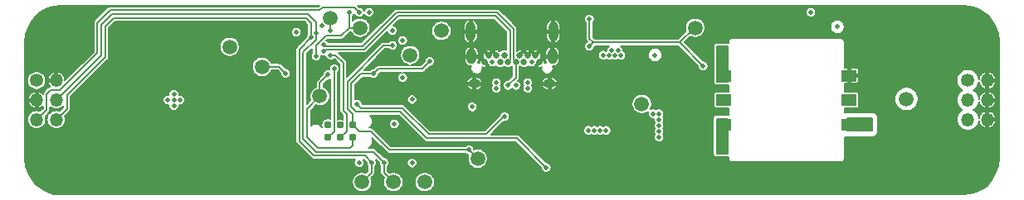
<source format=gbr>
G04 #@! TF.GenerationSoftware,KiCad,Pcbnew,(5.0.1)-rc2*
G04 #@! TF.CreationDate,2018-10-22T18:15:06-07:00*
G04 #@! TF.ProjectId,nixie_bottom_board,6E697869655F626F74746F6D5F626F61,rev?*
G04 #@! TF.SameCoordinates,Original*
G04 #@! TF.FileFunction,Copper,L4,Bot,Signal*
G04 #@! TF.FilePolarity,Positive*
%FSLAX46Y46*%
G04 Gerber Fmt 4.6, Leading zero omitted, Abs format (unit mm)*
G04 Created by KiCad (PCBNEW (5.0.1)-rc2) date 10/22/2018 6:15:06 PM*
%MOMM*%
%LPD*%
G01*
G04 APERTURE LIST*
G04 #@! TA.AperFunction,ComponentPad*
%ADD10O,1.000000X1.600000*%
G04 #@! TD*
G04 #@! TA.AperFunction,ComponentPad*
%ADD11O,1.000000X2.000000*%
G04 #@! TD*
G04 #@! TA.AperFunction,ComponentPad*
%ADD12C,0.650000*%
G04 #@! TD*
G04 #@! TA.AperFunction,ComponentPad*
%ADD13O,1.200000X0.900000*%
G04 #@! TD*
G04 #@! TA.AperFunction,BGAPad,CuDef*
%ADD14C,1.500000*%
G04 #@! TD*
G04 #@! TA.AperFunction,BGAPad,CuDef*
%ADD15C,0.787400*%
G04 #@! TD*
G04 #@! TA.AperFunction,SMDPad,CuDef*
%ADD16R,1.500000X1.170000*%
G04 #@! TD*
G04 #@! TA.AperFunction,ComponentPad*
%ADD17C,1.350000*%
G04 #@! TD*
G04 #@! TA.AperFunction,ComponentPad*
%ADD18O,1.350000X1.350000*%
G04 #@! TD*
G04 #@! TA.AperFunction,ComponentPad*
%ADD19C,0.800000*%
G04 #@! TD*
G04 #@! TA.AperFunction,ComponentPad*
%ADD20C,4.500000*%
G04 #@! TD*
G04 #@! TA.AperFunction,ComponentPad*
%ADD21C,5.000000*%
G04 #@! TD*
G04 #@! TA.AperFunction,ViaPad*
%ADD22C,0.508000*%
G04 #@! TD*
G04 #@! TA.AperFunction,Conductor*
%ADD23C,0.200000*%
G04 #@! TD*
G04 #@! TA.AperFunction,Conductor*
%ADD24C,0.150000*%
G04 #@! TD*
G04 APERTURE END LIST*
D10*
G04 #@! TO.P,J1,S1*
G04 #@! TO.N,/GND*
X154130000Y-95510000D03*
X145870000Y-95510000D03*
D11*
X145780000Y-92995000D03*
X154220000Y-92995000D03*
D12*
G04 #@! TO.P,J1,B1*
X147200000Y-96110000D03*
G04 #@! TO.P,J1,B4*
G04 #@! TO.N,/VBUS*
X148800000Y-96110000D03*
G04 #@! TO.P,J1,B6*
G04 #@! TO.N,/USB_P*
X149600000Y-96110000D03*
G04 #@! TO.P,J1,B7*
G04 #@! TO.N,/USB_N*
X150400000Y-96110000D03*
G04 #@! TO.P,J1,B9*
G04 #@! TO.N,/VBUS*
X151200000Y-96110000D03*
G04 #@! TO.P,J1,B12*
G04 #@! TO.N,/GND*
X152800000Y-96110000D03*
G04 #@! TO.P,J1,B2*
X147600000Y-95410000D03*
G04 #@! TO.P,J1,B3*
X148400000Y-95410000D03*
G04 #@! TO.P,J1,B5*
G04 #@! TO.N,/CC2*
X149200000Y-95410000D03*
G04 #@! TO.P,J1,B8*
G04 #@! TO.N,/GND*
X150800000Y-95410000D03*
G04 #@! TO.P,J1,B10*
X151600000Y-95410000D03*
G04 #@! TO.P,J1,B11*
X152400000Y-95410000D03*
D13*
G04 #@! TO.P,J1,S1*
X153845000Y-98310000D03*
X146155000Y-98310000D03*
G04 #@! TD*
D14*
G04 #@! TO.P,J18,1*
G04 #@! TO.N,/NRST*
X146500000Y-106000000D03*
G04 #@! TD*
G04 #@! TO.P,J17,1*
G04 #@! TO.N,/SWO*
X130400000Y-99600000D03*
G04 #@! TD*
D15*
G04 #@! TO.P,J2,6*
G04 #@! TO.N,/SWO*
X133770000Y-103835000D03*
G04 #@! TO.P,J2,5*
G04 #@! TO.N,/NRST*
X133770000Y-102565000D03*
G04 #@! TO.P,J2,4*
G04 #@! TO.N,/SWDIO*
X132500000Y-103835000D03*
G04 #@! TO.P,J2,3*
G04 #@! TO.N,/GND*
X132500000Y-102565000D03*
G04 #@! TO.P,J2,2*
G04 #@! TO.N,/SWCLK*
X131230000Y-103835000D03*
G04 #@! TO.P,J2,1*
G04 #@! TO.N,/VDD*
X131230000Y-102565000D03*
G04 #@! TD*
D14*
G04 #@! TO.P,J16,1*
G04 #@! TO.N,/VBUS*
X163250000Y-100400000D03*
G04 #@! TD*
G04 #@! TO.P,J15,1*
G04 #@! TO.N,/VNIXIE*
X121200000Y-94550000D03*
G04 #@! TD*
G04 #@! TO.P,J12,1*
G04 #@! TO.N,/SDA*
X134700000Y-108400000D03*
G04 #@! TD*
G04 #@! TO.P,J11,1*
G04 #@! TO.N,/SCL*
X137900000Y-108400000D03*
G04 #@! TD*
G04 #@! TO.P,J13,1*
G04 #@! TO.N,/DAC*
X124500000Y-96600000D03*
G04 #@! TD*
G04 #@! TO.P,J14,1*
G04 #@! TO.N,/VDD*
X141100000Y-108400000D03*
G04 #@! TD*
G04 #@! TO.P,J10,1*
G04 #@! TO.N,/32kHz*
X139600000Y-95400000D03*
G04 #@! TD*
G04 #@! TO.P,J9,1*
G04 #@! TO.N,/AMP_EN*
X134500000Y-92600000D03*
G04 #@! TD*
G04 #@! TO.P,J8,1*
G04 #@! TO.N,/HV_OUT*
X190250000Y-99900000D03*
G04 #@! TD*
G04 #@! TO.P,J7,1*
G04 #@! TO.N,/HV_EN*
X168700000Y-92600000D03*
G04 #@! TD*
G04 #@! TO.P,J6,1*
G04 #@! TO.N,/ILM*
X142800000Y-92900000D03*
G04 #@! TD*
D16*
G04 #@! TO.P,T1,1*
G04 #@! TO.N,/GND*
X184400000Y-97500000D03*
G04 #@! TO.P,T1,2*
G04 #@! TO.N,Net-(T1-Pad2)*
X184400000Y-100000000D03*
G04 #@! TO.P,T1,3*
G04 #@! TO.N,Net-(D4-Pad2)*
X184400000Y-102500000D03*
G04 #@! TO.P,T1,4*
G04 #@! TO.N,Net-(Q1-Pad1)*
X171600000Y-102500000D03*
G04 #@! TO.P,T1,6*
G04 #@! TO.N,/HV_IN*
X171600000Y-97500000D03*
G04 #@! TO.P,T1,5*
G04 #@! TO.N,N/C*
X171600000Y-100000000D03*
G04 #@! TD*
D17*
G04 #@! TO.P,J4,1*
G04 #@! TO.N,/VNIXIE*
X101500000Y-98000000D03*
D18*
G04 #@! TO.P,J4,2*
G04 #@! TO.N,/GND*
X103500000Y-98000000D03*
G04 #@! TO.P,J4,3*
X101500000Y-100000000D03*
G04 #@! TO.P,J4,4*
G04 #@! TO.N,/SCL*
X103500000Y-100000000D03*
G04 #@! TO.P,J4,5*
G04 #@! TO.N,/NIXIE_EN*
X101500000Y-102000000D03*
G04 #@! TO.P,J4,6*
G04 #@! TO.N,/SDA*
X103500000Y-102000000D03*
G04 #@! TD*
D17*
G04 #@! TO.P,J3,1*
G04 #@! TO.N,/HV_OUT*
X196500000Y-98000000D03*
D18*
G04 #@! TO.P,J3,2*
G04 #@! TO.N,/GND*
X198500000Y-98000000D03*
G04 #@! TO.P,J3,3*
G04 #@! TO.N,/HV_OUT*
X196500000Y-100000000D03*
G04 #@! TO.P,J3,4*
G04 #@! TO.N,/GND*
X198500000Y-100000000D03*
G04 #@! TO.P,J3,5*
G04 #@! TO.N,/HV_OUT*
X196500000Y-102000000D03*
G04 #@! TO.P,J3,6*
G04 #@! TO.N,/GND*
X198500000Y-102000000D03*
G04 #@! TD*
D14*
G04 #@! TO.P,J5,1*
G04 #@! TO.N,/MCO*
X131500000Y-91600000D03*
G04 #@! TD*
D19*
G04 #@! TO.P,MH1,1*
G04 #@! TO.N,/GND*
X104237437Y-91862563D03*
X104750000Y-93100000D03*
X104237437Y-94337437D03*
X103000000Y-94850000D03*
X101762563Y-94337437D03*
X101250000Y-93100000D03*
X101762563Y-91862563D03*
X103000000Y-91350000D03*
D20*
X103000000Y-93100000D03*
G04 #@! TD*
G04 #@! TO.P,MH2,1*
G04 #@! TO.N,/GND*
X103000000Y-107000000D03*
D19*
X103000000Y-105250000D03*
X101762563Y-105762563D03*
X101250000Y-107000000D03*
X101762563Y-108237437D03*
X103000000Y-108750000D03*
X104237437Y-108237437D03*
X104750000Y-107000000D03*
X104237437Y-105762563D03*
G04 #@! TD*
G04 #@! TO.P,MH3,1*
G04 #@! TO.N,/GND*
X198237437Y-91762563D03*
X198750000Y-93000000D03*
X198237437Y-94237437D03*
X197000000Y-94750000D03*
X195762563Y-94237437D03*
X195250000Y-93000000D03*
X195762563Y-91762563D03*
X197000000Y-91250000D03*
D20*
X197000000Y-93000000D03*
G04 #@! TD*
G04 #@! TO.P,MH4,1*
G04 #@! TO.N,/GND*
X197000000Y-107200000D03*
D19*
X197000000Y-105450000D03*
X195762563Y-105962563D03*
X195250000Y-107200000D03*
X195762563Y-108437437D03*
X197000000Y-108950000D03*
X198237437Y-108437437D03*
X198750000Y-107200000D03*
X198237437Y-105962563D03*
G04 #@! TD*
D21*
G04 #@! TO.P,MH6,1*
G04 #@! TO.N,/GND*
X157000000Y-100000000D03*
D19*
X158875000Y-100000000D03*
X158325825Y-101325825D03*
X157000000Y-101875000D03*
X155674175Y-101325825D03*
X155125000Y-100000000D03*
X155674175Y-98674175D03*
X157000000Y-98125000D03*
X158325825Y-98674175D03*
G04 #@! TD*
G04 #@! TO.P,MH5,1*
G04 #@! TO.N,/GND*
X144325825Y-98674175D03*
X143000000Y-98125000D03*
X141674175Y-98674175D03*
X141125000Y-100000000D03*
X141674175Y-101325825D03*
X143000000Y-101875000D03*
X144325825Y-101325825D03*
X144875000Y-100000000D03*
D21*
X143000000Y-100000000D03*
G04 #@! TD*
D22*
G04 #@! TO.N,Net-(Q1-Pad1)*
X171200000Y-105200000D03*
X171800000Y-105200000D03*
X171200000Y-104600000D03*
X171800000Y-104600000D03*
X171200000Y-104000000D03*
X171800000Y-104000000D03*
X171200000Y-103400000D03*
X171800000Y-103400000D03*
X171200000Y-102800000D03*
X171800000Y-102800000D03*
X171200000Y-102200000D03*
X171800000Y-102200000D03*
G04 #@! TO.N,/HV_OUT*
X164600000Y-95400000D03*
X190250000Y-99900000D03*
X183200000Y-92500000D03*
G04 #@! TO.N,/VBUS*
X165000000Y-101400000D03*
X164400000Y-101400000D03*
X165000000Y-102000000D03*
X165000000Y-102600000D03*
X165000000Y-103200000D03*
X160200000Y-94900000D03*
X159300000Y-95400000D03*
X159900000Y-95400000D03*
X160500000Y-95400000D03*
X161100000Y-95400000D03*
X160800000Y-94900000D03*
X151600000Y-98200000D03*
X151600000Y-98800000D03*
X148400000Y-98200000D03*
X148400000Y-98800000D03*
X148000000Y-96100000D03*
X165000000Y-103800000D03*
X152000000Y-96100000D03*
X163250000Y-100400000D03*
G04 #@! TO.N,/VDD*
X130600000Y-92400000D03*
X139800000Y-106450000D03*
X145950000Y-100700000D03*
X141100000Y-108400000D03*
X138000000Y-102450000D03*
X139800000Y-99950000D03*
X131230000Y-102565000D03*
X128000000Y-93050000D03*
X159600000Y-103100000D03*
X159000000Y-103100000D03*
X158400000Y-103100000D03*
X157800000Y-103100000D03*
X138850000Y-97700000D03*
X138850000Y-93900000D03*
G04 #@! TO.N,/VNIXIE*
X121200000Y-94550000D03*
G04 #@! TO.N,/SCL*
X130000000Y-93100000D03*
X136950000Y-106400000D03*
G04 #@! TO.N,/SDA*
X129500000Y-93600000D03*
X135675000Y-106400000D03*
G04 #@! TO.N,/HV_EN*
X169500000Y-96500000D03*
X157900000Y-94500000D03*
X157900000Y-91700000D03*
G04 #@! TO.N,/SWO*
X131225000Y-97400000D03*
G04 #@! TO.N,/NRST*
X137800000Y-94400000D03*
X145600000Y-105100000D03*
X133770000Y-102565000D03*
G04 #@! TO.N,/DAC*
X135400000Y-91000000D03*
X126900000Y-97250000D03*
G04 #@! TO.N,/USB_N*
X149600000Y-98500000D03*
X130800000Y-94325000D03*
G04 #@! TO.N,/USB_P*
X150400000Y-98500000D03*
X130800000Y-94975000D03*
G04 #@! TO.N,Net-(D4-Pad2)*
X184000000Y-102800000D03*
X184600000Y-102800000D03*
X185800000Y-102800000D03*
X186400000Y-102800000D03*
X186400000Y-102200000D03*
X185800000Y-102200000D03*
X184600000Y-102200000D03*
X184000000Y-102200000D03*
X185200000Y-102200000D03*
X185200000Y-102800000D03*
G04 #@! TO.N,/SWDIO*
X131500000Y-95400000D03*
G04 #@! TO.N,/SWCLK*
X131875000Y-96800000D03*
G04 #@! TO.N,/GND*
X134500000Y-93800000D03*
X133900000Y-93800000D03*
X133300000Y-93800000D03*
X134500000Y-95500000D03*
X133900000Y-95500000D03*
X133300000Y-95500000D03*
X171900000Y-101300000D03*
X171300000Y-101300000D03*
X167687500Y-99668750D03*
X168512500Y-99668750D03*
X168512500Y-98956250D03*
X167687500Y-98956250D03*
X167687500Y-98243750D03*
X168512500Y-98243750D03*
X168512500Y-97531250D03*
X167687500Y-97531250D03*
X128000000Y-92250000D03*
X166350000Y-100800000D03*
X165750000Y-100800000D03*
X164600000Y-99750000D03*
X164500000Y-92800000D03*
X162100000Y-95200000D03*
X162700000Y-95200000D03*
X163300000Y-95200000D03*
X132500000Y-102565000D03*
X129800000Y-101300000D03*
X130900000Y-96300000D03*
X137900000Y-97800000D03*
X157900000Y-106150000D03*
X158500000Y-106150000D03*
X159100000Y-106150000D03*
X159700000Y-106150000D03*
X163000000Y-105000000D03*
X163000000Y-105600000D03*
X163000000Y-106200000D03*
X163000000Y-106800000D03*
X163000000Y-107400000D03*
X165100000Y-92800000D03*
X164500000Y-93400000D03*
X165100000Y-93400000D03*
X150000000Y-100700000D03*
X165850000Y-96150000D03*
X166450000Y-96150000D03*
X166450000Y-95550000D03*
X165850000Y-95550000D03*
X151700000Y-102550000D03*
X172600000Y-93500000D03*
X173200000Y-93500000D03*
X173800000Y-93500000D03*
X174400000Y-93500000D03*
G04 #@! TO.N,/HV_IN*
X171800000Y-94800000D03*
X171200000Y-94800000D03*
X171200000Y-95400000D03*
X171800000Y-95400000D03*
X171800000Y-97200000D03*
X171800000Y-97800000D03*
X171200000Y-97200000D03*
X171200000Y-97800000D03*
X171800000Y-96600000D03*
X171200000Y-96600000D03*
X171200000Y-96000000D03*
X171800000Y-96000000D03*
G04 #@! TO.N,/USB*
X134200000Y-100400000D03*
X149250000Y-101700000D03*
G04 #@! TO.N,/ILM*
X142800000Y-92900000D03*
G04 #@! TO.N,/32kHz*
X139600000Y-95400000D03*
G04 #@! TO.N,/AMP_EN*
X130000000Y-95500000D03*
X133400000Y-91000000D03*
G04 #@! TO.N,Net-(BT1-Pad1)*
X114900000Y-100000000D03*
X115500000Y-100600000D03*
X115500000Y-99400000D03*
X134400000Y-106400000D03*
X116100000Y-100000000D03*
X115500000Y-100000000D03*
G04 #@! TO.N,/NIXIE_EN*
X134400000Y-91000000D03*
G04 #@! TO.N,/MCO*
X131500000Y-92900000D03*
G04 #@! TO.N,Net-(R2-Pad1)*
X135900000Y-97300000D03*
X153500000Y-106900000D03*
X141600000Y-96050000D03*
G04 #@! TO.N,Net-(R20-Pad2)*
X137800000Y-92900000D03*
X180500000Y-91000000D03*
G04 #@! TD*
D23*
G04 #@! TO.N,/SCL*
X130000000Y-92000000D02*
X130000000Y-93100000D01*
X129200000Y-91200000D02*
X130000000Y-92000000D01*
X109200000Y-91200000D02*
X129200000Y-91200000D01*
X108100000Y-92300000D02*
X109200000Y-91200000D01*
X103500000Y-100000000D02*
X108100000Y-95400000D01*
X108100000Y-95400000D02*
X108100000Y-92300000D01*
X135850000Y-105300000D02*
X136950000Y-106400000D01*
X130000000Y-105300000D02*
X135850000Y-105300000D01*
X128700000Y-104000000D02*
X130000000Y-105300000D01*
X128700000Y-95100000D02*
X128700000Y-104000000D01*
X130000000Y-93100000D02*
X130000000Y-93800000D01*
X130000000Y-93800000D02*
X128700000Y-95100000D01*
X136950000Y-107450000D02*
X137900000Y-108400000D01*
X136950000Y-106400000D02*
X136950000Y-107450000D01*
G04 #@! TO.N,/SDA*
X129000000Y-91600000D02*
X129500000Y-92100000D01*
X104600000Y-100900000D02*
X104600000Y-99500000D01*
X103500000Y-102000000D02*
X104600000Y-100900000D01*
X104600000Y-99500000D02*
X108500000Y-95600000D01*
X129500000Y-92100000D02*
X129500000Y-93600000D01*
X108500000Y-95600000D02*
X108500000Y-92500000D01*
X108500000Y-92500000D02*
X109400000Y-91600000D01*
X109400000Y-91600000D02*
X129000000Y-91600000D01*
X134975000Y-105700000D02*
X135675000Y-106400000D01*
X129800000Y-105700000D02*
X134975000Y-105700000D01*
X128300000Y-104200000D02*
X129800000Y-105700000D01*
X129500000Y-93600000D02*
X128300000Y-94800000D01*
X128300000Y-94800000D02*
X128300000Y-104200000D01*
X135675000Y-107425000D02*
X134700000Y-108400000D01*
X135675000Y-106400000D02*
X135675000Y-107425000D01*
G04 #@! TO.N,/HV_EN*
X168200000Y-92600000D02*
X168100000Y-92600000D01*
X167100000Y-94100000D02*
X169500000Y-96500000D01*
X168600000Y-92600000D02*
X168700000Y-92600000D01*
X167100000Y-94100000D02*
X168600000Y-92600000D01*
X158300000Y-94100000D02*
X167100000Y-94100000D01*
X157900000Y-94500000D02*
X158300000Y-94100000D01*
X157900000Y-91700000D02*
X157900000Y-93700000D01*
X157900000Y-93700000D02*
X158300000Y-94100000D01*
G04 #@! TO.N,/SWO*
X131225000Y-97400000D02*
X130400000Y-98225000D01*
X133770000Y-104630000D02*
X133770000Y-103835000D01*
X133500000Y-104900000D02*
X133770000Y-104630000D01*
X130200000Y-104900000D02*
X133500000Y-104900000D01*
X129100000Y-103800000D02*
X130200000Y-104900000D01*
X130400000Y-99600000D02*
X129100000Y-100900000D01*
X129100000Y-100900000D02*
X129100000Y-103800000D01*
X130400000Y-99600000D02*
X130400000Y-98225000D01*
G04 #@! TO.N,/NRST*
X135600000Y-103200000D02*
X137500000Y-105100000D01*
X133770000Y-102565000D02*
X134405000Y-103200000D01*
X134405000Y-103200000D02*
X135600000Y-103200000D01*
X145600000Y-105100000D02*
X146500000Y-106000000D01*
X137500000Y-105100000D02*
X145600000Y-105100000D01*
X136900000Y-94400000D02*
X137800000Y-94400000D01*
X133200000Y-98100000D02*
X136900000Y-94400000D01*
X133200000Y-100900000D02*
X133200000Y-98100000D01*
X133770000Y-102565000D02*
X133770000Y-101470000D01*
X133770000Y-101470000D02*
X133200000Y-100900000D01*
G04 #@! TO.N,/DAC*
X124650000Y-96450000D02*
X124500000Y-96600000D01*
X126250000Y-96600000D02*
X124500000Y-96600000D01*
X126900000Y-97250000D02*
X126250000Y-96600000D01*
G04 #@! TO.N,/USB_N*
X130800000Y-94325000D02*
X130948800Y-94473800D01*
X130948800Y-94473800D02*
X134777014Y-94473800D01*
X134777014Y-94473800D02*
X138227014Y-91023800D01*
X138227014Y-91023800D02*
X148472986Y-91023800D01*
X150176200Y-95886200D02*
X150400000Y-96110000D01*
X148472986Y-91023800D02*
X150176200Y-92727014D01*
X150176200Y-92727014D02*
X150176200Y-95886200D01*
X150400000Y-97700000D02*
X149600000Y-98500000D01*
X150400000Y-96110000D02*
X150400000Y-97700000D01*
G04 #@! TO.N,/USB_P*
X130948800Y-94826200D02*
X134922986Y-94826200D01*
X130800000Y-94975000D02*
X130948800Y-94826200D01*
X134922986Y-94826200D02*
X138372986Y-91376200D01*
X138372986Y-91376200D02*
X148327014Y-91376200D01*
X149823800Y-95886200D02*
X149600000Y-96110000D01*
X149823800Y-92872986D02*
X149823800Y-95886200D01*
X148327014Y-91376200D02*
X149823800Y-92872986D01*
G04 #@! TO.N,/SWDIO*
X133125000Y-103210000D02*
X132500000Y-103835000D01*
X133125000Y-101425000D02*
X133125000Y-103210000D01*
X132800000Y-101100000D02*
X133125000Y-101425000D01*
X132800000Y-96200000D02*
X132800000Y-101100000D01*
X131500000Y-95400000D02*
X132000000Y-95400000D01*
X132000000Y-95400000D02*
X132800000Y-96200000D01*
G04 #@! TO.N,/SWCLK*
X131875000Y-103190000D02*
X131230000Y-103835000D01*
X131875000Y-96800000D02*
X131875000Y-103190000D01*
G04 #@! TO.N,/USB*
X134600000Y-100800000D02*
X134200000Y-100400000D01*
X138800000Y-100800000D02*
X134600000Y-100800000D01*
X141500000Y-103500000D02*
X138800000Y-100800000D01*
X147350000Y-103500000D02*
X141500000Y-103500000D01*
X149250000Y-101600000D02*
X147350000Y-103500000D01*
G04 #@! TO.N,/AMP_EN*
X133400000Y-92600000D02*
X133400000Y-91000000D01*
X134500000Y-92600000D02*
X133400000Y-92600000D01*
X132600000Y-93400000D02*
X133400000Y-92600000D01*
X131000000Y-93400000D02*
X132600000Y-93400000D01*
X130000000Y-95500000D02*
X130000000Y-94400000D01*
X130000000Y-94400000D02*
X131000000Y-93400000D01*
G04 #@! TO.N,/NIXIE_EN*
X130700000Y-90500000D02*
X133900000Y-90500000D01*
X130400000Y-90800000D02*
X130700000Y-90500000D01*
X109000000Y-90800000D02*
X130400000Y-90800000D01*
X102500000Y-101000000D02*
X102500000Y-99400000D01*
X107700000Y-92100000D02*
X109000000Y-90800000D01*
X101500000Y-102000000D02*
X102500000Y-101000000D01*
X102500000Y-99400000D02*
X102900000Y-99000000D01*
X133900000Y-90500000D02*
X134400000Y-91000000D01*
X102900000Y-99000000D02*
X103900000Y-99000000D01*
X103900000Y-99000000D02*
X107700000Y-95200000D01*
X107700000Y-95200000D02*
X107700000Y-92100000D01*
G04 #@! TO.N,/MCO*
X131500000Y-92900000D02*
X131500000Y-91600000D01*
G04 #@! TO.N,Net-(R2-Pad1)*
X150500000Y-103900000D02*
X153500000Y-106900000D01*
X134600000Y-97300000D02*
X133600000Y-98300000D01*
X141300000Y-103900000D02*
X150500000Y-103900000D01*
X135900000Y-97300000D02*
X134600000Y-97300000D01*
X133600000Y-98300000D02*
X133600000Y-100700000D01*
X133600000Y-100700000D02*
X134100000Y-101200000D01*
X134100000Y-101200000D02*
X138600000Y-101200000D01*
X138600000Y-101200000D02*
X141300000Y-103900000D01*
X136400000Y-96800000D02*
X135900000Y-97300000D01*
X141600000Y-96050000D02*
X140850000Y-96800000D01*
X140850000Y-96800000D02*
X136400000Y-96800000D01*
G04 #@! TD*
D24*
G04 #@! TO.N,/GND*
G36*
X130244671Y-90425000D02*
X109018416Y-90425000D01*
X109000000Y-90423186D01*
X108981584Y-90425000D01*
X108981581Y-90425000D01*
X108926487Y-90430426D01*
X108855800Y-90451869D01*
X108838433Y-90461152D01*
X108790653Y-90486690D01*
X108757892Y-90513577D01*
X108733552Y-90533552D01*
X108721810Y-90547860D01*
X107447862Y-91821809D01*
X107433553Y-91833552D01*
X107415960Y-91854989D01*
X107386691Y-91890654D01*
X107355969Y-91948131D01*
X107351870Y-91955800D01*
X107339876Y-91995340D01*
X107330427Y-92026488D01*
X107323186Y-92100000D01*
X107325001Y-92118426D01*
X107325000Y-95044670D01*
X104400000Y-97969671D01*
X104400000Y-97874998D01*
X104334439Y-97874998D01*
X104360750Y-97737113D01*
X104294538Y-97577242D01*
X104196795Y-97430359D01*
X104072275Y-97305367D01*
X103925763Y-97207069D01*
X103762889Y-97139243D01*
X103625000Y-97164965D01*
X103625000Y-97875000D01*
X103645000Y-97875000D01*
X103645000Y-98125000D01*
X103625000Y-98125000D01*
X103625000Y-98145000D01*
X103375000Y-98145000D01*
X103375000Y-98125000D01*
X102665561Y-98125000D01*
X102639250Y-98262887D01*
X102705462Y-98422758D01*
X102803205Y-98569641D01*
X102860430Y-98627083D01*
X102826487Y-98630426D01*
X102755800Y-98651869D01*
X102755798Y-98651870D01*
X102690652Y-98686691D01*
X102663870Y-98708671D01*
X102633552Y-98733552D01*
X102621810Y-98747860D01*
X102247861Y-99121810D01*
X102233553Y-99133552D01*
X102221811Y-99147860D01*
X102186691Y-99190654D01*
X102165432Y-99230427D01*
X102151870Y-99255800D01*
X102130879Y-99324999D01*
X102130427Y-99326488D01*
X102127088Y-99360388D01*
X102072275Y-99305367D01*
X101925763Y-99207069D01*
X101762889Y-99139243D01*
X101625000Y-99164965D01*
X101625000Y-99875000D01*
X101645000Y-99875000D01*
X101645000Y-100125000D01*
X101625000Y-100125000D01*
X101625000Y-100835035D01*
X101762889Y-100860757D01*
X101925763Y-100792931D01*
X102072275Y-100694633D01*
X102125000Y-100641708D01*
X102125000Y-100844670D01*
X101854792Y-101114878D01*
X101686232Y-101063746D01*
X101546665Y-101050000D01*
X101453335Y-101050000D01*
X101313768Y-101063746D01*
X101134692Y-101118068D01*
X100969655Y-101206282D01*
X100824999Y-101324999D01*
X100706282Y-101469655D01*
X100618068Y-101634692D01*
X100563746Y-101813768D01*
X100545404Y-102000000D01*
X100563746Y-102186232D01*
X100618068Y-102365308D01*
X100706282Y-102530345D01*
X100824999Y-102675001D01*
X100969655Y-102793718D01*
X101134692Y-102881932D01*
X101313768Y-102936254D01*
X101453335Y-102950000D01*
X101546665Y-102950000D01*
X101686232Y-102936254D01*
X101865308Y-102881932D01*
X102030345Y-102793718D01*
X102175001Y-102675001D01*
X102293718Y-102530345D01*
X102381932Y-102365308D01*
X102436254Y-102186232D01*
X102454596Y-102000000D01*
X102436254Y-101813768D01*
X102385122Y-101645208D01*
X102752140Y-101278190D01*
X102766448Y-101266448D01*
X102795370Y-101231206D01*
X102813310Y-101209347D01*
X102843887Y-101152140D01*
X102848131Y-101144200D01*
X102869574Y-101073513D01*
X102875000Y-101018419D01*
X102875000Y-101018416D01*
X102876814Y-101000000D01*
X102875000Y-100981584D01*
X102875000Y-100716036D01*
X102969655Y-100793718D01*
X103134692Y-100881932D01*
X103313768Y-100936254D01*
X103453335Y-100950000D01*
X103546665Y-100950000D01*
X103686232Y-100936254D01*
X103865308Y-100881932D01*
X104030345Y-100793718D01*
X104175001Y-100675001D01*
X104225000Y-100614077D01*
X104225000Y-100744670D01*
X103854792Y-101114878D01*
X103686232Y-101063746D01*
X103546665Y-101050000D01*
X103453335Y-101050000D01*
X103313768Y-101063746D01*
X103134692Y-101118068D01*
X102969655Y-101206282D01*
X102824999Y-101324999D01*
X102706282Y-101469655D01*
X102618068Y-101634692D01*
X102563746Y-101813768D01*
X102545404Y-102000000D01*
X102563746Y-102186232D01*
X102618068Y-102365308D01*
X102706282Y-102530345D01*
X102824999Y-102675001D01*
X102969655Y-102793718D01*
X103134692Y-102881932D01*
X103313768Y-102936254D01*
X103453335Y-102950000D01*
X103546665Y-102950000D01*
X103686232Y-102936254D01*
X103865308Y-102881932D01*
X104030345Y-102793718D01*
X104175001Y-102675001D01*
X104293718Y-102530345D01*
X104381932Y-102365308D01*
X104436254Y-102186232D01*
X104454596Y-102000000D01*
X104436254Y-101813768D01*
X104385122Y-101645208D01*
X104852141Y-101178189D01*
X104866448Y-101166448D01*
X104913309Y-101109347D01*
X104948131Y-101044200D01*
X104969574Y-100973513D01*
X104975000Y-100918419D01*
X104975000Y-100918416D01*
X104976814Y-100900000D01*
X104975000Y-100881581D01*
X104975000Y-99947898D01*
X114371000Y-99947898D01*
X114371000Y-100052102D01*
X114391329Y-100154304D01*
X114431206Y-100250576D01*
X114489099Y-100337218D01*
X114562782Y-100410901D01*
X114649424Y-100468794D01*
X114745696Y-100508671D01*
X114847898Y-100529000D01*
X114952102Y-100529000D01*
X114975692Y-100524308D01*
X114971000Y-100547898D01*
X114971000Y-100652102D01*
X114991329Y-100754304D01*
X115031206Y-100850576D01*
X115089099Y-100937218D01*
X115162782Y-101010901D01*
X115249424Y-101068794D01*
X115345696Y-101108671D01*
X115447898Y-101129000D01*
X115552102Y-101129000D01*
X115654304Y-101108671D01*
X115750576Y-101068794D01*
X115837218Y-101010901D01*
X115910901Y-100937218D01*
X115968794Y-100850576D01*
X116008671Y-100754304D01*
X116029000Y-100652102D01*
X116029000Y-100547898D01*
X116024308Y-100524308D01*
X116047898Y-100529000D01*
X116152102Y-100529000D01*
X116254304Y-100508671D01*
X116350576Y-100468794D01*
X116437218Y-100410901D01*
X116510901Y-100337218D01*
X116568794Y-100250576D01*
X116608671Y-100154304D01*
X116629000Y-100052102D01*
X116629000Y-99947898D01*
X116608671Y-99845696D01*
X116568794Y-99749424D01*
X116510901Y-99662782D01*
X116437218Y-99589099D01*
X116350576Y-99531206D01*
X116254304Y-99491329D01*
X116152102Y-99471000D01*
X116047898Y-99471000D01*
X116024308Y-99475692D01*
X116029000Y-99452102D01*
X116029000Y-99347898D01*
X116008671Y-99245696D01*
X115968794Y-99149424D01*
X115910901Y-99062782D01*
X115837218Y-98989099D01*
X115750576Y-98931206D01*
X115654304Y-98891329D01*
X115552102Y-98871000D01*
X115447898Y-98871000D01*
X115345696Y-98891329D01*
X115249424Y-98931206D01*
X115162782Y-98989099D01*
X115089099Y-99062782D01*
X115031206Y-99149424D01*
X114991329Y-99245696D01*
X114971000Y-99347898D01*
X114971000Y-99452102D01*
X114975692Y-99475692D01*
X114952102Y-99471000D01*
X114847898Y-99471000D01*
X114745696Y-99491329D01*
X114649424Y-99531206D01*
X114562782Y-99589099D01*
X114489099Y-99662782D01*
X114431206Y-99749424D01*
X114391329Y-99845696D01*
X114371000Y-99947898D01*
X104975000Y-99947898D01*
X104975000Y-99655329D01*
X108131283Y-96499046D01*
X123475000Y-96499046D01*
X123475000Y-96700954D01*
X123514390Y-96898982D01*
X123591656Y-97085520D01*
X123703830Y-97253400D01*
X123846600Y-97396170D01*
X124014480Y-97508344D01*
X124201018Y-97585610D01*
X124399046Y-97625000D01*
X124600954Y-97625000D01*
X124798982Y-97585610D01*
X124985520Y-97508344D01*
X125153400Y-97396170D01*
X125296170Y-97253400D01*
X125408344Y-97085520D01*
X125454123Y-96975000D01*
X126094671Y-96975000D01*
X126371000Y-97251330D01*
X126371000Y-97302102D01*
X126391329Y-97404304D01*
X126431206Y-97500576D01*
X126489099Y-97587218D01*
X126562782Y-97660901D01*
X126649424Y-97718794D01*
X126745696Y-97758671D01*
X126847898Y-97779000D01*
X126952102Y-97779000D01*
X127054304Y-97758671D01*
X127150576Y-97718794D01*
X127237218Y-97660901D01*
X127310901Y-97587218D01*
X127368794Y-97500576D01*
X127408671Y-97404304D01*
X127429000Y-97302102D01*
X127429000Y-97197898D01*
X127408671Y-97095696D01*
X127368794Y-96999424D01*
X127310901Y-96912782D01*
X127237218Y-96839099D01*
X127150576Y-96781206D01*
X127054304Y-96741329D01*
X126952102Y-96721000D01*
X126901330Y-96721000D01*
X126528195Y-96347866D01*
X126516448Y-96333552D01*
X126459347Y-96286691D01*
X126394200Y-96251869D01*
X126323513Y-96230426D01*
X126268419Y-96225000D01*
X126268416Y-96225000D01*
X126250000Y-96223186D01*
X126231584Y-96225000D01*
X125454123Y-96225000D01*
X125408344Y-96114480D01*
X125296170Y-95946600D01*
X125153400Y-95803830D01*
X124985520Y-95691656D01*
X124798982Y-95614390D01*
X124600954Y-95575000D01*
X124399046Y-95575000D01*
X124201018Y-95614390D01*
X124014480Y-95691656D01*
X123846600Y-95803830D01*
X123703830Y-95946600D01*
X123591656Y-96114480D01*
X123514390Y-96301018D01*
X123475000Y-96499046D01*
X108131283Y-96499046D01*
X108752140Y-95878190D01*
X108766448Y-95866448D01*
X108813309Y-95809347D01*
X108848131Y-95744200D01*
X108869574Y-95673513D01*
X108875000Y-95618419D01*
X108875000Y-95618416D01*
X108876814Y-95600000D01*
X108875000Y-95581584D01*
X108875000Y-94449046D01*
X120175000Y-94449046D01*
X120175000Y-94650954D01*
X120214390Y-94848982D01*
X120291656Y-95035520D01*
X120403830Y-95203400D01*
X120546600Y-95346170D01*
X120714480Y-95458344D01*
X120901018Y-95535610D01*
X121099046Y-95575000D01*
X121300954Y-95575000D01*
X121498982Y-95535610D01*
X121685520Y-95458344D01*
X121853400Y-95346170D01*
X121996170Y-95203400D01*
X122108344Y-95035520D01*
X122185610Y-94848982D01*
X122225000Y-94650954D01*
X122225000Y-94449046D01*
X122185610Y-94251018D01*
X122108344Y-94064480D01*
X121996170Y-93896600D01*
X121853400Y-93753830D01*
X121685520Y-93641656D01*
X121498982Y-93564390D01*
X121300954Y-93525000D01*
X121099046Y-93525000D01*
X120901018Y-93564390D01*
X120714480Y-93641656D01*
X120546600Y-93753830D01*
X120403830Y-93896600D01*
X120291656Y-94064480D01*
X120214390Y-94251018D01*
X120175000Y-94449046D01*
X108875000Y-94449046D01*
X108875000Y-92997898D01*
X127471000Y-92997898D01*
X127471000Y-93102102D01*
X127491329Y-93204304D01*
X127531206Y-93300576D01*
X127589099Y-93387218D01*
X127662782Y-93460901D01*
X127749424Y-93518794D01*
X127845696Y-93558671D01*
X127947898Y-93579000D01*
X128052102Y-93579000D01*
X128154304Y-93558671D01*
X128250576Y-93518794D01*
X128337218Y-93460901D01*
X128410901Y-93387218D01*
X128468794Y-93300576D01*
X128508671Y-93204304D01*
X128529000Y-93102102D01*
X128529000Y-92997898D01*
X128508671Y-92895696D01*
X128468794Y-92799424D01*
X128410901Y-92712782D01*
X128337218Y-92639099D01*
X128250576Y-92581206D01*
X128154304Y-92541329D01*
X128052102Y-92521000D01*
X127947898Y-92521000D01*
X127845696Y-92541329D01*
X127749424Y-92581206D01*
X127662782Y-92639099D01*
X127589099Y-92712782D01*
X127531206Y-92799424D01*
X127491329Y-92895696D01*
X127471000Y-92997898D01*
X108875000Y-92997898D01*
X108875000Y-92655329D01*
X109555330Y-91975000D01*
X128844671Y-91975000D01*
X129125000Y-92255330D01*
X129125001Y-93226880D01*
X129089099Y-93262782D01*
X129031206Y-93349424D01*
X128991329Y-93445696D01*
X128971000Y-93547898D01*
X128971000Y-93598669D01*
X128047866Y-94521805D01*
X128033552Y-94533552D01*
X127986691Y-94590654D01*
X127951869Y-94655801D01*
X127930426Y-94726488D01*
X127925470Y-94776814D01*
X127923186Y-94800000D01*
X127925000Y-94818416D01*
X127925001Y-104181574D01*
X127923186Y-104200000D01*
X127927927Y-104248130D01*
X127930427Y-104273513D01*
X127932962Y-104281870D01*
X127951870Y-104344200D01*
X127969303Y-104376814D01*
X127986692Y-104409347D01*
X128033553Y-104466448D01*
X128047862Y-104478191D01*
X129521809Y-105952139D01*
X129533552Y-105966448D01*
X129590653Y-106013309D01*
X129655800Y-106048131D01*
X129726487Y-106069574D01*
X129781581Y-106075000D01*
X129781583Y-106075000D01*
X129799999Y-106076814D01*
X129818415Y-106075000D01*
X133980935Y-106075000D01*
X133931206Y-106149424D01*
X133891329Y-106245696D01*
X133871000Y-106347898D01*
X133871000Y-106452102D01*
X133891329Y-106554304D01*
X133931206Y-106650576D01*
X133989099Y-106737218D01*
X134062782Y-106810901D01*
X134149424Y-106868794D01*
X134245696Y-106908671D01*
X134347898Y-106929000D01*
X134452102Y-106929000D01*
X134554304Y-106908671D01*
X134650576Y-106868794D01*
X134737218Y-106810901D01*
X134810901Y-106737218D01*
X134868794Y-106650576D01*
X134908671Y-106554304D01*
X134929000Y-106452102D01*
X134929000Y-106347898D01*
X134908671Y-106245696D01*
X134868794Y-106149424D01*
X134819065Y-106075000D01*
X134819671Y-106075000D01*
X135146000Y-106401330D01*
X135146000Y-106452102D01*
X135166329Y-106554304D01*
X135206206Y-106650576D01*
X135264099Y-106737218D01*
X135300000Y-106773119D01*
X135300001Y-107269668D01*
X135109501Y-107460168D01*
X134998982Y-107414390D01*
X134800954Y-107375000D01*
X134599046Y-107375000D01*
X134401018Y-107414390D01*
X134214480Y-107491656D01*
X134046600Y-107603830D01*
X133903830Y-107746600D01*
X133791656Y-107914480D01*
X133714390Y-108101018D01*
X133675000Y-108299046D01*
X133675000Y-108500954D01*
X133714390Y-108698982D01*
X133791656Y-108885520D01*
X133903830Y-109053400D01*
X134046600Y-109196170D01*
X134214480Y-109308344D01*
X134401018Y-109385610D01*
X134599046Y-109425000D01*
X134800954Y-109425000D01*
X134998982Y-109385610D01*
X135185520Y-109308344D01*
X135353400Y-109196170D01*
X135496170Y-109053400D01*
X135608344Y-108885520D01*
X135685610Y-108698982D01*
X135725000Y-108500954D01*
X135725000Y-108299046D01*
X135685610Y-108101018D01*
X135639832Y-107990499D01*
X135927145Y-107703186D01*
X135941448Y-107691448D01*
X135953186Y-107677145D01*
X135953189Y-107677142D01*
X135988309Y-107634347D01*
X136023130Y-107569202D01*
X136027136Y-107555996D01*
X136044574Y-107498513D01*
X136050000Y-107443419D01*
X136050000Y-107443417D01*
X136051814Y-107425001D01*
X136050000Y-107406585D01*
X136050000Y-106773119D01*
X136085901Y-106737218D01*
X136143794Y-106650576D01*
X136183671Y-106554304D01*
X136204000Y-106452102D01*
X136204000Y-106347898D01*
X136183671Y-106245696D01*
X136143794Y-106149424D01*
X136092845Y-106073175D01*
X136421000Y-106401330D01*
X136421000Y-106452102D01*
X136441329Y-106554304D01*
X136481206Y-106650576D01*
X136539099Y-106737218D01*
X136575000Y-106773119D01*
X136575001Y-107431574D01*
X136573186Y-107450000D01*
X136580427Y-107523512D01*
X136601870Y-107594200D01*
X136629647Y-107646166D01*
X136636692Y-107659347D01*
X136683553Y-107716448D01*
X136697862Y-107728191D01*
X136960169Y-107990498D01*
X136914390Y-108101018D01*
X136875000Y-108299046D01*
X136875000Y-108500954D01*
X136914390Y-108698982D01*
X136991656Y-108885520D01*
X137103830Y-109053400D01*
X137246600Y-109196170D01*
X137414480Y-109308344D01*
X137601018Y-109385610D01*
X137799046Y-109425000D01*
X138000954Y-109425000D01*
X138198982Y-109385610D01*
X138385520Y-109308344D01*
X138553400Y-109196170D01*
X138696170Y-109053400D01*
X138808344Y-108885520D01*
X138885610Y-108698982D01*
X138925000Y-108500954D01*
X138925000Y-108299046D01*
X140075000Y-108299046D01*
X140075000Y-108500954D01*
X140114390Y-108698982D01*
X140191656Y-108885520D01*
X140303830Y-109053400D01*
X140446600Y-109196170D01*
X140614480Y-109308344D01*
X140801018Y-109385610D01*
X140999046Y-109425000D01*
X141200954Y-109425000D01*
X141398982Y-109385610D01*
X141585520Y-109308344D01*
X141753400Y-109196170D01*
X141896170Y-109053400D01*
X142008344Y-108885520D01*
X142085610Y-108698982D01*
X142125000Y-108500954D01*
X142125000Y-108299046D01*
X142085610Y-108101018D01*
X142008344Y-107914480D01*
X141896170Y-107746600D01*
X141753400Y-107603830D01*
X141585520Y-107491656D01*
X141398982Y-107414390D01*
X141200954Y-107375000D01*
X140999046Y-107375000D01*
X140801018Y-107414390D01*
X140614480Y-107491656D01*
X140446600Y-107603830D01*
X140303830Y-107746600D01*
X140191656Y-107914480D01*
X140114390Y-108101018D01*
X140075000Y-108299046D01*
X138925000Y-108299046D01*
X138885610Y-108101018D01*
X138808344Y-107914480D01*
X138696170Y-107746600D01*
X138553400Y-107603830D01*
X138385520Y-107491656D01*
X138198982Y-107414390D01*
X138000954Y-107375000D01*
X137799046Y-107375000D01*
X137601018Y-107414390D01*
X137490498Y-107460169D01*
X137325000Y-107294671D01*
X137325000Y-106773119D01*
X137360901Y-106737218D01*
X137418794Y-106650576D01*
X137458671Y-106554304D01*
X137479000Y-106452102D01*
X137479000Y-106397898D01*
X139271000Y-106397898D01*
X139271000Y-106502102D01*
X139291329Y-106604304D01*
X139331206Y-106700576D01*
X139389099Y-106787218D01*
X139462782Y-106860901D01*
X139549424Y-106918794D01*
X139645696Y-106958671D01*
X139747898Y-106979000D01*
X139852102Y-106979000D01*
X139954304Y-106958671D01*
X140050576Y-106918794D01*
X140137218Y-106860901D01*
X140210901Y-106787218D01*
X140268794Y-106700576D01*
X140308671Y-106604304D01*
X140329000Y-106502102D01*
X140329000Y-106397898D01*
X140308671Y-106295696D01*
X140268794Y-106199424D01*
X140210901Y-106112782D01*
X140137218Y-106039099D01*
X140050576Y-105981206D01*
X139954304Y-105941329D01*
X139852102Y-105921000D01*
X139747898Y-105921000D01*
X139645696Y-105941329D01*
X139549424Y-105981206D01*
X139462782Y-106039099D01*
X139389099Y-106112782D01*
X139331206Y-106199424D01*
X139291329Y-106295696D01*
X139271000Y-106397898D01*
X137479000Y-106397898D01*
X137479000Y-106347898D01*
X137458671Y-106245696D01*
X137418794Y-106149424D01*
X137360901Y-106062782D01*
X137287218Y-105989099D01*
X137200576Y-105931206D01*
X137104304Y-105891329D01*
X137002102Y-105871000D01*
X136951330Y-105871000D01*
X136128195Y-105047866D01*
X136116448Y-105033552D01*
X136059347Y-104986691D01*
X135994200Y-104951869D01*
X135923513Y-104930426D01*
X135868419Y-104925000D01*
X135868416Y-104925000D01*
X135850000Y-104923186D01*
X135831584Y-104925000D01*
X135341214Y-104925000D01*
X135404874Y-104898631D01*
X135531038Y-104814331D01*
X135638331Y-104707038D01*
X135722631Y-104580874D01*
X135780698Y-104440688D01*
X135810300Y-104291868D01*
X135810300Y-104140132D01*
X135780698Y-103991312D01*
X135723928Y-103854257D01*
X137221809Y-105352139D01*
X137233552Y-105366448D01*
X137290653Y-105413309D01*
X137355800Y-105448131D01*
X137426487Y-105469574D01*
X137481581Y-105475000D01*
X137481584Y-105475000D01*
X137500000Y-105476814D01*
X137518416Y-105475000D01*
X145226881Y-105475000D01*
X145262782Y-105510901D01*
X145349424Y-105568794D01*
X145445696Y-105608671D01*
X145544501Y-105628324D01*
X145514390Y-105701018D01*
X145475000Y-105899046D01*
X145475000Y-106100954D01*
X145514390Y-106298982D01*
X145591656Y-106485520D01*
X145703830Y-106653400D01*
X145846600Y-106796170D01*
X146014480Y-106908344D01*
X146201018Y-106985610D01*
X146399046Y-107025000D01*
X146600954Y-107025000D01*
X146798982Y-106985610D01*
X146985520Y-106908344D01*
X147153400Y-106796170D01*
X147296170Y-106653400D01*
X147408344Y-106485520D01*
X147485610Y-106298982D01*
X147525000Y-106100954D01*
X147525000Y-105899046D01*
X147485610Y-105701018D01*
X147408344Y-105514480D01*
X147296170Y-105346600D01*
X147153400Y-105203830D01*
X146985520Y-105091656D01*
X146798982Y-105014390D01*
X146600954Y-104975000D01*
X146399046Y-104975000D01*
X146201018Y-105014390D01*
X146128324Y-105044501D01*
X146108671Y-104945696D01*
X146068794Y-104849424D01*
X146010901Y-104762782D01*
X145937218Y-104689099D01*
X145850576Y-104631206D01*
X145754304Y-104591329D01*
X145652102Y-104571000D01*
X145547898Y-104571000D01*
X145445696Y-104591329D01*
X145349424Y-104631206D01*
X145262782Y-104689099D01*
X145226881Y-104725000D01*
X137655330Y-104725000D01*
X135878195Y-102947866D01*
X135866448Y-102933552D01*
X135809347Y-102886691D01*
X135744200Y-102851869D01*
X135673513Y-102830426D01*
X135618419Y-102825000D01*
X135618416Y-102825000D01*
X135600000Y-102823186D01*
X135581584Y-102825000D01*
X135467179Y-102825000D01*
X135531038Y-102782331D01*
X135638331Y-102675038D01*
X135722631Y-102548874D01*
X135780698Y-102408688D01*
X135782844Y-102397898D01*
X137471000Y-102397898D01*
X137471000Y-102502102D01*
X137491329Y-102604304D01*
X137531206Y-102700576D01*
X137589099Y-102787218D01*
X137662782Y-102860901D01*
X137749424Y-102918794D01*
X137845696Y-102958671D01*
X137947898Y-102979000D01*
X138052102Y-102979000D01*
X138154304Y-102958671D01*
X138250576Y-102918794D01*
X138337218Y-102860901D01*
X138410901Y-102787218D01*
X138468794Y-102700576D01*
X138508671Y-102604304D01*
X138529000Y-102502102D01*
X138529000Y-102397898D01*
X138508671Y-102295696D01*
X138468794Y-102199424D01*
X138410901Y-102112782D01*
X138337218Y-102039099D01*
X138250576Y-101981206D01*
X138154304Y-101941329D01*
X138052102Y-101921000D01*
X137947898Y-101921000D01*
X137845696Y-101941329D01*
X137749424Y-101981206D01*
X137662782Y-102039099D01*
X137589099Y-102112782D01*
X137531206Y-102199424D01*
X137491329Y-102295696D01*
X137471000Y-102397898D01*
X135782844Y-102397898D01*
X135810300Y-102259868D01*
X135810300Y-102108132D01*
X135780698Y-101959312D01*
X135722631Y-101819126D01*
X135638331Y-101692962D01*
X135531038Y-101585669D01*
X135515071Y-101575000D01*
X138444671Y-101575000D01*
X141021809Y-104152139D01*
X141033552Y-104166448D01*
X141047859Y-104178189D01*
X141090653Y-104213310D01*
X141135107Y-104237070D01*
X141155800Y-104248131D01*
X141226487Y-104269574D01*
X141281581Y-104275000D01*
X141281584Y-104275000D01*
X141300000Y-104276814D01*
X141318416Y-104275000D01*
X150344671Y-104275000D01*
X152971000Y-106901330D01*
X152971000Y-106952102D01*
X152991329Y-107054304D01*
X153031206Y-107150576D01*
X153089099Y-107237218D01*
X153162782Y-107310901D01*
X153249424Y-107368794D01*
X153345696Y-107408671D01*
X153447898Y-107429000D01*
X153552102Y-107429000D01*
X153654304Y-107408671D01*
X153750576Y-107368794D01*
X153837218Y-107310901D01*
X153910901Y-107237218D01*
X153968794Y-107150576D01*
X154008671Y-107054304D01*
X154029000Y-106952102D01*
X154029000Y-106847898D01*
X154008671Y-106745696D01*
X153968794Y-106649424D01*
X153910901Y-106562782D01*
X153837218Y-106489099D01*
X153750576Y-106431206D01*
X153654304Y-106391329D01*
X153552102Y-106371000D01*
X153501330Y-106371000D01*
X150778195Y-103647866D01*
X150766448Y-103633552D01*
X150709347Y-103586691D01*
X150644200Y-103551869D01*
X150573513Y-103530426D01*
X150518419Y-103525000D01*
X150518416Y-103525000D01*
X150500000Y-103523186D01*
X150481584Y-103525000D01*
X147855329Y-103525000D01*
X148332431Y-103047898D01*
X157271000Y-103047898D01*
X157271000Y-103152102D01*
X157291329Y-103254304D01*
X157331206Y-103350576D01*
X157389099Y-103437218D01*
X157462782Y-103510901D01*
X157549424Y-103568794D01*
X157645696Y-103608671D01*
X157747898Y-103629000D01*
X157852102Y-103629000D01*
X157954304Y-103608671D01*
X158050576Y-103568794D01*
X158100000Y-103535770D01*
X158149424Y-103568794D01*
X158245696Y-103608671D01*
X158347898Y-103629000D01*
X158452102Y-103629000D01*
X158554304Y-103608671D01*
X158650576Y-103568794D01*
X158700000Y-103535770D01*
X158749424Y-103568794D01*
X158845696Y-103608671D01*
X158947898Y-103629000D01*
X159052102Y-103629000D01*
X159154304Y-103608671D01*
X159250576Y-103568794D01*
X159300000Y-103535770D01*
X159349424Y-103568794D01*
X159445696Y-103608671D01*
X159547898Y-103629000D01*
X159652102Y-103629000D01*
X159754304Y-103608671D01*
X159850576Y-103568794D01*
X159937218Y-103510901D01*
X160010901Y-103437218D01*
X160068794Y-103350576D01*
X160108671Y-103254304D01*
X160129000Y-103152102D01*
X160129000Y-103047898D01*
X160108671Y-102945696D01*
X160068794Y-102849424D01*
X160010901Y-102762782D01*
X159937218Y-102689099D01*
X159850576Y-102631206D01*
X159754304Y-102591329D01*
X159652102Y-102571000D01*
X159547898Y-102571000D01*
X159445696Y-102591329D01*
X159349424Y-102631206D01*
X159300000Y-102664230D01*
X159250576Y-102631206D01*
X159154304Y-102591329D01*
X159052102Y-102571000D01*
X158947898Y-102571000D01*
X158845696Y-102591329D01*
X158749424Y-102631206D01*
X158700000Y-102664230D01*
X158650576Y-102631206D01*
X158554304Y-102591329D01*
X158452102Y-102571000D01*
X158347898Y-102571000D01*
X158245696Y-102591329D01*
X158149424Y-102631206D01*
X158100000Y-102664230D01*
X158050576Y-102631206D01*
X157954304Y-102591329D01*
X157852102Y-102571000D01*
X157747898Y-102571000D01*
X157645696Y-102591329D01*
X157549424Y-102631206D01*
X157462782Y-102689099D01*
X157389099Y-102762782D01*
X157331206Y-102849424D01*
X157291329Y-102945696D01*
X157271000Y-103047898D01*
X148332431Y-103047898D01*
X149159056Y-102221274D01*
X149197898Y-102229000D01*
X149302102Y-102229000D01*
X149404304Y-102208671D01*
X149500576Y-102168794D01*
X149587218Y-102110901D01*
X149660901Y-102037218D01*
X149718794Y-101950576D01*
X149758671Y-101854304D01*
X149779000Y-101752102D01*
X149779000Y-101647898D01*
X149758671Y-101545696D01*
X149718794Y-101449424D01*
X149660901Y-101362782D01*
X149587218Y-101289099D01*
X149500576Y-101231206D01*
X149404304Y-101191329D01*
X149302102Y-101171000D01*
X149197898Y-101171000D01*
X149095696Y-101191329D01*
X148999424Y-101231206D01*
X148912782Y-101289099D01*
X148839099Y-101362782D01*
X148781206Y-101449424D01*
X148741329Y-101545696D01*
X148733223Y-101586447D01*
X147194671Y-103125000D01*
X141655330Y-103125000D01*
X139178228Y-100647898D01*
X145421000Y-100647898D01*
X145421000Y-100752102D01*
X145441329Y-100854304D01*
X145481206Y-100950576D01*
X145539099Y-101037218D01*
X145612782Y-101110901D01*
X145699424Y-101168794D01*
X145795696Y-101208671D01*
X145897898Y-101229000D01*
X146002102Y-101229000D01*
X146104304Y-101208671D01*
X146200576Y-101168794D01*
X146287218Y-101110901D01*
X146360901Y-101037218D01*
X146418794Y-100950576D01*
X146458671Y-100854304D01*
X146479000Y-100752102D01*
X146479000Y-100647898D01*
X146458671Y-100545696D01*
X146418794Y-100449424D01*
X146360901Y-100362782D01*
X146297165Y-100299046D01*
X162225000Y-100299046D01*
X162225000Y-100500954D01*
X162264390Y-100698982D01*
X162341656Y-100885520D01*
X162453830Y-101053400D01*
X162596600Y-101196170D01*
X162764480Y-101308344D01*
X162951018Y-101385610D01*
X163149046Y-101425000D01*
X163350954Y-101425000D01*
X163548982Y-101385610D01*
X163735520Y-101308344D01*
X163903400Y-101196170D01*
X163917813Y-101181757D01*
X163891329Y-101245696D01*
X163871000Y-101347898D01*
X163871000Y-101452102D01*
X163891329Y-101554304D01*
X163931206Y-101650576D01*
X163989099Y-101737218D01*
X164062782Y-101810901D01*
X164149424Y-101868794D01*
X164245696Y-101908671D01*
X164347898Y-101929000D01*
X164452102Y-101929000D01*
X164475692Y-101924308D01*
X164471000Y-101947898D01*
X164471000Y-102052102D01*
X164491329Y-102154304D01*
X164531206Y-102250576D01*
X164564230Y-102300000D01*
X164531206Y-102349424D01*
X164491329Y-102445696D01*
X164471000Y-102547898D01*
X164471000Y-102652102D01*
X164491329Y-102754304D01*
X164531206Y-102850576D01*
X164564230Y-102900000D01*
X164531206Y-102949424D01*
X164491329Y-103045696D01*
X164471000Y-103147898D01*
X164471000Y-103252102D01*
X164491329Y-103354304D01*
X164531206Y-103450576D01*
X164564230Y-103500000D01*
X164531206Y-103549424D01*
X164491329Y-103645696D01*
X164471000Y-103747898D01*
X164471000Y-103852102D01*
X164491329Y-103954304D01*
X164531206Y-104050576D01*
X164589099Y-104137218D01*
X164662782Y-104210901D01*
X164749424Y-104268794D01*
X164845696Y-104308671D01*
X164947898Y-104329000D01*
X165052102Y-104329000D01*
X165154304Y-104308671D01*
X165250576Y-104268794D01*
X165337218Y-104210901D01*
X165410901Y-104137218D01*
X165468794Y-104050576D01*
X165508671Y-103954304D01*
X165529000Y-103852102D01*
X165529000Y-103747898D01*
X165508671Y-103645696D01*
X165468794Y-103549424D01*
X165435770Y-103500000D01*
X165468794Y-103450576D01*
X165508671Y-103354304D01*
X165529000Y-103252102D01*
X165529000Y-103147898D01*
X165508671Y-103045696D01*
X165468794Y-102949424D01*
X165435770Y-102900000D01*
X165468794Y-102850576D01*
X165508671Y-102754304D01*
X165529000Y-102652102D01*
X165529000Y-102547898D01*
X165508671Y-102445696D01*
X165468794Y-102349424D01*
X165435770Y-102300000D01*
X165468794Y-102250576D01*
X165508671Y-102154304D01*
X165529000Y-102052102D01*
X165529000Y-101947898D01*
X165508671Y-101845696D01*
X165489744Y-101800000D01*
X170525000Y-101800000D01*
X170525000Y-105600000D01*
X170545933Y-105705238D01*
X170605546Y-105794454D01*
X170694762Y-105854067D01*
X170800000Y-105875000D01*
X172075000Y-105875000D01*
X172075000Y-105984039D01*
X172073428Y-106000000D01*
X172079703Y-106063711D01*
X172098287Y-106124974D01*
X172128465Y-106181434D01*
X172169079Y-106230921D01*
X172218566Y-106271535D01*
X172275026Y-106301713D01*
X172336289Y-106320297D01*
X172400000Y-106326572D01*
X172415960Y-106325000D01*
X183584040Y-106325000D01*
X183600000Y-106326572D01*
X183663711Y-106320297D01*
X183724974Y-106301713D01*
X183781434Y-106271535D01*
X183830921Y-106230921D01*
X183871535Y-106181434D01*
X183901713Y-106124974D01*
X183920297Y-106063711D01*
X183925000Y-106015961D01*
X183925000Y-106015960D01*
X183926572Y-106000000D01*
X183925000Y-105984039D01*
X183925000Y-103775000D01*
X186800000Y-103775000D01*
X187020043Y-103731231D01*
X187206586Y-103606586D01*
X187331231Y-103420043D01*
X187375000Y-103200000D01*
X187375000Y-101800000D01*
X187331231Y-101579957D01*
X187206586Y-101393414D01*
X187020043Y-101268769D01*
X186800000Y-101225000D01*
X183925000Y-101225000D01*
X183925000Y-100861330D01*
X185150000Y-100861330D01*
X185203909Y-100856020D01*
X185255747Y-100840296D01*
X185303521Y-100814760D01*
X185345395Y-100780395D01*
X185379760Y-100738521D01*
X185405296Y-100690747D01*
X185421020Y-100638909D01*
X185426330Y-100585000D01*
X185426330Y-99779348D01*
X189025000Y-99779348D01*
X189025000Y-100020652D01*
X189072076Y-100257319D01*
X189164419Y-100480255D01*
X189298481Y-100680892D01*
X189469108Y-100851519D01*
X189669745Y-100985581D01*
X189892681Y-101077924D01*
X190129348Y-101125000D01*
X190370652Y-101125000D01*
X190607319Y-101077924D01*
X190830255Y-100985581D01*
X191030892Y-100851519D01*
X191201519Y-100680892D01*
X191335581Y-100480255D01*
X191427924Y-100257319D01*
X191475000Y-100020652D01*
X191475000Y-100000000D01*
X195344436Y-100000000D01*
X195366640Y-100225439D01*
X195432398Y-100442215D01*
X195539184Y-100641997D01*
X195682893Y-100817107D01*
X195858003Y-100960816D01*
X195931311Y-101000000D01*
X195858003Y-101039184D01*
X195682893Y-101182893D01*
X195539184Y-101358003D01*
X195432398Y-101557785D01*
X195366640Y-101774561D01*
X195344436Y-102000000D01*
X195366640Y-102225439D01*
X195432398Y-102442215D01*
X195539184Y-102641997D01*
X195682893Y-102817107D01*
X195858003Y-102960816D01*
X196057785Y-103067602D01*
X196274561Y-103133360D01*
X196443508Y-103150000D01*
X196556492Y-103150000D01*
X196725439Y-103133360D01*
X196942215Y-103067602D01*
X197141997Y-102960816D01*
X197317107Y-102817107D01*
X197460816Y-102641997D01*
X197567602Y-102442215D01*
X197633360Y-102225439D01*
X197643252Y-102125002D01*
X197665561Y-102125002D01*
X197639250Y-102262887D01*
X197705462Y-102422758D01*
X197803205Y-102569641D01*
X197927725Y-102694633D01*
X198074237Y-102792931D01*
X198237111Y-102860757D01*
X198375000Y-102835035D01*
X198375000Y-102125000D01*
X198625000Y-102125000D01*
X198625000Y-102835035D01*
X198762889Y-102860757D01*
X198925763Y-102792931D01*
X199072275Y-102694633D01*
X199196795Y-102569641D01*
X199294538Y-102422758D01*
X199360750Y-102262887D01*
X199334439Y-102125000D01*
X198625000Y-102125000D01*
X198375000Y-102125000D01*
X198355000Y-102125000D01*
X198355000Y-101875000D01*
X198375000Y-101875000D01*
X198375000Y-101164965D01*
X198625000Y-101164965D01*
X198625000Y-101875000D01*
X199334439Y-101875000D01*
X199360750Y-101737113D01*
X199294538Y-101577242D01*
X199196795Y-101430359D01*
X199072275Y-101305367D01*
X198925763Y-101207069D01*
X198762889Y-101139243D01*
X198625000Y-101164965D01*
X198375000Y-101164965D01*
X198237111Y-101139243D01*
X198074237Y-101207069D01*
X197927725Y-101305367D01*
X197803205Y-101430359D01*
X197705462Y-101577242D01*
X197639250Y-101737113D01*
X197665561Y-101874998D01*
X197643252Y-101874998D01*
X197633360Y-101774561D01*
X197567602Y-101557785D01*
X197460816Y-101358003D01*
X197317107Y-101182893D01*
X197141997Y-101039184D01*
X197068689Y-101000000D01*
X197141997Y-100960816D01*
X197317107Y-100817107D01*
X197460816Y-100641997D01*
X197567602Y-100442215D01*
X197633360Y-100225439D01*
X197643252Y-100125002D01*
X197665561Y-100125002D01*
X197639250Y-100262887D01*
X197705462Y-100422758D01*
X197803205Y-100569641D01*
X197927725Y-100694633D01*
X198074237Y-100792931D01*
X198237111Y-100860757D01*
X198375000Y-100835035D01*
X198375000Y-100125000D01*
X198625000Y-100125000D01*
X198625000Y-100835035D01*
X198762889Y-100860757D01*
X198925763Y-100792931D01*
X199072275Y-100694633D01*
X199196795Y-100569641D01*
X199294538Y-100422758D01*
X199360750Y-100262887D01*
X199334439Y-100125000D01*
X198625000Y-100125000D01*
X198375000Y-100125000D01*
X198355000Y-100125000D01*
X198355000Y-99875000D01*
X198375000Y-99875000D01*
X198375000Y-99164965D01*
X198625000Y-99164965D01*
X198625000Y-99875000D01*
X199334439Y-99875000D01*
X199360750Y-99737113D01*
X199294538Y-99577242D01*
X199196795Y-99430359D01*
X199072275Y-99305367D01*
X198925763Y-99207069D01*
X198762889Y-99139243D01*
X198625000Y-99164965D01*
X198375000Y-99164965D01*
X198237111Y-99139243D01*
X198074237Y-99207069D01*
X197927725Y-99305367D01*
X197803205Y-99430359D01*
X197705462Y-99577242D01*
X197639250Y-99737113D01*
X197665561Y-99874998D01*
X197643252Y-99874998D01*
X197633360Y-99774561D01*
X197567602Y-99557785D01*
X197460816Y-99358003D01*
X197317107Y-99182893D01*
X197141997Y-99039184D01*
X197071272Y-99001381D01*
X197233082Y-98893263D01*
X197393263Y-98733082D01*
X197519116Y-98544729D01*
X197605806Y-98335443D01*
X197647665Y-98125002D01*
X197665561Y-98125002D01*
X197639250Y-98262887D01*
X197705462Y-98422758D01*
X197803205Y-98569641D01*
X197927725Y-98694633D01*
X198074237Y-98792931D01*
X198237111Y-98860757D01*
X198375000Y-98835035D01*
X198375000Y-98125000D01*
X198625000Y-98125000D01*
X198625000Y-98835035D01*
X198762889Y-98860757D01*
X198925763Y-98792931D01*
X199072275Y-98694633D01*
X199196795Y-98569641D01*
X199294538Y-98422758D01*
X199360750Y-98262887D01*
X199334439Y-98125000D01*
X198625000Y-98125000D01*
X198375000Y-98125000D01*
X198355000Y-98125000D01*
X198355000Y-97875000D01*
X198375000Y-97875000D01*
X198375000Y-97164965D01*
X198625000Y-97164965D01*
X198625000Y-97875000D01*
X199334439Y-97875000D01*
X199360750Y-97737113D01*
X199294538Y-97577242D01*
X199196795Y-97430359D01*
X199072275Y-97305367D01*
X198925763Y-97207069D01*
X198762889Y-97139243D01*
X198625000Y-97164965D01*
X198375000Y-97164965D01*
X198237111Y-97139243D01*
X198074237Y-97207069D01*
X197927725Y-97305367D01*
X197803205Y-97430359D01*
X197705462Y-97577242D01*
X197639250Y-97737113D01*
X197665561Y-97874998D01*
X197647665Y-97874998D01*
X197605806Y-97664557D01*
X197519116Y-97455271D01*
X197393263Y-97266918D01*
X197233082Y-97106737D01*
X197044729Y-96980884D01*
X196835443Y-96894194D01*
X196613265Y-96850000D01*
X196386735Y-96850000D01*
X196164557Y-96894194D01*
X195955271Y-96980884D01*
X195766918Y-97106737D01*
X195606737Y-97266918D01*
X195480884Y-97455271D01*
X195394194Y-97664557D01*
X195350000Y-97886735D01*
X195350000Y-98113265D01*
X195394194Y-98335443D01*
X195480884Y-98544729D01*
X195606737Y-98733082D01*
X195766918Y-98893263D01*
X195928728Y-99001381D01*
X195858003Y-99039184D01*
X195682893Y-99182893D01*
X195539184Y-99358003D01*
X195432398Y-99557785D01*
X195366640Y-99774561D01*
X195344436Y-100000000D01*
X191475000Y-100000000D01*
X191475000Y-99779348D01*
X191427924Y-99542681D01*
X191335581Y-99319745D01*
X191201519Y-99119108D01*
X191030892Y-98948481D01*
X190830255Y-98814419D01*
X190607319Y-98722076D01*
X190370652Y-98675000D01*
X190129348Y-98675000D01*
X189892681Y-98722076D01*
X189669745Y-98814419D01*
X189469108Y-98948481D01*
X189298481Y-99119108D01*
X189164419Y-99319745D01*
X189072076Y-99542681D01*
X189025000Y-99779348D01*
X185426330Y-99779348D01*
X185426330Y-99415000D01*
X185421020Y-99361091D01*
X185405296Y-99309253D01*
X185379760Y-99261479D01*
X185345395Y-99219605D01*
X185303521Y-99185240D01*
X185255747Y-99159704D01*
X185203909Y-99143980D01*
X185150000Y-99138670D01*
X183925000Y-99138670D01*
X183925000Y-98310000D01*
X184218750Y-98310000D01*
X184275000Y-98253750D01*
X184275000Y-97625000D01*
X184525000Y-97625000D01*
X184525000Y-98253750D01*
X184581250Y-98310000D01*
X185172161Y-98310000D01*
X185215631Y-98301353D01*
X185256578Y-98284392D01*
X185293430Y-98259769D01*
X185324769Y-98228429D01*
X185349393Y-98191577D01*
X185366354Y-98150630D01*
X185375000Y-98107160D01*
X185375000Y-97681250D01*
X185318750Y-97625000D01*
X184525000Y-97625000D01*
X184275000Y-97625000D01*
X184255000Y-97625000D01*
X184255000Y-97375000D01*
X184275000Y-97375000D01*
X184275000Y-96746250D01*
X184525000Y-96746250D01*
X184525000Y-97375000D01*
X185318750Y-97375000D01*
X185375000Y-97318750D01*
X185375000Y-96892840D01*
X185366354Y-96849370D01*
X185349393Y-96808423D01*
X185324769Y-96771571D01*
X185293430Y-96740231D01*
X185256578Y-96715608D01*
X185215631Y-96698647D01*
X185172161Y-96690000D01*
X184581250Y-96690000D01*
X184525000Y-96746250D01*
X184275000Y-96746250D01*
X184218750Y-96690000D01*
X183925000Y-96690000D01*
X183925000Y-94015961D01*
X183926572Y-94000000D01*
X183920297Y-93936289D01*
X183901713Y-93875026D01*
X183871535Y-93818566D01*
X183830921Y-93769079D01*
X183781434Y-93728465D01*
X183724974Y-93698287D01*
X183663711Y-93679703D01*
X183615961Y-93675000D01*
X183615960Y-93675000D01*
X183600000Y-93673428D01*
X183584039Y-93675000D01*
X172415961Y-93675000D01*
X172400000Y-93673428D01*
X172384040Y-93675000D01*
X172384039Y-93675000D01*
X172336289Y-93679703D01*
X172275026Y-93698287D01*
X172218566Y-93728465D01*
X172169079Y-93769079D01*
X172128465Y-93818566D01*
X172098287Y-93875026D01*
X172079703Y-93936289D01*
X172073428Y-94000000D01*
X172075001Y-94015971D01*
X172075001Y-94125000D01*
X170850000Y-94125000D01*
X170744762Y-94145933D01*
X170655546Y-94205546D01*
X170595933Y-94294762D01*
X170575000Y-94400000D01*
X170575000Y-96901497D01*
X170573670Y-96915000D01*
X170573670Y-98085000D01*
X170575000Y-98098503D01*
X170575000Y-98200000D01*
X170595933Y-98305238D01*
X170655546Y-98394454D01*
X170744762Y-98454067D01*
X170850000Y-98475000D01*
X172075001Y-98475000D01*
X172075001Y-99138670D01*
X170850000Y-99138670D01*
X170796091Y-99143980D01*
X170744253Y-99159704D01*
X170696479Y-99185240D01*
X170654605Y-99219605D01*
X170620240Y-99261479D01*
X170594704Y-99309253D01*
X170578980Y-99361091D01*
X170573670Y-99415000D01*
X170573670Y-100585000D01*
X170578980Y-100638909D01*
X170594704Y-100690747D01*
X170620240Y-100738521D01*
X170654605Y-100780395D01*
X170696479Y-100814760D01*
X170744253Y-100840296D01*
X170796091Y-100856020D01*
X170850000Y-100861330D01*
X172075000Y-100861330D01*
X172075000Y-101525000D01*
X170800000Y-101525000D01*
X170694762Y-101545933D01*
X170605546Y-101605546D01*
X170545933Y-101694762D01*
X170525000Y-101800000D01*
X165489744Y-101800000D01*
X165468794Y-101749424D01*
X165435770Y-101700000D01*
X165468794Y-101650576D01*
X165508671Y-101554304D01*
X165529000Y-101452102D01*
X165529000Y-101347898D01*
X165508671Y-101245696D01*
X165468794Y-101149424D01*
X165410901Y-101062782D01*
X165337218Y-100989099D01*
X165250576Y-100931206D01*
X165154304Y-100891329D01*
X165052102Y-100871000D01*
X164947898Y-100871000D01*
X164845696Y-100891329D01*
X164749424Y-100931206D01*
X164700000Y-100964230D01*
X164650576Y-100931206D01*
X164554304Y-100891329D01*
X164452102Y-100871000D01*
X164347898Y-100871000D01*
X164245696Y-100891329D01*
X164149424Y-100931206D01*
X164110390Y-100957288D01*
X164158344Y-100885520D01*
X164235610Y-100698982D01*
X164275000Y-100500954D01*
X164275000Y-100299046D01*
X164235610Y-100101018D01*
X164158344Y-99914480D01*
X164046170Y-99746600D01*
X163903400Y-99603830D01*
X163735520Y-99491656D01*
X163548982Y-99414390D01*
X163350954Y-99375000D01*
X163149046Y-99375000D01*
X162951018Y-99414390D01*
X162764480Y-99491656D01*
X162596600Y-99603830D01*
X162453830Y-99746600D01*
X162341656Y-99914480D01*
X162264390Y-100101018D01*
X162225000Y-100299046D01*
X146297165Y-100299046D01*
X146287218Y-100289099D01*
X146200576Y-100231206D01*
X146104304Y-100191329D01*
X146002102Y-100171000D01*
X145897898Y-100171000D01*
X145795696Y-100191329D01*
X145699424Y-100231206D01*
X145612782Y-100289099D01*
X145539099Y-100362782D01*
X145481206Y-100449424D01*
X145441329Y-100545696D01*
X145421000Y-100647898D01*
X139178228Y-100647898D01*
X139078195Y-100547866D01*
X139066448Y-100533552D01*
X139009347Y-100486691D01*
X138944200Y-100451869D01*
X138873513Y-100430426D01*
X138818419Y-100425000D01*
X138818416Y-100425000D01*
X138800000Y-100423186D01*
X138781584Y-100425000D01*
X134755330Y-100425000D01*
X134729000Y-100398670D01*
X134729000Y-100347898D01*
X134708671Y-100245696D01*
X134668794Y-100149424D01*
X134610901Y-100062782D01*
X134537218Y-99989099D01*
X134450576Y-99931206D01*
X134370164Y-99897898D01*
X139271000Y-99897898D01*
X139271000Y-100002102D01*
X139291329Y-100104304D01*
X139331206Y-100200576D01*
X139389099Y-100287218D01*
X139462782Y-100360901D01*
X139549424Y-100418794D01*
X139645696Y-100458671D01*
X139747898Y-100479000D01*
X139852102Y-100479000D01*
X139954304Y-100458671D01*
X140050576Y-100418794D01*
X140137218Y-100360901D01*
X140210901Y-100287218D01*
X140268794Y-100200576D01*
X140308671Y-100104304D01*
X140329000Y-100002102D01*
X140329000Y-99897898D01*
X140308671Y-99795696D01*
X140268794Y-99699424D01*
X140210901Y-99612782D01*
X140137218Y-99539099D01*
X140050576Y-99481206D01*
X139954304Y-99441329D01*
X139852102Y-99421000D01*
X139747898Y-99421000D01*
X139645696Y-99441329D01*
X139549424Y-99481206D01*
X139462782Y-99539099D01*
X139389099Y-99612782D01*
X139331206Y-99699424D01*
X139291329Y-99795696D01*
X139271000Y-99897898D01*
X134370164Y-99897898D01*
X134354304Y-99891329D01*
X134252102Y-99871000D01*
X134147898Y-99871000D01*
X134045696Y-99891329D01*
X133975000Y-99920612D01*
X133975000Y-98537228D01*
X145369396Y-98537228D01*
X145400374Y-98616266D01*
X145471741Y-98728338D01*
X145563601Y-98824333D01*
X145672424Y-98900563D01*
X145794027Y-98954098D01*
X145923738Y-98982881D01*
X146030000Y-98931059D01*
X146030000Y-98435000D01*
X146280000Y-98435000D01*
X146280000Y-98931059D01*
X146386262Y-98982881D01*
X146515973Y-98954098D01*
X146637576Y-98900563D01*
X146746399Y-98824333D01*
X146838259Y-98728338D01*
X146909626Y-98616266D01*
X146940604Y-98537228D01*
X146910992Y-98435000D01*
X146280000Y-98435000D01*
X146030000Y-98435000D01*
X145399008Y-98435000D01*
X145369396Y-98537228D01*
X133975000Y-98537228D01*
X133975000Y-98455329D01*
X134755330Y-97675000D01*
X135526881Y-97675000D01*
X135562782Y-97710901D01*
X135649424Y-97768794D01*
X135745696Y-97808671D01*
X135847898Y-97829000D01*
X135952102Y-97829000D01*
X136054304Y-97808671D01*
X136150576Y-97768794D01*
X136237218Y-97710901D01*
X136310901Y-97637218D01*
X136368794Y-97550576D01*
X136408671Y-97454304D01*
X136429000Y-97352102D01*
X136429000Y-97301330D01*
X136555330Y-97175000D01*
X138777788Y-97175000D01*
X138695696Y-97191329D01*
X138599424Y-97231206D01*
X138512782Y-97289099D01*
X138439099Y-97362782D01*
X138381206Y-97449424D01*
X138341329Y-97545696D01*
X138321000Y-97647898D01*
X138321000Y-97752102D01*
X138341329Y-97854304D01*
X138381206Y-97950576D01*
X138439099Y-98037218D01*
X138512782Y-98110901D01*
X138599424Y-98168794D01*
X138695696Y-98208671D01*
X138797898Y-98229000D01*
X138902102Y-98229000D01*
X139004304Y-98208671D01*
X139100576Y-98168794D01*
X139187218Y-98110901D01*
X139215347Y-98082772D01*
X145369396Y-98082772D01*
X145399008Y-98185000D01*
X146030000Y-98185000D01*
X146030000Y-97688941D01*
X146280000Y-97688941D01*
X146280000Y-98185000D01*
X146910992Y-98185000D01*
X146921739Y-98147898D01*
X147871000Y-98147898D01*
X147871000Y-98252102D01*
X147891329Y-98354304D01*
X147931206Y-98450576D01*
X147964230Y-98500000D01*
X147931206Y-98549424D01*
X147891329Y-98645696D01*
X147871000Y-98747898D01*
X147871000Y-98852102D01*
X147891329Y-98954304D01*
X147931206Y-99050576D01*
X147989099Y-99137218D01*
X148062782Y-99210901D01*
X148149424Y-99268794D01*
X148245696Y-99308671D01*
X148347898Y-99329000D01*
X148452102Y-99329000D01*
X148554304Y-99308671D01*
X148650576Y-99268794D01*
X148737218Y-99210901D01*
X148810901Y-99137218D01*
X148868794Y-99050576D01*
X148908671Y-98954304D01*
X148929000Y-98852102D01*
X148929000Y-98747898D01*
X148908671Y-98645696D01*
X148868794Y-98549424D01*
X148835770Y-98500000D01*
X148868794Y-98450576D01*
X148908671Y-98354304D01*
X148929000Y-98252102D01*
X148929000Y-98147898D01*
X148908671Y-98045696D01*
X148868794Y-97949424D01*
X148810901Y-97862782D01*
X148737218Y-97789099D01*
X148650576Y-97731206D01*
X148554304Y-97691329D01*
X148452102Y-97671000D01*
X148347898Y-97671000D01*
X148245696Y-97691329D01*
X148149424Y-97731206D01*
X148062782Y-97789099D01*
X147989099Y-97862782D01*
X147931206Y-97949424D01*
X147891329Y-98045696D01*
X147871000Y-98147898D01*
X146921739Y-98147898D01*
X146940604Y-98082772D01*
X146909626Y-98003734D01*
X146838259Y-97891662D01*
X146746399Y-97795667D01*
X146637576Y-97719437D01*
X146515973Y-97665902D01*
X146386262Y-97637119D01*
X146280000Y-97688941D01*
X146030000Y-97688941D01*
X145923738Y-97637119D01*
X145794027Y-97665902D01*
X145672424Y-97719437D01*
X145563601Y-97795667D01*
X145471741Y-97891662D01*
X145400374Y-98003734D01*
X145369396Y-98082772D01*
X139215347Y-98082772D01*
X139260901Y-98037218D01*
X139318794Y-97950576D01*
X139358671Y-97854304D01*
X139379000Y-97752102D01*
X139379000Y-97647898D01*
X139358671Y-97545696D01*
X139318794Y-97449424D01*
X139260901Y-97362782D01*
X139187218Y-97289099D01*
X139100576Y-97231206D01*
X139004304Y-97191329D01*
X138922212Y-97175000D01*
X140831584Y-97175000D01*
X140850000Y-97176814D01*
X140868416Y-97175000D01*
X140868419Y-97175000D01*
X140923513Y-97169574D01*
X140994200Y-97148131D01*
X141059347Y-97113309D01*
X141116448Y-97066448D01*
X141128195Y-97052134D01*
X141601330Y-96579000D01*
X141652102Y-96579000D01*
X141754304Y-96558671D01*
X141850576Y-96518794D01*
X141937218Y-96460901D01*
X142010901Y-96387218D01*
X142068794Y-96300576D01*
X142108671Y-96204304D01*
X142129000Y-96102102D01*
X142129000Y-95997898D01*
X142108671Y-95895696D01*
X142068794Y-95799424D01*
X142010901Y-95712782D01*
X141937218Y-95639099D01*
X141931084Y-95635000D01*
X145145000Y-95635000D01*
X145145000Y-95935000D01*
X145183317Y-96074039D01*
X145248023Y-96202931D01*
X145336631Y-96316723D01*
X145445736Y-96411042D01*
X145571146Y-96482263D01*
X145634822Y-96495796D01*
X145744998Y-96466965D01*
X145744998Y-96535000D01*
X145841255Y-96535000D01*
X145808682Y-96642379D01*
X145797097Y-96760000D01*
X145808682Y-96877621D01*
X145842990Y-96990721D01*
X145898704Y-97094955D01*
X145973683Y-97186317D01*
X146065045Y-97261296D01*
X146169279Y-97317010D01*
X146282379Y-97351318D01*
X146370526Y-97360000D01*
X146429474Y-97360000D01*
X146517621Y-97351318D01*
X146630721Y-97317010D01*
X146734955Y-97261296D01*
X146826317Y-97186317D01*
X146901296Y-97094955D01*
X146957010Y-96990721D01*
X146991318Y-96877621D01*
X147002903Y-96760000D01*
X146991318Y-96642379D01*
X146983214Y-96615662D01*
X146984699Y-96618999D01*
X147088137Y-96651221D01*
X147195873Y-96662645D01*
X147303769Y-96652831D01*
X147407676Y-96622156D01*
X147415301Y-96618999D01*
X147451316Y-96538093D01*
X147200000Y-96286777D01*
X147185858Y-96300919D01*
X147009081Y-96124142D01*
X147023223Y-96110000D01*
X146771907Y-95858684D01*
X146691001Y-95894699D01*
X146658779Y-95998137D01*
X146647355Y-96105873D01*
X146657169Y-96213769D01*
X146658346Y-96217756D01*
X146630721Y-96202990D01*
X146517621Y-96168682D01*
X146509569Y-96167889D01*
X146556683Y-96074039D01*
X146595000Y-95935000D01*
X146595000Y-95635000D01*
X145995000Y-95635000D01*
X145995000Y-95655000D01*
X145745000Y-95655000D01*
X145745000Y-95635000D01*
X145145000Y-95635000D01*
X141931084Y-95635000D01*
X141850576Y-95581206D01*
X141754304Y-95541329D01*
X141652102Y-95521000D01*
X141547898Y-95521000D01*
X141445696Y-95541329D01*
X141349424Y-95581206D01*
X141262782Y-95639099D01*
X141189099Y-95712782D01*
X141131206Y-95799424D01*
X141091329Y-95895696D01*
X141071000Y-95997898D01*
X141071000Y-96048670D01*
X140694671Y-96425000D01*
X139700954Y-96425000D01*
X139898982Y-96385610D01*
X140085520Y-96308344D01*
X140253400Y-96196170D01*
X140396170Y-96053400D01*
X140508344Y-95885520D01*
X140585610Y-95698982D01*
X140625000Y-95500954D01*
X140625000Y-95299046D01*
X140585610Y-95101018D01*
X140578976Y-95085000D01*
X145145000Y-95085000D01*
X145145000Y-95385000D01*
X145745000Y-95385000D01*
X145745000Y-94553036D01*
X145995000Y-94553036D01*
X145995000Y-95385000D01*
X146595000Y-95385000D01*
X146595000Y-95085000D01*
X146566590Y-94981907D01*
X147348684Y-94981907D01*
X147600000Y-95233223D01*
X147851316Y-94981907D01*
X147815301Y-94901001D01*
X147711863Y-94868779D01*
X147604127Y-94857355D01*
X147496231Y-94867169D01*
X147392324Y-94897844D01*
X147384699Y-94901001D01*
X147348684Y-94981907D01*
X146566590Y-94981907D01*
X146556683Y-94945961D01*
X146491977Y-94817069D01*
X146403369Y-94703277D01*
X146294264Y-94608958D01*
X146168854Y-94537737D01*
X146105178Y-94524204D01*
X145995000Y-94553036D01*
X145745000Y-94553036D01*
X145634822Y-94524204D01*
X145571146Y-94537737D01*
X145445736Y-94608958D01*
X145336631Y-94703277D01*
X145248023Y-94817069D01*
X145183317Y-94945961D01*
X145145000Y-95085000D01*
X140578976Y-95085000D01*
X140508344Y-94914480D01*
X140396170Y-94746600D01*
X140253400Y-94603830D01*
X140085520Y-94491656D01*
X139898982Y-94414390D01*
X139700954Y-94375000D01*
X139499046Y-94375000D01*
X139301018Y-94414390D01*
X139114480Y-94491656D01*
X138946600Y-94603830D01*
X138803830Y-94746600D01*
X138691656Y-94914480D01*
X138614390Y-95101018D01*
X138575000Y-95299046D01*
X138575000Y-95500954D01*
X138614390Y-95698982D01*
X138691656Y-95885520D01*
X138803830Y-96053400D01*
X138946600Y-96196170D01*
X139114480Y-96308344D01*
X139301018Y-96385610D01*
X139499046Y-96425000D01*
X136418416Y-96425000D01*
X136400000Y-96423186D01*
X136381584Y-96425000D01*
X136381581Y-96425000D01*
X136326487Y-96430426D01*
X136255800Y-96451869D01*
X136190653Y-96486691D01*
X136133552Y-96533552D01*
X136121810Y-96547860D01*
X135898670Y-96771000D01*
X135847898Y-96771000D01*
X135745696Y-96791329D01*
X135649424Y-96831206D01*
X135562782Y-96889099D01*
X135526881Y-96925000D01*
X134905329Y-96925000D01*
X137055330Y-94775000D01*
X137426881Y-94775000D01*
X137462782Y-94810901D01*
X137549424Y-94868794D01*
X137645696Y-94908671D01*
X137747898Y-94929000D01*
X137852102Y-94929000D01*
X137954304Y-94908671D01*
X138050576Y-94868794D01*
X138137218Y-94810901D01*
X138210901Y-94737218D01*
X138268794Y-94650576D01*
X138308671Y-94554304D01*
X138329000Y-94452102D01*
X138329000Y-94347898D01*
X138308671Y-94245696D01*
X138268794Y-94149424D01*
X138210901Y-94062782D01*
X138137218Y-93989099D01*
X138050576Y-93931206D01*
X137954304Y-93891329D01*
X137852102Y-93871000D01*
X137747898Y-93871000D01*
X137645696Y-93891329D01*
X137549424Y-93931206D01*
X137462782Y-93989099D01*
X137426881Y-94025000D01*
X136918415Y-94025000D01*
X136899999Y-94023186D01*
X136881583Y-94025000D01*
X136881581Y-94025000D01*
X136826487Y-94030426D01*
X136755800Y-94051869D01*
X136690653Y-94086691D01*
X136633552Y-94133552D01*
X136621810Y-94147860D01*
X133175000Y-97594671D01*
X133175000Y-96218416D01*
X133176814Y-96200000D01*
X133175000Y-96181581D01*
X133169574Y-96126487D01*
X133148131Y-96055800D01*
X133113309Y-95990653D01*
X133066448Y-95933552D01*
X133052140Y-95921810D01*
X132331529Y-95201200D01*
X134904570Y-95201200D01*
X134922986Y-95203014D01*
X134941402Y-95201200D01*
X134941405Y-95201200D01*
X134996499Y-95195774D01*
X135067186Y-95174331D01*
X135132333Y-95139509D01*
X135189434Y-95092648D01*
X135201181Y-95078334D01*
X136431617Y-93847898D01*
X138321000Y-93847898D01*
X138321000Y-93952102D01*
X138341329Y-94054304D01*
X138381206Y-94150576D01*
X138439099Y-94237218D01*
X138512782Y-94310901D01*
X138599424Y-94368794D01*
X138695696Y-94408671D01*
X138797898Y-94429000D01*
X138902102Y-94429000D01*
X139004304Y-94408671D01*
X139100576Y-94368794D01*
X139187218Y-94310901D01*
X139260901Y-94237218D01*
X139318794Y-94150576D01*
X139358671Y-94054304D01*
X139379000Y-93952102D01*
X139379000Y-93847898D01*
X139358671Y-93745696D01*
X139318794Y-93649424D01*
X139260901Y-93562782D01*
X139187218Y-93489099D01*
X139100576Y-93431206D01*
X139004304Y-93391329D01*
X138902102Y-93371000D01*
X138797898Y-93371000D01*
X138695696Y-93391329D01*
X138599424Y-93431206D01*
X138512782Y-93489099D01*
X138439099Y-93562782D01*
X138381206Y-93649424D01*
X138341329Y-93745696D01*
X138321000Y-93847898D01*
X136431617Y-93847898D01*
X137280360Y-92999156D01*
X137291329Y-93054304D01*
X137331206Y-93150576D01*
X137389099Y-93237218D01*
X137462782Y-93310901D01*
X137549424Y-93368794D01*
X137645696Y-93408671D01*
X137747898Y-93429000D01*
X137852102Y-93429000D01*
X137954304Y-93408671D01*
X138050576Y-93368794D01*
X138137218Y-93310901D01*
X138210901Y-93237218D01*
X138268794Y-93150576D01*
X138308671Y-93054304D01*
X138329000Y-92952102D01*
X138329000Y-92847898D01*
X138319283Y-92799046D01*
X141775000Y-92799046D01*
X141775000Y-93000954D01*
X141814390Y-93198982D01*
X141891656Y-93385520D01*
X142003830Y-93553400D01*
X142146600Y-93696170D01*
X142314480Y-93808344D01*
X142501018Y-93885610D01*
X142699046Y-93925000D01*
X142900954Y-93925000D01*
X143098982Y-93885610D01*
X143285520Y-93808344D01*
X143453400Y-93696170D01*
X143596170Y-93553400D01*
X143708344Y-93385520D01*
X143785610Y-93198982D01*
X143801320Y-93120000D01*
X145055000Y-93120000D01*
X145055000Y-93620000D01*
X145093317Y-93759039D01*
X145158023Y-93887931D01*
X145246631Y-94001723D01*
X145355736Y-94096042D01*
X145481146Y-94167263D01*
X145544822Y-94180796D01*
X145655000Y-94151964D01*
X145655000Y-93120000D01*
X145905000Y-93120000D01*
X145905000Y-94151964D01*
X146015178Y-94180796D01*
X146078854Y-94167263D01*
X146204264Y-94096042D01*
X146313369Y-94001723D01*
X146401977Y-93887931D01*
X146466683Y-93759039D01*
X146505000Y-93620000D01*
X146505000Y-93120000D01*
X145905000Y-93120000D01*
X145655000Y-93120000D01*
X145055000Y-93120000D01*
X143801320Y-93120000D01*
X143825000Y-93000954D01*
X143825000Y-92799046D01*
X143785610Y-92601018D01*
X143708344Y-92414480D01*
X143678624Y-92370000D01*
X145055000Y-92370000D01*
X145055000Y-92870000D01*
X145655000Y-92870000D01*
X145655000Y-91838036D01*
X145905000Y-91838036D01*
X145905000Y-92870000D01*
X146505000Y-92870000D01*
X146505000Y-92370000D01*
X146466683Y-92230961D01*
X146401977Y-92102069D01*
X146313369Y-91988277D01*
X146204264Y-91893958D01*
X146078854Y-91822737D01*
X146015178Y-91809204D01*
X145905000Y-91838036D01*
X145655000Y-91838036D01*
X145544822Y-91809204D01*
X145481146Y-91822737D01*
X145355736Y-91893958D01*
X145246631Y-91988277D01*
X145158023Y-92102069D01*
X145093317Y-92230961D01*
X145055000Y-92370000D01*
X143678624Y-92370000D01*
X143596170Y-92246600D01*
X143453400Y-92103830D01*
X143285520Y-91991656D01*
X143098982Y-91914390D01*
X142900954Y-91875000D01*
X142699046Y-91875000D01*
X142501018Y-91914390D01*
X142314480Y-91991656D01*
X142146600Y-92103830D01*
X142003830Y-92246600D01*
X141891656Y-92414480D01*
X141814390Y-92601018D01*
X141775000Y-92799046D01*
X138319283Y-92799046D01*
X138308671Y-92745696D01*
X138268794Y-92649424D01*
X138210901Y-92562782D01*
X138137218Y-92489099D01*
X138050576Y-92431206D01*
X137954304Y-92391329D01*
X137899156Y-92380360D01*
X138528316Y-91751200D01*
X148171685Y-91751200D01*
X149448800Y-93028316D01*
X149448801Y-94863621D01*
X149375014Y-94833058D01*
X149259095Y-94810000D01*
X149140905Y-94810000D01*
X149024986Y-94833058D01*
X148915793Y-94878287D01*
X148817522Y-94943950D01*
X148766270Y-94995203D01*
X148702144Y-94931077D01*
X148651315Y-94981906D01*
X148615301Y-94901001D01*
X148511863Y-94868779D01*
X148404127Y-94857355D01*
X148296231Y-94867169D01*
X148192324Y-94897844D01*
X148184699Y-94901001D01*
X148148684Y-94981907D01*
X148400000Y-95233223D01*
X148414142Y-95219081D01*
X148590919Y-95395858D01*
X148576777Y-95410000D01*
X148590919Y-95424142D01*
X148414142Y-95600919D01*
X148400000Y-95586777D01*
X148385858Y-95600919D01*
X148209081Y-95424142D01*
X148223223Y-95410000D01*
X148145170Y-95331947D01*
X148142831Y-95306231D01*
X148112156Y-95202324D01*
X148108999Y-95194699D01*
X148028093Y-95158684D01*
X148000000Y-95186777D01*
X147971907Y-95158684D01*
X147891001Y-95194699D01*
X147858779Y-95298137D01*
X147855237Y-95331540D01*
X147776777Y-95410000D01*
X147790919Y-95424142D01*
X147614142Y-95600919D01*
X147600000Y-95586777D01*
X147585858Y-95600919D01*
X147409081Y-95424142D01*
X147423223Y-95410000D01*
X147171907Y-95158684D01*
X147091001Y-95194699D01*
X147058779Y-95298137D01*
X147047355Y-95405873D01*
X147057169Y-95513769D01*
X147074801Y-95573495D01*
X146992324Y-95597844D01*
X146984699Y-95601001D01*
X146948684Y-95681907D01*
X147200000Y-95933223D01*
X147214142Y-95919081D01*
X147390919Y-96095858D01*
X147376777Y-96110000D01*
X147483942Y-96217165D01*
X147491329Y-96254304D01*
X147531206Y-96350576D01*
X147589099Y-96437218D01*
X147662782Y-96510901D01*
X147749424Y-96568794D01*
X147845696Y-96608671D01*
X147947898Y-96629000D01*
X148052102Y-96629000D01*
X148154304Y-96608671D01*
X148250576Y-96568794D01*
X148337218Y-96510901D01*
X148344796Y-96503324D01*
X148417522Y-96576050D01*
X148515793Y-96641713D01*
X148624986Y-96686942D01*
X148740905Y-96710000D01*
X148859095Y-96710000D01*
X148975014Y-96686942D01*
X149084207Y-96641713D01*
X149182478Y-96576050D01*
X149200000Y-96558528D01*
X149217522Y-96576050D01*
X149315793Y-96641713D01*
X149424986Y-96686942D01*
X149540905Y-96710000D01*
X149659095Y-96710000D01*
X149775014Y-96686942D01*
X149884207Y-96641713D01*
X149982478Y-96576050D01*
X150000000Y-96558528D01*
X150017522Y-96576050D01*
X150025000Y-96581047D01*
X150025001Y-97544669D01*
X149598671Y-97971000D01*
X149547898Y-97971000D01*
X149445696Y-97991329D01*
X149349424Y-98031206D01*
X149262782Y-98089099D01*
X149189099Y-98162782D01*
X149131206Y-98249424D01*
X149091329Y-98345696D01*
X149071000Y-98447898D01*
X149071000Y-98552102D01*
X149091329Y-98654304D01*
X149131206Y-98750576D01*
X149189099Y-98837218D01*
X149262782Y-98910901D01*
X149349424Y-98968794D01*
X149445696Y-99008671D01*
X149547898Y-99029000D01*
X149652102Y-99029000D01*
X149754304Y-99008671D01*
X149850576Y-98968794D01*
X149937218Y-98910901D01*
X150000000Y-98848119D01*
X150062782Y-98910901D01*
X150149424Y-98968794D01*
X150245696Y-99008671D01*
X150347898Y-99029000D01*
X150452102Y-99029000D01*
X150554304Y-99008671D01*
X150650576Y-98968794D01*
X150737218Y-98910901D01*
X150810901Y-98837218D01*
X150868794Y-98750576D01*
X150908671Y-98654304D01*
X150929000Y-98552102D01*
X150929000Y-98447898D01*
X150908671Y-98345696D01*
X150868794Y-98249424D01*
X150810901Y-98162782D01*
X150796017Y-98147898D01*
X151071000Y-98147898D01*
X151071000Y-98252102D01*
X151091329Y-98354304D01*
X151131206Y-98450576D01*
X151164230Y-98500000D01*
X151131206Y-98549424D01*
X151091329Y-98645696D01*
X151071000Y-98747898D01*
X151071000Y-98852102D01*
X151091329Y-98954304D01*
X151131206Y-99050576D01*
X151189099Y-99137218D01*
X151262782Y-99210901D01*
X151349424Y-99268794D01*
X151445696Y-99308671D01*
X151547898Y-99329000D01*
X151652102Y-99329000D01*
X151754304Y-99308671D01*
X151850576Y-99268794D01*
X151937218Y-99210901D01*
X152010901Y-99137218D01*
X152068794Y-99050576D01*
X152108671Y-98954304D01*
X152129000Y-98852102D01*
X152129000Y-98747898D01*
X152108671Y-98645696D01*
X152068794Y-98549424D01*
X152060645Y-98537228D01*
X153059396Y-98537228D01*
X153090374Y-98616266D01*
X153161741Y-98728338D01*
X153253601Y-98824333D01*
X153362424Y-98900563D01*
X153484027Y-98954098D01*
X153613738Y-98982881D01*
X153720000Y-98931059D01*
X153720000Y-98435000D01*
X153970000Y-98435000D01*
X153970000Y-98931059D01*
X154076262Y-98982881D01*
X154205973Y-98954098D01*
X154327576Y-98900563D01*
X154436399Y-98824333D01*
X154528259Y-98728338D01*
X154599626Y-98616266D01*
X154630604Y-98537228D01*
X154600992Y-98435000D01*
X153970000Y-98435000D01*
X153720000Y-98435000D01*
X153089008Y-98435000D01*
X153059396Y-98537228D01*
X152060645Y-98537228D01*
X152035770Y-98500000D01*
X152068794Y-98450576D01*
X152108671Y-98354304D01*
X152129000Y-98252102D01*
X152129000Y-98147898D01*
X152116046Y-98082772D01*
X153059396Y-98082772D01*
X153089008Y-98185000D01*
X153720000Y-98185000D01*
X153720000Y-97688941D01*
X153970000Y-97688941D01*
X153970000Y-98185000D01*
X154600992Y-98185000D01*
X154630604Y-98082772D01*
X154599626Y-98003734D01*
X154528259Y-97891662D01*
X154436399Y-97795667D01*
X154327576Y-97719437D01*
X154205973Y-97665902D01*
X154076262Y-97637119D01*
X153970000Y-97688941D01*
X153720000Y-97688941D01*
X153613738Y-97637119D01*
X153484027Y-97665902D01*
X153362424Y-97719437D01*
X153253601Y-97795667D01*
X153161741Y-97891662D01*
X153090374Y-98003734D01*
X153059396Y-98082772D01*
X152116046Y-98082772D01*
X152108671Y-98045696D01*
X152068794Y-97949424D01*
X152010901Y-97862782D01*
X151937218Y-97789099D01*
X151850576Y-97731206D01*
X151754304Y-97691329D01*
X151652102Y-97671000D01*
X151547898Y-97671000D01*
X151445696Y-97691329D01*
X151349424Y-97731206D01*
X151262782Y-97789099D01*
X151189099Y-97862782D01*
X151131206Y-97949424D01*
X151091329Y-98045696D01*
X151071000Y-98147898D01*
X150796017Y-98147898D01*
X150737218Y-98089099D01*
X150650576Y-98031206D01*
X150614194Y-98016136D01*
X150652139Y-97978191D01*
X150666448Y-97966448D01*
X150713309Y-97909347D01*
X150748131Y-97844200D01*
X150769574Y-97773513D01*
X150775000Y-97718419D01*
X150775000Y-97718416D01*
X150776814Y-97700000D01*
X150775000Y-97681584D01*
X150775000Y-96581047D01*
X150782478Y-96576050D01*
X150800000Y-96558528D01*
X150817522Y-96576050D01*
X150915793Y-96641713D01*
X151024986Y-96686942D01*
X151140905Y-96710000D01*
X151259095Y-96710000D01*
X151375014Y-96686942D01*
X151484207Y-96641713D01*
X151582478Y-96576050D01*
X151655205Y-96503324D01*
X151662782Y-96510901D01*
X151749424Y-96568794D01*
X151845696Y-96608671D01*
X151947898Y-96629000D01*
X152052102Y-96629000D01*
X152154304Y-96608671D01*
X152250576Y-96568794D01*
X152296522Y-96538093D01*
X152548684Y-96538093D01*
X152584699Y-96618999D01*
X152688137Y-96651221D01*
X152795873Y-96662645D01*
X152903769Y-96652831D01*
X153007676Y-96622156D01*
X153015301Y-96618999D01*
X153017093Y-96614973D01*
X153000000Y-96700905D01*
X153000000Y-96819095D01*
X153023058Y-96935014D01*
X153068287Y-97044207D01*
X153133950Y-97142478D01*
X153217522Y-97226050D01*
X153315793Y-97291713D01*
X153424986Y-97336942D01*
X153540905Y-97360000D01*
X153659095Y-97360000D01*
X153775014Y-97336942D01*
X153884207Y-97291713D01*
X153982478Y-97226050D01*
X154066050Y-97142478D01*
X154131713Y-97044207D01*
X154176942Y-96935014D01*
X154200000Y-96819095D01*
X154200000Y-96700905D01*
X154176942Y-96584986D01*
X154156237Y-96535000D01*
X154255002Y-96535000D01*
X154255002Y-96466965D01*
X154365178Y-96495796D01*
X154428854Y-96482263D01*
X154554264Y-96411042D01*
X154663369Y-96316723D01*
X154751977Y-96202931D01*
X154816683Y-96074039D01*
X154855000Y-95935000D01*
X154855000Y-95635000D01*
X154255000Y-95635000D01*
X154255000Y-95655000D01*
X154005000Y-95655000D01*
X154005000Y-95635000D01*
X153405000Y-95635000D01*
X153405000Y-95935000D01*
X153443317Y-96074039D01*
X153491413Y-96169845D01*
X153424986Y-96183058D01*
X153341677Y-96217566D01*
X153352645Y-96114127D01*
X153342831Y-96006231D01*
X153312156Y-95902324D01*
X153308999Y-95894699D01*
X153228093Y-95858684D01*
X152976777Y-96110000D01*
X152990919Y-96124142D01*
X152814142Y-96300919D01*
X152800000Y-96286777D01*
X152548684Y-96538093D01*
X152296522Y-96538093D01*
X152337218Y-96510901D01*
X152410901Y-96437218D01*
X152468794Y-96350576D01*
X152508671Y-96254304D01*
X152516058Y-96217165D01*
X152623223Y-96110000D01*
X152609081Y-96095858D01*
X152785858Y-95919081D01*
X152800000Y-95933223D01*
X153051316Y-95681907D01*
X153015301Y-95601001D01*
X152925302Y-95572965D01*
X152941221Y-95521863D01*
X152952645Y-95414127D01*
X152942831Y-95306231D01*
X152912156Y-95202324D01*
X152908999Y-95194699D01*
X152828093Y-95158684D01*
X152576777Y-95410000D01*
X152590919Y-95424142D01*
X152414142Y-95600919D01*
X152400000Y-95586777D01*
X152385858Y-95600919D01*
X152209081Y-95424142D01*
X152223223Y-95410000D01*
X152145170Y-95331947D01*
X152142831Y-95306231D01*
X152112156Y-95202324D01*
X152108999Y-95194699D01*
X152028093Y-95158684D01*
X152000000Y-95186777D01*
X151971907Y-95158684D01*
X151891001Y-95194699D01*
X151858779Y-95298137D01*
X151855237Y-95331540D01*
X151776777Y-95410000D01*
X151790919Y-95424142D01*
X151614142Y-95600919D01*
X151600000Y-95586777D01*
X151585858Y-95600919D01*
X151409081Y-95424142D01*
X151423223Y-95410000D01*
X151345170Y-95331947D01*
X151342831Y-95306231D01*
X151312156Y-95202324D01*
X151308999Y-95194699D01*
X151228093Y-95158684D01*
X151200000Y-95186777D01*
X151171907Y-95158684D01*
X151091001Y-95194699D01*
X151058779Y-95298137D01*
X151055237Y-95331540D01*
X150976777Y-95410000D01*
X150990919Y-95424142D01*
X150814142Y-95600919D01*
X150800000Y-95586777D01*
X150785858Y-95600919D01*
X150609081Y-95424142D01*
X150623223Y-95410000D01*
X150609081Y-95395858D01*
X150785858Y-95219081D01*
X150800000Y-95233223D01*
X151051316Y-94981907D01*
X151348684Y-94981907D01*
X151600000Y-95233223D01*
X151851316Y-94981907D01*
X152148684Y-94981907D01*
X152400000Y-95233223D01*
X152548223Y-95085000D01*
X153405000Y-95085000D01*
X153405000Y-95385000D01*
X154005000Y-95385000D01*
X154005000Y-94553036D01*
X154255000Y-94553036D01*
X154255000Y-95385000D01*
X154855000Y-95385000D01*
X154855000Y-95085000D01*
X154816683Y-94945961D01*
X154751977Y-94817069D01*
X154663369Y-94703277D01*
X154554264Y-94608958D01*
X154428854Y-94537737D01*
X154365178Y-94524204D01*
X154255000Y-94553036D01*
X154005000Y-94553036D01*
X153894822Y-94524204D01*
X153831146Y-94537737D01*
X153705736Y-94608958D01*
X153596631Y-94703277D01*
X153508023Y-94817069D01*
X153443317Y-94945961D01*
X153405000Y-95085000D01*
X152548223Y-95085000D01*
X152651316Y-94981907D01*
X152615301Y-94901001D01*
X152511863Y-94868779D01*
X152404127Y-94857355D01*
X152296231Y-94867169D01*
X152192324Y-94897844D01*
X152184699Y-94901001D01*
X152148684Y-94981907D01*
X151851316Y-94981907D01*
X151815301Y-94901001D01*
X151711863Y-94868779D01*
X151604127Y-94857355D01*
X151496231Y-94867169D01*
X151392324Y-94897844D01*
X151384699Y-94901001D01*
X151348684Y-94981907D01*
X151051316Y-94981907D01*
X151015301Y-94901001D01*
X150911863Y-94868779D01*
X150804127Y-94857355D01*
X150696231Y-94867169D01*
X150592324Y-94897844D01*
X150584699Y-94901001D01*
X150551200Y-94976255D01*
X150551200Y-93120000D01*
X153495000Y-93120000D01*
X153495000Y-93620000D01*
X153533317Y-93759039D01*
X153598023Y-93887931D01*
X153686631Y-94001723D01*
X153795736Y-94096042D01*
X153921146Y-94167263D01*
X153984822Y-94180796D01*
X154095000Y-94151964D01*
X154095000Y-93120000D01*
X154345000Y-93120000D01*
X154345000Y-94151964D01*
X154455178Y-94180796D01*
X154518854Y-94167263D01*
X154644264Y-94096042D01*
X154753369Y-94001723D01*
X154841977Y-93887931D01*
X154906683Y-93759039D01*
X154945000Y-93620000D01*
X154945000Y-93120000D01*
X154345000Y-93120000D01*
X154095000Y-93120000D01*
X153495000Y-93120000D01*
X150551200Y-93120000D01*
X150551200Y-92745429D01*
X150553014Y-92727013D01*
X150550447Y-92700954D01*
X150545774Y-92653501D01*
X150524331Y-92582814D01*
X150489509Y-92517667D01*
X150481110Y-92507433D01*
X150454389Y-92474872D01*
X150454386Y-92474869D01*
X150442648Y-92460566D01*
X150428346Y-92448829D01*
X150349517Y-92370000D01*
X153495000Y-92370000D01*
X153495000Y-92870000D01*
X154095000Y-92870000D01*
X154095000Y-91838036D01*
X154345000Y-91838036D01*
X154345000Y-92870000D01*
X154945000Y-92870000D01*
X154945000Y-92370000D01*
X154906683Y-92230961D01*
X154841977Y-92102069D01*
X154753369Y-91988277D01*
X154644264Y-91893958D01*
X154518854Y-91822737D01*
X154455178Y-91809204D01*
X154345000Y-91838036D01*
X154095000Y-91838036D01*
X153984822Y-91809204D01*
X153921146Y-91822737D01*
X153795736Y-91893958D01*
X153686631Y-91988277D01*
X153598023Y-92102069D01*
X153533317Y-92230961D01*
X153495000Y-92370000D01*
X150349517Y-92370000D01*
X149627415Y-91647898D01*
X157371000Y-91647898D01*
X157371000Y-91752102D01*
X157391329Y-91854304D01*
X157431206Y-91950576D01*
X157489099Y-92037218D01*
X157525000Y-92073119D01*
X157525001Y-93681574D01*
X157523186Y-93700000D01*
X157529767Y-93766813D01*
X157530427Y-93773513D01*
X157538462Y-93800000D01*
X157551870Y-93844200D01*
X157585888Y-93907842D01*
X157586692Y-93909347D01*
X157633553Y-93966448D01*
X157647861Y-93978190D01*
X157685807Y-94016136D01*
X157649424Y-94031206D01*
X157562782Y-94089099D01*
X157489099Y-94162782D01*
X157431206Y-94249424D01*
X157391329Y-94345696D01*
X157371000Y-94447898D01*
X157371000Y-94552102D01*
X157391329Y-94654304D01*
X157431206Y-94750576D01*
X157489099Y-94837218D01*
X157562782Y-94910901D01*
X157649424Y-94968794D01*
X157745696Y-95008671D01*
X157847898Y-95029000D01*
X157952102Y-95029000D01*
X158054304Y-95008671D01*
X158150576Y-94968794D01*
X158237218Y-94910901D01*
X158310901Y-94837218D01*
X158368794Y-94750576D01*
X158408671Y-94654304D01*
X158429000Y-94552102D01*
X158429000Y-94501330D01*
X158455330Y-94475000D01*
X159883882Y-94475000D01*
X159862782Y-94489099D01*
X159789099Y-94562782D01*
X159731206Y-94649424D01*
X159691329Y-94745696D01*
X159671000Y-94847898D01*
X159671000Y-94922269D01*
X159649424Y-94931206D01*
X159600000Y-94964230D01*
X159550576Y-94931206D01*
X159454304Y-94891329D01*
X159352102Y-94871000D01*
X159247898Y-94871000D01*
X159145696Y-94891329D01*
X159049424Y-94931206D01*
X158962782Y-94989099D01*
X158889099Y-95062782D01*
X158831206Y-95149424D01*
X158791329Y-95245696D01*
X158771000Y-95347898D01*
X158771000Y-95452102D01*
X158791329Y-95554304D01*
X158831206Y-95650576D01*
X158889099Y-95737218D01*
X158962782Y-95810901D01*
X159049424Y-95868794D01*
X159145696Y-95908671D01*
X159247898Y-95929000D01*
X159352102Y-95929000D01*
X159454304Y-95908671D01*
X159550576Y-95868794D01*
X159600000Y-95835770D01*
X159649424Y-95868794D01*
X159745696Y-95908671D01*
X159847898Y-95929000D01*
X159952102Y-95929000D01*
X160054304Y-95908671D01*
X160150576Y-95868794D01*
X160200000Y-95835770D01*
X160249424Y-95868794D01*
X160345696Y-95908671D01*
X160447898Y-95929000D01*
X160552102Y-95929000D01*
X160654304Y-95908671D01*
X160750576Y-95868794D01*
X160800000Y-95835770D01*
X160849424Y-95868794D01*
X160945696Y-95908671D01*
X161047898Y-95929000D01*
X161152102Y-95929000D01*
X161254304Y-95908671D01*
X161350576Y-95868794D01*
X161437218Y-95810901D01*
X161510901Y-95737218D01*
X161568794Y-95650576D01*
X161608671Y-95554304D01*
X161629000Y-95452102D01*
X161629000Y-95347898D01*
X161625082Y-95328200D01*
X163871000Y-95328200D01*
X163871000Y-95471800D01*
X163899015Y-95612641D01*
X163953969Y-95745311D01*
X164033749Y-95864710D01*
X164135290Y-95966251D01*
X164254689Y-96046031D01*
X164387359Y-96100985D01*
X164528200Y-96129000D01*
X164671800Y-96129000D01*
X164812641Y-96100985D01*
X164945311Y-96046031D01*
X165064710Y-95966251D01*
X165166251Y-95864710D01*
X165246031Y-95745311D01*
X165300985Y-95612641D01*
X165329000Y-95471800D01*
X165329000Y-95328200D01*
X165300985Y-95187359D01*
X165246031Y-95054689D01*
X165166251Y-94935290D01*
X165064710Y-94833749D01*
X164945311Y-94753969D01*
X164812641Y-94699015D01*
X164671800Y-94671000D01*
X164528200Y-94671000D01*
X164387359Y-94699015D01*
X164254689Y-94753969D01*
X164135290Y-94833749D01*
X164033749Y-94935290D01*
X163953969Y-95054689D01*
X163899015Y-95187359D01*
X163871000Y-95328200D01*
X161625082Y-95328200D01*
X161608671Y-95245696D01*
X161568794Y-95149424D01*
X161510901Y-95062782D01*
X161437218Y-94989099D01*
X161350576Y-94931206D01*
X161329000Y-94922269D01*
X161329000Y-94847898D01*
X161308671Y-94745696D01*
X161268794Y-94649424D01*
X161210901Y-94562782D01*
X161137218Y-94489099D01*
X161116118Y-94475000D01*
X166944671Y-94475000D01*
X168971000Y-96501330D01*
X168971000Y-96552102D01*
X168991329Y-96654304D01*
X169031206Y-96750576D01*
X169089099Y-96837218D01*
X169162782Y-96910901D01*
X169249424Y-96968794D01*
X169345696Y-97008671D01*
X169447898Y-97029000D01*
X169552102Y-97029000D01*
X169654304Y-97008671D01*
X169750576Y-96968794D01*
X169837218Y-96910901D01*
X169910901Y-96837218D01*
X169968794Y-96750576D01*
X170008671Y-96654304D01*
X170029000Y-96552102D01*
X170029000Y-96447898D01*
X170008671Y-96345696D01*
X169968794Y-96249424D01*
X169910901Y-96162782D01*
X169837218Y-96089099D01*
X169750576Y-96031206D01*
X169654304Y-95991329D01*
X169552102Y-95971000D01*
X169501330Y-95971000D01*
X167630329Y-94100000D01*
X168219787Y-93510542D01*
X168401018Y-93585610D01*
X168599046Y-93625000D01*
X168800954Y-93625000D01*
X168998982Y-93585610D01*
X169185520Y-93508344D01*
X169353400Y-93396170D01*
X169496170Y-93253400D01*
X169608344Y-93085520D01*
X169685610Y-92898982D01*
X169725000Y-92700954D01*
X169725000Y-92499046D01*
X169710908Y-92428200D01*
X182471000Y-92428200D01*
X182471000Y-92571800D01*
X182499015Y-92712641D01*
X182553969Y-92845311D01*
X182633749Y-92964710D01*
X182735290Y-93066251D01*
X182854689Y-93146031D01*
X182987359Y-93200985D01*
X183128200Y-93229000D01*
X183271800Y-93229000D01*
X183412641Y-93200985D01*
X183545311Y-93146031D01*
X183664710Y-93066251D01*
X183766251Y-92964710D01*
X183846031Y-92845311D01*
X183900985Y-92712641D01*
X183929000Y-92571800D01*
X183929000Y-92428200D01*
X183900985Y-92287359D01*
X183846031Y-92154689D01*
X183766251Y-92035290D01*
X183664710Y-91933749D01*
X183545311Y-91853969D01*
X183412641Y-91799015D01*
X183271800Y-91771000D01*
X183128200Y-91771000D01*
X182987359Y-91799015D01*
X182854689Y-91853969D01*
X182735290Y-91933749D01*
X182633749Y-92035290D01*
X182553969Y-92154689D01*
X182499015Y-92287359D01*
X182471000Y-92428200D01*
X169710908Y-92428200D01*
X169685610Y-92301018D01*
X169608344Y-92114480D01*
X169496170Y-91946600D01*
X169353400Y-91803830D01*
X169185520Y-91691656D01*
X168998982Y-91614390D01*
X168800954Y-91575000D01*
X168599046Y-91575000D01*
X168401018Y-91614390D01*
X168214480Y-91691656D01*
X168046600Y-91803830D01*
X167903830Y-91946600D01*
X167791656Y-92114480D01*
X167714390Y-92301018D01*
X167675000Y-92499046D01*
X167675000Y-92700954D01*
X167714390Y-92898982D01*
X167730879Y-92938791D01*
X166944671Y-93725000D01*
X158455330Y-93725000D01*
X158275000Y-93544671D01*
X158275000Y-92073119D01*
X158310901Y-92037218D01*
X158368794Y-91950576D01*
X158408671Y-91854304D01*
X158429000Y-91752102D01*
X158429000Y-91647898D01*
X158408671Y-91545696D01*
X158368794Y-91449424D01*
X158310901Y-91362782D01*
X158237218Y-91289099D01*
X158150576Y-91231206D01*
X158054304Y-91191329D01*
X157952102Y-91171000D01*
X157847898Y-91171000D01*
X157745696Y-91191329D01*
X157649424Y-91231206D01*
X157562782Y-91289099D01*
X157489099Y-91362782D01*
X157431206Y-91449424D01*
X157391329Y-91545696D01*
X157371000Y-91647898D01*
X149627415Y-91647898D01*
X148927414Y-90947898D01*
X179971000Y-90947898D01*
X179971000Y-91052102D01*
X179991329Y-91154304D01*
X180031206Y-91250576D01*
X180089099Y-91337218D01*
X180162782Y-91410901D01*
X180249424Y-91468794D01*
X180345696Y-91508671D01*
X180447898Y-91529000D01*
X180552102Y-91529000D01*
X180654304Y-91508671D01*
X180750576Y-91468794D01*
X180837218Y-91410901D01*
X180910901Y-91337218D01*
X180968794Y-91250576D01*
X181008671Y-91154304D01*
X181029000Y-91052102D01*
X181029000Y-90947898D01*
X181008671Y-90845696D01*
X180968794Y-90749424D01*
X180910901Y-90662782D01*
X180837218Y-90589099D01*
X180750576Y-90531206D01*
X180654304Y-90491329D01*
X180552102Y-90471000D01*
X180447898Y-90471000D01*
X180345696Y-90491329D01*
X180249424Y-90531206D01*
X180162782Y-90589099D01*
X180089099Y-90662782D01*
X180031206Y-90749424D01*
X179991329Y-90845696D01*
X179971000Y-90947898D01*
X148927414Y-90947898D01*
X148751181Y-90771666D01*
X148739434Y-90757352D01*
X148682333Y-90710491D01*
X148617186Y-90675669D01*
X148546499Y-90654226D01*
X148491405Y-90648800D01*
X148491402Y-90648800D01*
X148472986Y-90646986D01*
X148454570Y-90648800D01*
X138245430Y-90648800D01*
X138227014Y-90646986D01*
X138208598Y-90648800D01*
X138208595Y-90648800D01*
X138153501Y-90654226D01*
X138082814Y-90675669D01*
X138017667Y-90710491D01*
X137960566Y-90757352D01*
X137948823Y-90771661D01*
X134621685Y-94098800D01*
X131278891Y-94098800D01*
X131268794Y-94074424D01*
X131210901Y-93987782D01*
X131137218Y-93914099D01*
X131064692Y-93865638D01*
X131155330Y-93775000D01*
X132581584Y-93775000D01*
X132600000Y-93776814D01*
X132618416Y-93775000D01*
X132618419Y-93775000D01*
X132673513Y-93769574D01*
X132744200Y-93748131D01*
X132809347Y-93713309D01*
X132866448Y-93666448D01*
X132878195Y-93652134D01*
X133548646Y-92981684D01*
X133591656Y-93085520D01*
X133703830Y-93253400D01*
X133846600Y-93396170D01*
X134014480Y-93508344D01*
X134201018Y-93585610D01*
X134399046Y-93625000D01*
X134600954Y-93625000D01*
X134798982Y-93585610D01*
X134985520Y-93508344D01*
X135153400Y-93396170D01*
X135296170Y-93253400D01*
X135408344Y-93085520D01*
X135485610Y-92898982D01*
X135525000Y-92700954D01*
X135525000Y-92499046D01*
X135485610Y-92301018D01*
X135408344Y-92114480D01*
X135296170Y-91946600D01*
X135153400Y-91803830D01*
X134985520Y-91691656D01*
X134798982Y-91614390D01*
X134600954Y-91575000D01*
X134399046Y-91575000D01*
X134201018Y-91614390D01*
X134014480Y-91691656D01*
X133846600Y-91803830D01*
X133775000Y-91875430D01*
X133775000Y-91373119D01*
X133810901Y-91337218D01*
X133868794Y-91250576D01*
X133900000Y-91175238D01*
X133931206Y-91250576D01*
X133989099Y-91337218D01*
X134062782Y-91410901D01*
X134149424Y-91468794D01*
X134245696Y-91508671D01*
X134347898Y-91529000D01*
X134452102Y-91529000D01*
X134554304Y-91508671D01*
X134650576Y-91468794D01*
X134737218Y-91410901D01*
X134810901Y-91337218D01*
X134868794Y-91250576D01*
X134900000Y-91175238D01*
X134931206Y-91250576D01*
X134989099Y-91337218D01*
X135062782Y-91410901D01*
X135149424Y-91468794D01*
X135245696Y-91508671D01*
X135347898Y-91529000D01*
X135452102Y-91529000D01*
X135554304Y-91508671D01*
X135650576Y-91468794D01*
X135737218Y-91410901D01*
X135810901Y-91337218D01*
X135868794Y-91250576D01*
X135908671Y-91154304D01*
X135929000Y-91052102D01*
X135929000Y-90947898D01*
X135908671Y-90845696D01*
X135868794Y-90749424D01*
X135810901Y-90662782D01*
X135737218Y-90589099D01*
X135650576Y-90531206D01*
X135554304Y-90491329D01*
X135452102Y-90471000D01*
X135347898Y-90471000D01*
X135245696Y-90491329D01*
X135149424Y-90531206D01*
X135062782Y-90589099D01*
X134989099Y-90662782D01*
X134931206Y-90749424D01*
X134900000Y-90824762D01*
X134868794Y-90749424D01*
X134810901Y-90662782D01*
X134737218Y-90589099D01*
X134650576Y-90531206D01*
X134554304Y-90491329D01*
X134452102Y-90471000D01*
X134401329Y-90471000D01*
X134255329Y-90325000D01*
X195984104Y-90325000D01*
X196713508Y-90396518D01*
X197399842Y-90603735D01*
X198032852Y-90940313D01*
X198588433Y-91393434D01*
X199045421Y-91945838D01*
X199386412Y-92576488D01*
X199598412Y-93261352D01*
X199674962Y-93989675D01*
X199675001Y-94000841D01*
X199675000Y-105984103D01*
X199603482Y-106713508D01*
X199396266Y-107399839D01*
X199059687Y-108032852D01*
X198606567Y-108588433D01*
X198054163Y-109045421D01*
X197423512Y-109386412D01*
X196738653Y-109598411D01*
X196010325Y-109674962D01*
X195999447Y-109675000D01*
X104015897Y-109675000D01*
X103286492Y-109603482D01*
X102600161Y-109396266D01*
X101967148Y-109059687D01*
X101411567Y-108606567D01*
X100954579Y-108054163D01*
X100613588Y-107423512D01*
X100401589Y-106738653D01*
X100325038Y-106010325D01*
X100325000Y-105999447D01*
X100325000Y-100262887D01*
X100639250Y-100262887D01*
X100705462Y-100422758D01*
X100803205Y-100569641D01*
X100927725Y-100694633D01*
X101074237Y-100792931D01*
X101237111Y-100860757D01*
X101375000Y-100835035D01*
X101375000Y-100125000D01*
X100665561Y-100125000D01*
X100639250Y-100262887D01*
X100325000Y-100262887D01*
X100325000Y-99737113D01*
X100639250Y-99737113D01*
X100665561Y-99875000D01*
X101375000Y-99875000D01*
X101375000Y-99164965D01*
X101237111Y-99139243D01*
X101074237Y-99207069D01*
X100927725Y-99305367D01*
X100803205Y-99430359D01*
X100705462Y-99577242D01*
X100639250Y-99737113D01*
X100325000Y-99737113D01*
X100325000Y-97906433D01*
X100550000Y-97906433D01*
X100550000Y-98093567D01*
X100586508Y-98277105D01*
X100658121Y-98449994D01*
X100762087Y-98605590D01*
X100894410Y-98737913D01*
X101050006Y-98841879D01*
X101222895Y-98913492D01*
X101406433Y-98950000D01*
X101593567Y-98950000D01*
X101777105Y-98913492D01*
X101949994Y-98841879D01*
X102105590Y-98737913D01*
X102237913Y-98605590D01*
X102341879Y-98449994D01*
X102413492Y-98277105D01*
X102450000Y-98093567D01*
X102450000Y-97906433D01*
X102416321Y-97737113D01*
X102639250Y-97737113D01*
X102665561Y-97875000D01*
X103375000Y-97875000D01*
X103375000Y-97164965D01*
X103237111Y-97139243D01*
X103074237Y-97207069D01*
X102927725Y-97305367D01*
X102803205Y-97430359D01*
X102705462Y-97577242D01*
X102639250Y-97737113D01*
X102416321Y-97737113D01*
X102413492Y-97722895D01*
X102341879Y-97550006D01*
X102237913Y-97394410D01*
X102105590Y-97262087D01*
X101949994Y-97158121D01*
X101777105Y-97086508D01*
X101593567Y-97050000D01*
X101406433Y-97050000D01*
X101222895Y-97086508D01*
X101050006Y-97158121D01*
X100894410Y-97262087D01*
X100762087Y-97394410D01*
X100658121Y-97550006D01*
X100586508Y-97722895D01*
X100550000Y-97906433D01*
X100325000Y-97906433D01*
X100325000Y-94015896D01*
X100396518Y-93286492D01*
X100603735Y-92600158D01*
X100940313Y-91967148D01*
X101393434Y-91411567D01*
X101945838Y-90954579D01*
X102576488Y-90613588D01*
X103261352Y-90401588D01*
X103989675Y-90325038D01*
X104000553Y-90325000D01*
X130344670Y-90325000D01*
X130244671Y-90425000D01*
X130244671Y-90425000D01*
G37*
X130244671Y-90425000D02*
X109018416Y-90425000D01*
X109000000Y-90423186D01*
X108981584Y-90425000D01*
X108981581Y-90425000D01*
X108926487Y-90430426D01*
X108855800Y-90451869D01*
X108838433Y-90461152D01*
X108790653Y-90486690D01*
X108757892Y-90513577D01*
X108733552Y-90533552D01*
X108721810Y-90547860D01*
X107447862Y-91821809D01*
X107433553Y-91833552D01*
X107415960Y-91854989D01*
X107386691Y-91890654D01*
X107355969Y-91948131D01*
X107351870Y-91955800D01*
X107339876Y-91995340D01*
X107330427Y-92026488D01*
X107323186Y-92100000D01*
X107325001Y-92118426D01*
X107325000Y-95044670D01*
X104400000Y-97969671D01*
X104400000Y-97874998D01*
X104334439Y-97874998D01*
X104360750Y-97737113D01*
X104294538Y-97577242D01*
X104196795Y-97430359D01*
X104072275Y-97305367D01*
X103925763Y-97207069D01*
X103762889Y-97139243D01*
X103625000Y-97164965D01*
X103625000Y-97875000D01*
X103645000Y-97875000D01*
X103645000Y-98125000D01*
X103625000Y-98125000D01*
X103625000Y-98145000D01*
X103375000Y-98145000D01*
X103375000Y-98125000D01*
X102665561Y-98125000D01*
X102639250Y-98262887D01*
X102705462Y-98422758D01*
X102803205Y-98569641D01*
X102860430Y-98627083D01*
X102826487Y-98630426D01*
X102755800Y-98651869D01*
X102755798Y-98651870D01*
X102690652Y-98686691D01*
X102663870Y-98708671D01*
X102633552Y-98733552D01*
X102621810Y-98747860D01*
X102247861Y-99121810D01*
X102233553Y-99133552D01*
X102221811Y-99147860D01*
X102186691Y-99190654D01*
X102165432Y-99230427D01*
X102151870Y-99255800D01*
X102130879Y-99324999D01*
X102130427Y-99326488D01*
X102127088Y-99360388D01*
X102072275Y-99305367D01*
X101925763Y-99207069D01*
X101762889Y-99139243D01*
X101625000Y-99164965D01*
X101625000Y-99875000D01*
X101645000Y-99875000D01*
X101645000Y-100125000D01*
X101625000Y-100125000D01*
X101625000Y-100835035D01*
X101762889Y-100860757D01*
X101925763Y-100792931D01*
X102072275Y-100694633D01*
X102125000Y-100641708D01*
X102125000Y-100844670D01*
X101854792Y-101114878D01*
X101686232Y-101063746D01*
X101546665Y-101050000D01*
X101453335Y-101050000D01*
X101313768Y-101063746D01*
X101134692Y-101118068D01*
X100969655Y-101206282D01*
X100824999Y-101324999D01*
X100706282Y-101469655D01*
X100618068Y-101634692D01*
X100563746Y-101813768D01*
X100545404Y-102000000D01*
X100563746Y-102186232D01*
X100618068Y-102365308D01*
X100706282Y-102530345D01*
X100824999Y-102675001D01*
X100969655Y-102793718D01*
X101134692Y-102881932D01*
X101313768Y-102936254D01*
X101453335Y-102950000D01*
X101546665Y-102950000D01*
X101686232Y-102936254D01*
X101865308Y-102881932D01*
X102030345Y-102793718D01*
X102175001Y-102675001D01*
X102293718Y-102530345D01*
X102381932Y-102365308D01*
X102436254Y-102186232D01*
X102454596Y-102000000D01*
X102436254Y-101813768D01*
X102385122Y-101645208D01*
X102752140Y-101278190D01*
X102766448Y-101266448D01*
X102795370Y-101231206D01*
X102813310Y-101209347D01*
X102843887Y-101152140D01*
X102848131Y-101144200D01*
X102869574Y-101073513D01*
X102875000Y-101018419D01*
X102875000Y-101018416D01*
X102876814Y-101000000D01*
X102875000Y-100981584D01*
X102875000Y-100716036D01*
X102969655Y-100793718D01*
X103134692Y-100881932D01*
X103313768Y-100936254D01*
X103453335Y-100950000D01*
X103546665Y-100950000D01*
X103686232Y-100936254D01*
X103865308Y-100881932D01*
X104030345Y-100793718D01*
X104175001Y-100675001D01*
X104225000Y-100614077D01*
X104225000Y-100744670D01*
X103854792Y-101114878D01*
X103686232Y-101063746D01*
X103546665Y-101050000D01*
X103453335Y-101050000D01*
X103313768Y-101063746D01*
X103134692Y-101118068D01*
X102969655Y-101206282D01*
X102824999Y-101324999D01*
X102706282Y-101469655D01*
X102618068Y-101634692D01*
X102563746Y-101813768D01*
X102545404Y-102000000D01*
X102563746Y-102186232D01*
X102618068Y-102365308D01*
X102706282Y-102530345D01*
X102824999Y-102675001D01*
X102969655Y-102793718D01*
X103134692Y-102881932D01*
X103313768Y-102936254D01*
X103453335Y-102950000D01*
X103546665Y-102950000D01*
X103686232Y-102936254D01*
X103865308Y-102881932D01*
X104030345Y-102793718D01*
X104175001Y-102675001D01*
X104293718Y-102530345D01*
X104381932Y-102365308D01*
X104436254Y-102186232D01*
X104454596Y-102000000D01*
X104436254Y-101813768D01*
X104385122Y-101645208D01*
X104852141Y-101178189D01*
X104866448Y-101166448D01*
X104913309Y-101109347D01*
X104948131Y-101044200D01*
X104969574Y-100973513D01*
X104975000Y-100918419D01*
X104975000Y-100918416D01*
X104976814Y-100900000D01*
X104975000Y-100881581D01*
X104975000Y-99947898D01*
X114371000Y-99947898D01*
X114371000Y-100052102D01*
X114391329Y-100154304D01*
X114431206Y-100250576D01*
X114489099Y-100337218D01*
X114562782Y-100410901D01*
X114649424Y-100468794D01*
X114745696Y-100508671D01*
X114847898Y-100529000D01*
X114952102Y-100529000D01*
X114975692Y-100524308D01*
X114971000Y-100547898D01*
X114971000Y-100652102D01*
X114991329Y-100754304D01*
X115031206Y-100850576D01*
X115089099Y-100937218D01*
X115162782Y-101010901D01*
X115249424Y-101068794D01*
X115345696Y-101108671D01*
X115447898Y-101129000D01*
X115552102Y-101129000D01*
X115654304Y-101108671D01*
X115750576Y-101068794D01*
X115837218Y-101010901D01*
X115910901Y-100937218D01*
X115968794Y-100850576D01*
X116008671Y-100754304D01*
X116029000Y-100652102D01*
X116029000Y-100547898D01*
X116024308Y-100524308D01*
X116047898Y-100529000D01*
X116152102Y-100529000D01*
X116254304Y-100508671D01*
X116350576Y-100468794D01*
X116437218Y-100410901D01*
X116510901Y-100337218D01*
X116568794Y-100250576D01*
X116608671Y-100154304D01*
X116629000Y-100052102D01*
X116629000Y-99947898D01*
X116608671Y-99845696D01*
X116568794Y-99749424D01*
X116510901Y-99662782D01*
X116437218Y-99589099D01*
X116350576Y-99531206D01*
X116254304Y-99491329D01*
X116152102Y-99471000D01*
X116047898Y-99471000D01*
X116024308Y-99475692D01*
X116029000Y-99452102D01*
X116029000Y-99347898D01*
X116008671Y-99245696D01*
X115968794Y-99149424D01*
X115910901Y-99062782D01*
X115837218Y-98989099D01*
X115750576Y-98931206D01*
X115654304Y-98891329D01*
X115552102Y-98871000D01*
X115447898Y-98871000D01*
X115345696Y-98891329D01*
X115249424Y-98931206D01*
X115162782Y-98989099D01*
X115089099Y-99062782D01*
X115031206Y-99149424D01*
X114991329Y-99245696D01*
X114971000Y-99347898D01*
X114971000Y-99452102D01*
X114975692Y-99475692D01*
X114952102Y-99471000D01*
X114847898Y-99471000D01*
X114745696Y-99491329D01*
X114649424Y-99531206D01*
X114562782Y-99589099D01*
X114489099Y-99662782D01*
X114431206Y-99749424D01*
X114391329Y-99845696D01*
X114371000Y-99947898D01*
X104975000Y-99947898D01*
X104975000Y-99655329D01*
X108131283Y-96499046D01*
X123475000Y-96499046D01*
X123475000Y-96700954D01*
X123514390Y-96898982D01*
X123591656Y-97085520D01*
X123703830Y-97253400D01*
X123846600Y-97396170D01*
X124014480Y-97508344D01*
X124201018Y-97585610D01*
X124399046Y-97625000D01*
X124600954Y-97625000D01*
X124798982Y-97585610D01*
X124985520Y-97508344D01*
X125153400Y-97396170D01*
X125296170Y-97253400D01*
X125408344Y-97085520D01*
X125454123Y-96975000D01*
X126094671Y-96975000D01*
X126371000Y-97251330D01*
X126371000Y-97302102D01*
X126391329Y-97404304D01*
X126431206Y-97500576D01*
X126489099Y-97587218D01*
X126562782Y-97660901D01*
X126649424Y-97718794D01*
X126745696Y-97758671D01*
X126847898Y-97779000D01*
X126952102Y-97779000D01*
X127054304Y-97758671D01*
X127150576Y-97718794D01*
X127237218Y-97660901D01*
X127310901Y-97587218D01*
X127368794Y-97500576D01*
X127408671Y-97404304D01*
X127429000Y-97302102D01*
X127429000Y-97197898D01*
X127408671Y-97095696D01*
X127368794Y-96999424D01*
X127310901Y-96912782D01*
X127237218Y-96839099D01*
X127150576Y-96781206D01*
X127054304Y-96741329D01*
X126952102Y-96721000D01*
X126901330Y-96721000D01*
X126528195Y-96347866D01*
X126516448Y-96333552D01*
X126459347Y-96286691D01*
X126394200Y-96251869D01*
X126323513Y-96230426D01*
X126268419Y-96225000D01*
X126268416Y-96225000D01*
X126250000Y-96223186D01*
X126231584Y-96225000D01*
X125454123Y-96225000D01*
X125408344Y-96114480D01*
X125296170Y-95946600D01*
X125153400Y-95803830D01*
X124985520Y-95691656D01*
X124798982Y-95614390D01*
X124600954Y-95575000D01*
X124399046Y-95575000D01*
X124201018Y-95614390D01*
X124014480Y-95691656D01*
X123846600Y-95803830D01*
X123703830Y-95946600D01*
X123591656Y-96114480D01*
X123514390Y-96301018D01*
X123475000Y-96499046D01*
X108131283Y-96499046D01*
X108752140Y-95878190D01*
X108766448Y-95866448D01*
X108813309Y-95809347D01*
X108848131Y-95744200D01*
X108869574Y-95673513D01*
X108875000Y-95618419D01*
X108875000Y-95618416D01*
X108876814Y-95600000D01*
X108875000Y-95581584D01*
X108875000Y-94449046D01*
X120175000Y-94449046D01*
X120175000Y-94650954D01*
X120214390Y-94848982D01*
X120291656Y-95035520D01*
X120403830Y-95203400D01*
X120546600Y-95346170D01*
X120714480Y-95458344D01*
X120901018Y-95535610D01*
X121099046Y-95575000D01*
X121300954Y-95575000D01*
X121498982Y-95535610D01*
X121685520Y-95458344D01*
X121853400Y-95346170D01*
X121996170Y-95203400D01*
X122108344Y-95035520D01*
X122185610Y-94848982D01*
X122225000Y-94650954D01*
X122225000Y-94449046D01*
X122185610Y-94251018D01*
X122108344Y-94064480D01*
X121996170Y-93896600D01*
X121853400Y-93753830D01*
X121685520Y-93641656D01*
X121498982Y-93564390D01*
X121300954Y-93525000D01*
X121099046Y-93525000D01*
X120901018Y-93564390D01*
X120714480Y-93641656D01*
X120546600Y-93753830D01*
X120403830Y-93896600D01*
X120291656Y-94064480D01*
X120214390Y-94251018D01*
X120175000Y-94449046D01*
X108875000Y-94449046D01*
X108875000Y-92997898D01*
X127471000Y-92997898D01*
X127471000Y-93102102D01*
X127491329Y-93204304D01*
X127531206Y-93300576D01*
X127589099Y-93387218D01*
X127662782Y-93460901D01*
X127749424Y-93518794D01*
X127845696Y-93558671D01*
X127947898Y-93579000D01*
X128052102Y-93579000D01*
X128154304Y-93558671D01*
X128250576Y-93518794D01*
X128337218Y-93460901D01*
X128410901Y-93387218D01*
X128468794Y-93300576D01*
X128508671Y-93204304D01*
X128529000Y-93102102D01*
X128529000Y-92997898D01*
X128508671Y-92895696D01*
X128468794Y-92799424D01*
X128410901Y-92712782D01*
X128337218Y-92639099D01*
X128250576Y-92581206D01*
X128154304Y-92541329D01*
X128052102Y-92521000D01*
X127947898Y-92521000D01*
X127845696Y-92541329D01*
X127749424Y-92581206D01*
X127662782Y-92639099D01*
X127589099Y-92712782D01*
X127531206Y-92799424D01*
X127491329Y-92895696D01*
X127471000Y-92997898D01*
X108875000Y-92997898D01*
X108875000Y-92655329D01*
X109555330Y-91975000D01*
X128844671Y-91975000D01*
X129125000Y-92255330D01*
X129125001Y-93226880D01*
X129089099Y-93262782D01*
X129031206Y-93349424D01*
X128991329Y-93445696D01*
X128971000Y-93547898D01*
X128971000Y-93598669D01*
X128047866Y-94521805D01*
X128033552Y-94533552D01*
X127986691Y-94590654D01*
X127951869Y-94655801D01*
X127930426Y-94726488D01*
X127925470Y-94776814D01*
X127923186Y-94800000D01*
X127925000Y-94818416D01*
X127925001Y-104181574D01*
X127923186Y-104200000D01*
X127927927Y-104248130D01*
X127930427Y-104273513D01*
X127932962Y-104281870D01*
X127951870Y-104344200D01*
X127969303Y-104376814D01*
X127986692Y-104409347D01*
X128033553Y-104466448D01*
X128047862Y-104478191D01*
X129521809Y-105952139D01*
X129533552Y-105966448D01*
X129590653Y-106013309D01*
X129655800Y-106048131D01*
X129726487Y-106069574D01*
X129781581Y-106075000D01*
X129781583Y-106075000D01*
X129799999Y-106076814D01*
X129818415Y-106075000D01*
X133980935Y-106075000D01*
X133931206Y-106149424D01*
X133891329Y-106245696D01*
X133871000Y-106347898D01*
X133871000Y-106452102D01*
X133891329Y-106554304D01*
X133931206Y-106650576D01*
X133989099Y-106737218D01*
X134062782Y-106810901D01*
X134149424Y-106868794D01*
X134245696Y-106908671D01*
X134347898Y-106929000D01*
X134452102Y-106929000D01*
X134554304Y-106908671D01*
X134650576Y-106868794D01*
X134737218Y-106810901D01*
X134810901Y-106737218D01*
X134868794Y-106650576D01*
X134908671Y-106554304D01*
X134929000Y-106452102D01*
X134929000Y-106347898D01*
X134908671Y-106245696D01*
X134868794Y-106149424D01*
X134819065Y-106075000D01*
X134819671Y-106075000D01*
X135146000Y-106401330D01*
X135146000Y-106452102D01*
X135166329Y-106554304D01*
X135206206Y-106650576D01*
X135264099Y-106737218D01*
X135300000Y-106773119D01*
X135300001Y-107269668D01*
X135109501Y-107460168D01*
X134998982Y-107414390D01*
X134800954Y-107375000D01*
X134599046Y-107375000D01*
X134401018Y-107414390D01*
X134214480Y-107491656D01*
X134046600Y-107603830D01*
X133903830Y-107746600D01*
X133791656Y-107914480D01*
X133714390Y-108101018D01*
X133675000Y-108299046D01*
X133675000Y-108500954D01*
X133714390Y-108698982D01*
X133791656Y-108885520D01*
X133903830Y-109053400D01*
X134046600Y-109196170D01*
X134214480Y-109308344D01*
X134401018Y-109385610D01*
X134599046Y-109425000D01*
X134800954Y-109425000D01*
X134998982Y-109385610D01*
X135185520Y-109308344D01*
X135353400Y-109196170D01*
X135496170Y-109053400D01*
X135608344Y-108885520D01*
X135685610Y-108698982D01*
X135725000Y-108500954D01*
X135725000Y-108299046D01*
X135685610Y-108101018D01*
X135639832Y-107990499D01*
X135927145Y-107703186D01*
X135941448Y-107691448D01*
X135953186Y-107677145D01*
X135953189Y-107677142D01*
X135988309Y-107634347D01*
X136023130Y-107569202D01*
X136027136Y-107555996D01*
X136044574Y-107498513D01*
X136050000Y-107443419D01*
X136050000Y-107443417D01*
X136051814Y-107425001D01*
X136050000Y-107406585D01*
X136050000Y-106773119D01*
X136085901Y-106737218D01*
X136143794Y-106650576D01*
X136183671Y-106554304D01*
X136204000Y-106452102D01*
X136204000Y-106347898D01*
X136183671Y-106245696D01*
X136143794Y-106149424D01*
X136092845Y-106073175D01*
X136421000Y-106401330D01*
X136421000Y-106452102D01*
X136441329Y-106554304D01*
X136481206Y-106650576D01*
X136539099Y-106737218D01*
X136575000Y-106773119D01*
X136575001Y-107431574D01*
X136573186Y-107450000D01*
X136580427Y-107523512D01*
X136601870Y-107594200D01*
X136629647Y-107646166D01*
X136636692Y-107659347D01*
X136683553Y-107716448D01*
X136697862Y-107728191D01*
X136960169Y-107990498D01*
X136914390Y-108101018D01*
X136875000Y-108299046D01*
X136875000Y-108500954D01*
X136914390Y-108698982D01*
X136991656Y-108885520D01*
X137103830Y-109053400D01*
X137246600Y-109196170D01*
X137414480Y-109308344D01*
X137601018Y-109385610D01*
X137799046Y-109425000D01*
X138000954Y-109425000D01*
X138198982Y-109385610D01*
X138385520Y-109308344D01*
X138553400Y-109196170D01*
X138696170Y-109053400D01*
X138808344Y-108885520D01*
X138885610Y-108698982D01*
X138925000Y-108500954D01*
X138925000Y-108299046D01*
X140075000Y-108299046D01*
X140075000Y-108500954D01*
X140114390Y-108698982D01*
X140191656Y-108885520D01*
X140303830Y-109053400D01*
X140446600Y-109196170D01*
X140614480Y-109308344D01*
X140801018Y-109385610D01*
X140999046Y-109425000D01*
X141200954Y-109425000D01*
X141398982Y-109385610D01*
X141585520Y-109308344D01*
X141753400Y-109196170D01*
X141896170Y-109053400D01*
X142008344Y-108885520D01*
X142085610Y-108698982D01*
X142125000Y-108500954D01*
X142125000Y-108299046D01*
X142085610Y-108101018D01*
X142008344Y-107914480D01*
X141896170Y-107746600D01*
X141753400Y-107603830D01*
X141585520Y-107491656D01*
X141398982Y-107414390D01*
X141200954Y-107375000D01*
X140999046Y-107375000D01*
X140801018Y-107414390D01*
X140614480Y-107491656D01*
X140446600Y-107603830D01*
X140303830Y-107746600D01*
X140191656Y-107914480D01*
X140114390Y-108101018D01*
X140075000Y-108299046D01*
X138925000Y-108299046D01*
X138885610Y-108101018D01*
X138808344Y-107914480D01*
X138696170Y-107746600D01*
X138553400Y-107603830D01*
X138385520Y-107491656D01*
X138198982Y-107414390D01*
X138000954Y-107375000D01*
X137799046Y-107375000D01*
X137601018Y-107414390D01*
X137490498Y-107460169D01*
X137325000Y-107294671D01*
X137325000Y-106773119D01*
X137360901Y-106737218D01*
X137418794Y-106650576D01*
X137458671Y-106554304D01*
X137479000Y-106452102D01*
X137479000Y-106397898D01*
X139271000Y-106397898D01*
X139271000Y-106502102D01*
X139291329Y-106604304D01*
X139331206Y-106700576D01*
X139389099Y-106787218D01*
X139462782Y-106860901D01*
X139549424Y-106918794D01*
X139645696Y-106958671D01*
X139747898Y-106979000D01*
X139852102Y-106979000D01*
X139954304Y-106958671D01*
X140050576Y-106918794D01*
X140137218Y-106860901D01*
X140210901Y-106787218D01*
X140268794Y-106700576D01*
X140308671Y-106604304D01*
X140329000Y-106502102D01*
X140329000Y-106397898D01*
X140308671Y-106295696D01*
X140268794Y-106199424D01*
X140210901Y-106112782D01*
X140137218Y-106039099D01*
X140050576Y-105981206D01*
X139954304Y-105941329D01*
X139852102Y-105921000D01*
X139747898Y-105921000D01*
X139645696Y-105941329D01*
X139549424Y-105981206D01*
X139462782Y-106039099D01*
X139389099Y-106112782D01*
X139331206Y-106199424D01*
X139291329Y-106295696D01*
X139271000Y-106397898D01*
X137479000Y-106397898D01*
X137479000Y-106347898D01*
X137458671Y-106245696D01*
X137418794Y-106149424D01*
X137360901Y-106062782D01*
X137287218Y-105989099D01*
X137200576Y-105931206D01*
X137104304Y-105891329D01*
X137002102Y-105871000D01*
X136951330Y-105871000D01*
X136128195Y-105047866D01*
X136116448Y-105033552D01*
X136059347Y-104986691D01*
X135994200Y-104951869D01*
X135923513Y-104930426D01*
X135868419Y-104925000D01*
X135868416Y-104925000D01*
X135850000Y-104923186D01*
X135831584Y-104925000D01*
X135341214Y-104925000D01*
X135404874Y-104898631D01*
X135531038Y-104814331D01*
X135638331Y-104707038D01*
X135722631Y-104580874D01*
X135780698Y-104440688D01*
X135810300Y-104291868D01*
X135810300Y-104140132D01*
X135780698Y-103991312D01*
X135723928Y-103854257D01*
X137221809Y-105352139D01*
X137233552Y-105366448D01*
X137290653Y-105413309D01*
X137355800Y-105448131D01*
X137426487Y-105469574D01*
X137481581Y-105475000D01*
X137481584Y-105475000D01*
X137500000Y-105476814D01*
X137518416Y-105475000D01*
X145226881Y-105475000D01*
X145262782Y-105510901D01*
X145349424Y-105568794D01*
X145445696Y-105608671D01*
X145544501Y-105628324D01*
X145514390Y-105701018D01*
X145475000Y-105899046D01*
X145475000Y-106100954D01*
X145514390Y-106298982D01*
X145591656Y-106485520D01*
X145703830Y-106653400D01*
X145846600Y-106796170D01*
X146014480Y-106908344D01*
X146201018Y-106985610D01*
X146399046Y-107025000D01*
X146600954Y-107025000D01*
X146798982Y-106985610D01*
X146985520Y-106908344D01*
X147153400Y-106796170D01*
X147296170Y-106653400D01*
X147408344Y-106485520D01*
X147485610Y-106298982D01*
X147525000Y-106100954D01*
X147525000Y-105899046D01*
X147485610Y-105701018D01*
X147408344Y-105514480D01*
X147296170Y-105346600D01*
X147153400Y-105203830D01*
X146985520Y-105091656D01*
X146798982Y-105014390D01*
X146600954Y-104975000D01*
X146399046Y-104975000D01*
X146201018Y-105014390D01*
X146128324Y-105044501D01*
X146108671Y-104945696D01*
X146068794Y-104849424D01*
X146010901Y-104762782D01*
X145937218Y-104689099D01*
X145850576Y-104631206D01*
X145754304Y-104591329D01*
X145652102Y-104571000D01*
X145547898Y-104571000D01*
X145445696Y-104591329D01*
X145349424Y-104631206D01*
X145262782Y-104689099D01*
X145226881Y-104725000D01*
X137655330Y-104725000D01*
X135878195Y-102947866D01*
X135866448Y-102933552D01*
X135809347Y-102886691D01*
X135744200Y-102851869D01*
X135673513Y-102830426D01*
X135618419Y-102825000D01*
X135618416Y-102825000D01*
X135600000Y-102823186D01*
X135581584Y-102825000D01*
X135467179Y-102825000D01*
X135531038Y-102782331D01*
X135638331Y-102675038D01*
X135722631Y-102548874D01*
X135780698Y-102408688D01*
X135782844Y-102397898D01*
X137471000Y-102397898D01*
X137471000Y-102502102D01*
X137491329Y-102604304D01*
X137531206Y-102700576D01*
X137589099Y-102787218D01*
X137662782Y-102860901D01*
X137749424Y-102918794D01*
X137845696Y-102958671D01*
X137947898Y-102979000D01*
X138052102Y-102979000D01*
X138154304Y-102958671D01*
X138250576Y-102918794D01*
X138337218Y-102860901D01*
X138410901Y-102787218D01*
X138468794Y-102700576D01*
X138508671Y-102604304D01*
X138529000Y-102502102D01*
X138529000Y-102397898D01*
X138508671Y-102295696D01*
X138468794Y-102199424D01*
X138410901Y-102112782D01*
X138337218Y-102039099D01*
X138250576Y-101981206D01*
X138154304Y-101941329D01*
X138052102Y-101921000D01*
X137947898Y-101921000D01*
X137845696Y-101941329D01*
X137749424Y-101981206D01*
X137662782Y-102039099D01*
X137589099Y-102112782D01*
X137531206Y-102199424D01*
X137491329Y-102295696D01*
X137471000Y-102397898D01*
X135782844Y-102397898D01*
X135810300Y-102259868D01*
X135810300Y-102108132D01*
X135780698Y-101959312D01*
X135722631Y-101819126D01*
X135638331Y-101692962D01*
X135531038Y-101585669D01*
X135515071Y-101575000D01*
X138444671Y-101575000D01*
X141021809Y-104152139D01*
X141033552Y-104166448D01*
X141047859Y-104178189D01*
X141090653Y-104213310D01*
X141135107Y-104237070D01*
X141155800Y-104248131D01*
X141226487Y-104269574D01*
X141281581Y-104275000D01*
X141281584Y-104275000D01*
X141300000Y-104276814D01*
X141318416Y-104275000D01*
X150344671Y-104275000D01*
X152971000Y-106901330D01*
X152971000Y-106952102D01*
X152991329Y-107054304D01*
X153031206Y-107150576D01*
X153089099Y-107237218D01*
X153162782Y-107310901D01*
X153249424Y-107368794D01*
X153345696Y-107408671D01*
X153447898Y-107429000D01*
X153552102Y-107429000D01*
X153654304Y-107408671D01*
X153750576Y-107368794D01*
X153837218Y-107310901D01*
X153910901Y-107237218D01*
X153968794Y-107150576D01*
X154008671Y-107054304D01*
X154029000Y-106952102D01*
X154029000Y-106847898D01*
X154008671Y-106745696D01*
X153968794Y-106649424D01*
X153910901Y-106562782D01*
X153837218Y-106489099D01*
X153750576Y-106431206D01*
X153654304Y-106391329D01*
X153552102Y-106371000D01*
X153501330Y-106371000D01*
X150778195Y-103647866D01*
X150766448Y-103633552D01*
X150709347Y-103586691D01*
X150644200Y-103551869D01*
X150573513Y-103530426D01*
X150518419Y-103525000D01*
X150518416Y-103525000D01*
X150500000Y-103523186D01*
X150481584Y-103525000D01*
X147855329Y-103525000D01*
X148332431Y-103047898D01*
X157271000Y-103047898D01*
X157271000Y-103152102D01*
X157291329Y-103254304D01*
X157331206Y-103350576D01*
X157389099Y-103437218D01*
X157462782Y-103510901D01*
X157549424Y-103568794D01*
X157645696Y-103608671D01*
X157747898Y-103629000D01*
X157852102Y-103629000D01*
X157954304Y-103608671D01*
X158050576Y-103568794D01*
X158100000Y-103535770D01*
X158149424Y-103568794D01*
X158245696Y-103608671D01*
X158347898Y-103629000D01*
X158452102Y-103629000D01*
X158554304Y-103608671D01*
X158650576Y-103568794D01*
X158700000Y-103535770D01*
X158749424Y-103568794D01*
X158845696Y-103608671D01*
X158947898Y-103629000D01*
X159052102Y-103629000D01*
X159154304Y-103608671D01*
X159250576Y-103568794D01*
X159300000Y-103535770D01*
X159349424Y-103568794D01*
X159445696Y-103608671D01*
X159547898Y-103629000D01*
X159652102Y-103629000D01*
X159754304Y-103608671D01*
X159850576Y-103568794D01*
X159937218Y-103510901D01*
X160010901Y-103437218D01*
X160068794Y-103350576D01*
X160108671Y-103254304D01*
X160129000Y-103152102D01*
X160129000Y-103047898D01*
X160108671Y-102945696D01*
X160068794Y-102849424D01*
X160010901Y-102762782D01*
X159937218Y-102689099D01*
X159850576Y-102631206D01*
X159754304Y-102591329D01*
X159652102Y-102571000D01*
X159547898Y-102571000D01*
X159445696Y-102591329D01*
X159349424Y-102631206D01*
X159300000Y-102664230D01*
X159250576Y-102631206D01*
X159154304Y-102591329D01*
X159052102Y-102571000D01*
X158947898Y-102571000D01*
X158845696Y-102591329D01*
X158749424Y-102631206D01*
X158700000Y-102664230D01*
X158650576Y-102631206D01*
X158554304Y-102591329D01*
X158452102Y-102571000D01*
X158347898Y-102571000D01*
X158245696Y-102591329D01*
X158149424Y-102631206D01*
X158100000Y-102664230D01*
X158050576Y-102631206D01*
X157954304Y-102591329D01*
X157852102Y-102571000D01*
X157747898Y-102571000D01*
X157645696Y-102591329D01*
X157549424Y-102631206D01*
X157462782Y-102689099D01*
X157389099Y-102762782D01*
X157331206Y-102849424D01*
X157291329Y-102945696D01*
X157271000Y-103047898D01*
X148332431Y-103047898D01*
X149159056Y-102221274D01*
X149197898Y-102229000D01*
X149302102Y-102229000D01*
X149404304Y-102208671D01*
X149500576Y-102168794D01*
X149587218Y-102110901D01*
X149660901Y-102037218D01*
X149718794Y-101950576D01*
X149758671Y-101854304D01*
X149779000Y-101752102D01*
X149779000Y-101647898D01*
X149758671Y-101545696D01*
X149718794Y-101449424D01*
X149660901Y-101362782D01*
X149587218Y-101289099D01*
X149500576Y-101231206D01*
X149404304Y-101191329D01*
X149302102Y-101171000D01*
X149197898Y-101171000D01*
X149095696Y-101191329D01*
X148999424Y-101231206D01*
X148912782Y-101289099D01*
X148839099Y-101362782D01*
X148781206Y-101449424D01*
X148741329Y-101545696D01*
X148733223Y-101586447D01*
X147194671Y-103125000D01*
X141655330Y-103125000D01*
X139178228Y-100647898D01*
X145421000Y-100647898D01*
X145421000Y-100752102D01*
X145441329Y-100854304D01*
X145481206Y-100950576D01*
X145539099Y-101037218D01*
X145612782Y-101110901D01*
X145699424Y-101168794D01*
X145795696Y-101208671D01*
X145897898Y-101229000D01*
X146002102Y-101229000D01*
X146104304Y-101208671D01*
X146200576Y-101168794D01*
X146287218Y-101110901D01*
X146360901Y-101037218D01*
X146418794Y-100950576D01*
X146458671Y-100854304D01*
X146479000Y-100752102D01*
X146479000Y-100647898D01*
X146458671Y-100545696D01*
X146418794Y-100449424D01*
X146360901Y-100362782D01*
X146297165Y-100299046D01*
X162225000Y-100299046D01*
X162225000Y-100500954D01*
X162264390Y-100698982D01*
X162341656Y-100885520D01*
X162453830Y-101053400D01*
X162596600Y-101196170D01*
X162764480Y-101308344D01*
X162951018Y-101385610D01*
X163149046Y-101425000D01*
X163350954Y-101425000D01*
X163548982Y-101385610D01*
X163735520Y-101308344D01*
X163903400Y-101196170D01*
X163917813Y-101181757D01*
X163891329Y-101245696D01*
X163871000Y-101347898D01*
X163871000Y-101452102D01*
X163891329Y-101554304D01*
X163931206Y-101650576D01*
X163989099Y-101737218D01*
X164062782Y-101810901D01*
X164149424Y-101868794D01*
X164245696Y-101908671D01*
X164347898Y-101929000D01*
X164452102Y-101929000D01*
X164475692Y-101924308D01*
X164471000Y-101947898D01*
X164471000Y-102052102D01*
X164491329Y-102154304D01*
X164531206Y-102250576D01*
X164564230Y-102300000D01*
X164531206Y-102349424D01*
X164491329Y-102445696D01*
X164471000Y-102547898D01*
X164471000Y-102652102D01*
X164491329Y-102754304D01*
X164531206Y-102850576D01*
X164564230Y-102900000D01*
X164531206Y-102949424D01*
X164491329Y-103045696D01*
X164471000Y-103147898D01*
X164471000Y-103252102D01*
X164491329Y-103354304D01*
X164531206Y-103450576D01*
X164564230Y-103500000D01*
X164531206Y-103549424D01*
X164491329Y-103645696D01*
X164471000Y-103747898D01*
X164471000Y-103852102D01*
X164491329Y-103954304D01*
X164531206Y-104050576D01*
X164589099Y-104137218D01*
X164662782Y-104210901D01*
X164749424Y-104268794D01*
X164845696Y-104308671D01*
X164947898Y-104329000D01*
X165052102Y-104329000D01*
X165154304Y-104308671D01*
X165250576Y-104268794D01*
X165337218Y-104210901D01*
X165410901Y-104137218D01*
X165468794Y-104050576D01*
X165508671Y-103954304D01*
X165529000Y-103852102D01*
X165529000Y-103747898D01*
X165508671Y-103645696D01*
X165468794Y-103549424D01*
X165435770Y-103500000D01*
X165468794Y-103450576D01*
X165508671Y-103354304D01*
X165529000Y-103252102D01*
X165529000Y-103147898D01*
X165508671Y-103045696D01*
X165468794Y-102949424D01*
X165435770Y-102900000D01*
X165468794Y-102850576D01*
X165508671Y-102754304D01*
X165529000Y-102652102D01*
X165529000Y-102547898D01*
X165508671Y-102445696D01*
X165468794Y-102349424D01*
X165435770Y-102300000D01*
X165468794Y-102250576D01*
X165508671Y-102154304D01*
X165529000Y-102052102D01*
X165529000Y-101947898D01*
X165508671Y-101845696D01*
X165489744Y-101800000D01*
X170525000Y-101800000D01*
X170525000Y-105600000D01*
X170545933Y-105705238D01*
X170605546Y-105794454D01*
X170694762Y-105854067D01*
X170800000Y-105875000D01*
X172075000Y-105875000D01*
X172075000Y-105984039D01*
X172073428Y-106000000D01*
X172079703Y-106063711D01*
X172098287Y-106124974D01*
X172128465Y-106181434D01*
X172169079Y-106230921D01*
X172218566Y-106271535D01*
X172275026Y-106301713D01*
X172336289Y-106320297D01*
X172400000Y-106326572D01*
X172415960Y-106325000D01*
X183584040Y-106325000D01*
X183600000Y-106326572D01*
X183663711Y-106320297D01*
X183724974Y-106301713D01*
X183781434Y-106271535D01*
X183830921Y-106230921D01*
X183871535Y-106181434D01*
X183901713Y-106124974D01*
X183920297Y-106063711D01*
X183925000Y-106015961D01*
X183925000Y-106015960D01*
X183926572Y-106000000D01*
X183925000Y-105984039D01*
X183925000Y-103775000D01*
X186800000Y-103775000D01*
X187020043Y-103731231D01*
X187206586Y-103606586D01*
X187331231Y-103420043D01*
X187375000Y-103200000D01*
X187375000Y-101800000D01*
X187331231Y-101579957D01*
X187206586Y-101393414D01*
X187020043Y-101268769D01*
X186800000Y-101225000D01*
X183925000Y-101225000D01*
X183925000Y-100861330D01*
X185150000Y-100861330D01*
X185203909Y-100856020D01*
X185255747Y-100840296D01*
X185303521Y-100814760D01*
X185345395Y-100780395D01*
X185379760Y-100738521D01*
X185405296Y-100690747D01*
X185421020Y-100638909D01*
X185426330Y-100585000D01*
X185426330Y-99779348D01*
X189025000Y-99779348D01*
X189025000Y-100020652D01*
X189072076Y-100257319D01*
X189164419Y-100480255D01*
X189298481Y-100680892D01*
X189469108Y-100851519D01*
X189669745Y-100985581D01*
X189892681Y-101077924D01*
X190129348Y-101125000D01*
X190370652Y-101125000D01*
X190607319Y-101077924D01*
X190830255Y-100985581D01*
X191030892Y-100851519D01*
X191201519Y-100680892D01*
X191335581Y-100480255D01*
X191427924Y-100257319D01*
X191475000Y-100020652D01*
X191475000Y-100000000D01*
X195344436Y-100000000D01*
X195366640Y-100225439D01*
X195432398Y-100442215D01*
X195539184Y-100641997D01*
X195682893Y-100817107D01*
X195858003Y-100960816D01*
X195931311Y-101000000D01*
X195858003Y-101039184D01*
X195682893Y-101182893D01*
X195539184Y-101358003D01*
X195432398Y-101557785D01*
X195366640Y-101774561D01*
X195344436Y-102000000D01*
X195366640Y-102225439D01*
X195432398Y-102442215D01*
X195539184Y-102641997D01*
X195682893Y-102817107D01*
X195858003Y-102960816D01*
X196057785Y-103067602D01*
X196274561Y-103133360D01*
X196443508Y-103150000D01*
X196556492Y-103150000D01*
X196725439Y-103133360D01*
X196942215Y-103067602D01*
X197141997Y-102960816D01*
X197317107Y-102817107D01*
X197460816Y-102641997D01*
X197567602Y-102442215D01*
X197633360Y-102225439D01*
X197643252Y-102125002D01*
X197665561Y-102125002D01*
X197639250Y-102262887D01*
X197705462Y-102422758D01*
X197803205Y-102569641D01*
X197927725Y-102694633D01*
X198074237Y-102792931D01*
X198237111Y-102860757D01*
X198375000Y-102835035D01*
X198375000Y-102125000D01*
X198625000Y-102125000D01*
X198625000Y-102835035D01*
X198762889Y-102860757D01*
X198925763Y-102792931D01*
X199072275Y-102694633D01*
X199196795Y-102569641D01*
X199294538Y-102422758D01*
X199360750Y-102262887D01*
X199334439Y-102125000D01*
X198625000Y-102125000D01*
X198375000Y-102125000D01*
X198355000Y-102125000D01*
X198355000Y-101875000D01*
X198375000Y-101875000D01*
X198375000Y-101164965D01*
X198625000Y-101164965D01*
X198625000Y-101875000D01*
X199334439Y-101875000D01*
X199360750Y-101737113D01*
X199294538Y-101577242D01*
X199196795Y-101430359D01*
X199072275Y-101305367D01*
X198925763Y-101207069D01*
X198762889Y-101139243D01*
X198625000Y-101164965D01*
X198375000Y-101164965D01*
X198237111Y-101139243D01*
X198074237Y-101207069D01*
X197927725Y-101305367D01*
X197803205Y-101430359D01*
X197705462Y-101577242D01*
X197639250Y-101737113D01*
X197665561Y-101874998D01*
X197643252Y-101874998D01*
X197633360Y-101774561D01*
X197567602Y-101557785D01*
X197460816Y-101358003D01*
X197317107Y-101182893D01*
X197141997Y-101039184D01*
X197068689Y-101000000D01*
X197141997Y-100960816D01*
X197317107Y-100817107D01*
X197460816Y-100641997D01*
X197567602Y-100442215D01*
X197633360Y-100225439D01*
X197643252Y-100125002D01*
X197665561Y-100125002D01*
X197639250Y-100262887D01*
X197705462Y-100422758D01*
X197803205Y-100569641D01*
X197927725Y-100694633D01*
X198074237Y-100792931D01*
X198237111Y-100860757D01*
X198375000Y-100835035D01*
X198375000Y-100125000D01*
X198625000Y-100125000D01*
X198625000Y-100835035D01*
X198762889Y-100860757D01*
X198925763Y-100792931D01*
X199072275Y-100694633D01*
X199196795Y-100569641D01*
X199294538Y-100422758D01*
X199360750Y-100262887D01*
X199334439Y-100125000D01*
X198625000Y-100125000D01*
X198375000Y-100125000D01*
X198355000Y-100125000D01*
X198355000Y-99875000D01*
X198375000Y-99875000D01*
X198375000Y-99164965D01*
X198625000Y-99164965D01*
X198625000Y-99875000D01*
X199334439Y-99875000D01*
X199360750Y-99737113D01*
X199294538Y-99577242D01*
X199196795Y-99430359D01*
X199072275Y-99305367D01*
X198925763Y-99207069D01*
X198762889Y-99139243D01*
X198625000Y-99164965D01*
X198375000Y-99164965D01*
X198237111Y-99139243D01*
X198074237Y-99207069D01*
X197927725Y-99305367D01*
X197803205Y-99430359D01*
X197705462Y-99577242D01*
X197639250Y-99737113D01*
X197665561Y-99874998D01*
X197643252Y-99874998D01*
X197633360Y-99774561D01*
X197567602Y-99557785D01*
X197460816Y-99358003D01*
X197317107Y-99182893D01*
X197141997Y-99039184D01*
X197071272Y-99001381D01*
X197233082Y-98893263D01*
X197393263Y-98733082D01*
X197519116Y-98544729D01*
X197605806Y-98335443D01*
X197647665Y-98125002D01*
X197665561Y-98125002D01*
X197639250Y-98262887D01*
X197705462Y-98422758D01*
X197803205Y-98569641D01*
X197927725Y-98694633D01*
X198074237Y-98792931D01*
X198237111Y-98860757D01*
X198375000Y-98835035D01*
X198375000Y-98125000D01*
X198625000Y-98125000D01*
X198625000Y-98835035D01*
X198762889Y-98860757D01*
X198925763Y-98792931D01*
X199072275Y-98694633D01*
X199196795Y-98569641D01*
X199294538Y-98422758D01*
X199360750Y-98262887D01*
X199334439Y-98125000D01*
X198625000Y-98125000D01*
X198375000Y-98125000D01*
X198355000Y-98125000D01*
X198355000Y-97875000D01*
X198375000Y-97875000D01*
X198375000Y-97164965D01*
X198625000Y-97164965D01*
X198625000Y-97875000D01*
X199334439Y-97875000D01*
X199360750Y-97737113D01*
X199294538Y-97577242D01*
X199196795Y-97430359D01*
X199072275Y-97305367D01*
X198925763Y-97207069D01*
X198762889Y-97139243D01*
X198625000Y-97164965D01*
X198375000Y-97164965D01*
X198237111Y-97139243D01*
X198074237Y-97207069D01*
X197927725Y-97305367D01*
X197803205Y-97430359D01*
X197705462Y-97577242D01*
X197639250Y-97737113D01*
X197665561Y-97874998D01*
X197647665Y-97874998D01*
X197605806Y-97664557D01*
X197519116Y-97455271D01*
X197393263Y-97266918D01*
X197233082Y-97106737D01*
X197044729Y-96980884D01*
X196835443Y-96894194D01*
X196613265Y-96850000D01*
X196386735Y-96850000D01*
X196164557Y-96894194D01*
X195955271Y-96980884D01*
X195766918Y-97106737D01*
X195606737Y-97266918D01*
X195480884Y-97455271D01*
X195394194Y-97664557D01*
X195350000Y-97886735D01*
X195350000Y-98113265D01*
X195394194Y-98335443D01*
X195480884Y-98544729D01*
X195606737Y-98733082D01*
X195766918Y-98893263D01*
X195928728Y-99001381D01*
X195858003Y-99039184D01*
X195682893Y-99182893D01*
X195539184Y-99358003D01*
X195432398Y-99557785D01*
X195366640Y-99774561D01*
X195344436Y-100000000D01*
X191475000Y-100000000D01*
X191475000Y-99779348D01*
X191427924Y-99542681D01*
X191335581Y-99319745D01*
X191201519Y-99119108D01*
X191030892Y-98948481D01*
X190830255Y-98814419D01*
X190607319Y-98722076D01*
X190370652Y-98675000D01*
X190129348Y-98675000D01*
X189892681Y-98722076D01*
X189669745Y-98814419D01*
X189469108Y-98948481D01*
X189298481Y-99119108D01*
X189164419Y-99319745D01*
X189072076Y-99542681D01*
X189025000Y-99779348D01*
X185426330Y-99779348D01*
X185426330Y-99415000D01*
X185421020Y-99361091D01*
X185405296Y-99309253D01*
X185379760Y-99261479D01*
X185345395Y-99219605D01*
X185303521Y-99185240D01*
X185255747Y-99159704D01*
X185203909Y-99143980D01*
X185150000Y-99138670D01*
X183925000Y-99138670D01*
X183925000Y-98310000D01*
X184218750Y-98310000D01*
X184275000Y-98253750D01*
X184275000Y-97625000D01*
X184525000Y-97625000D01*
X184525000Y-98253750D01*
X184581250Y-98310000D01*
X185172161Y-98310000D01*
X185215631Y-98301353D01*
X185256578Y-98284392D01*
X185293430Y-98259769D01*
X185324769Y-98228429D01*
X185349393Y-98191577D01*
X185366354Y-98150630D01*
X185375000Y-98107160D01*
X185375000Y-97681250D01*
X185318750Y-97625000D01*
X184525000Y-97625000D01*
X184275000Y-97625000D01*
X184255000Y-97625000D01*
X184255000Y-97375000D01*
X184275000Y-97375000D01*
X184275000Y-96746250D01*
X184525000Y-96746250D01*
X184525000Y-97375000D01*
X185318750Y-97375000D01*
X185375000Y-97318750D01*
X185375000Y-96892840D01*
X185366354Y-96849370D01*
X185349393Y-96808423D01*
X185324769Y-96771571D01*
X185293430Y-96740231D01*
X185256578Y-96715608D01*
X185215631Y-96698647D01*
X185172161Y-96690000D01*
X184581250Y-96690000D01*
X184525000Y-96746250D01*
X184275000Y-96746250D01*
X184218750Y-96690000D01*
X183925000Y-96690000D01*
X183925000Y-94015961D01*
X183926572Y-94000000D01*
X183920297Y-93936289D01*
X183901713Y-93875026D01*
X183871535Y-93818566D01*
X183830921Y-93769079D01*
X183781434Y-93728465D01*
X183724974Y-93698287D01*
X183663711Y-93679703D01*
X183615961Y-93675000D01*
X183615960Y-93675000D01*
X183600000Y-93673428D01*
X183584039Y-93675000D01*
X172415961Y-93675000D01*
X172400000Y-93673428D01*
X172384040Y-93675000D01*
X172384039Y-93675000D01*
X172336289Y-93679703D01*
X172275026Y-93698287D01*
X172218566Y-93728465D01*
X172169079Y-93769079D01*
X172128465Y-93818566D01*
X172098287Y-93875026D01*
X172079703Y-93936289D01*
X172073428Y-94000000D01*
X172075001Y-94015971D01*
X172075001Y-94125000D01*
X170850000Y-94125000D01*
X170744762Y-94145933D01*
X170655546Y-94205546D01*
X170595933Y-94294762D01*
X170575000Y-94400000D01*
X170575000Y-96901497D01*
X170573670Y-96915000D01*
X170573670Y-98085000D01*
X170575000Y-98098503D01*
X170575000Y-98200000D01*
X170595933Y-98305238D01*
X170655546Y-98394454D01*
X170744762Y-98454067D01*
X170850000Y-98475000D01*
X172075001Y-98475000D01*
X172075001Y-99138670D01*
X170850000Y-99138670D01*
X170796091Y-99143980D01*
X170744253Y-99159704D01*
X170696479Y-99185240D01*
X170654605Y-99219605D01*
X170620240Y-99261479D01*
X170594704Y-99309253D01*
X170578980Y-99361091D01*
X170573670Y-99415000D01*
X170573670Y-100585000D01*
X170578980Y-100638909D01*
X170594704Y-100690747D01*
X170620240Y-100738521D01*
X170654605Y-100780395D01*
X170696479Y-100814760D01*
X170744253Y-100840296D01*
X170796091Y-100856020D01*
X170850000Y-100861330D01*
X172075000Y-100861330D01*
X172075000Y-101525000D01*
X170800000Y-101525000D01*
X170694762Y-101545933D01*
X170605546Y-101605546D01*
X170545933Y-101694762D01*
X170525000Y-101800000D01*
X165489744Y-101800000D01*
X165468794Y-101749424D01*
X165435770Y-101700000D01*
X165468794Y-101650576D01*
X165508671Y-101554304D01*
X165529000Y-101452102D01*
X165529000Y-101347898D01*
X165508671Y-101245696D01*
X165468794Y-101149424D01*
X165410901Y-101062782D01*
X165337218Y-100989099D01*
X165250576Y-100931206D01*
X165154304Y-100891329D01*
X165052102Y-100871000D01*
X164947898Y-100871000D01*
X164845696Y-100891329D01*
X164749424Y-100931206D01*
X164700000Y-100964230D01*
X164650576Y-100931206D01*
X164554304Y-100891329D01*
X164452102Y-100871000D01*
X164347898Y-100871000D01*
X164245696Y-100891329D01*
X164149424Y-100931206D01*
X164110390Y-100957288D01*
X164158344Y-100885520D01*
X164235610Y-100698982D01*
X164275000Y-100500954D01*
X164275000Y-100299046D01*
X164235610Y-100101018D01*
X164158344Y-99914480D01*
X164046170Y-99746600D01*
X163903400Y-99603830D01*
X163735520Y-99491656D01*
X163548982Y-99414390D01*
X163350954Y-99375000D01*
X163149046Y-99375000D01*
X162951018Y-99414390D01*
X162764480Y-99491656D01*
X162596600Y-99603830D01*
X162453830Y-99746600D01*
X162341656Y-99914480D01*
X162264390Y-100101018D01*
X162225000Y-100299046D01*
X146297165Y-100299046D01*
X146287218Y-100289099D01*
X146200576Y-100231206D01*
X146104304Y-100191329D01*
X146002102Y-100171000D01*
X145897898Y-100171000D01*
X145795696Y-100191329D01*
X145699424Y-100231206D01*
X145612782Y-100289099D01*
X145539099Y-100362782D01*
X145481206Y-100449424D01*
X145441329Y-100545696D01*
X145421000Y-100647898D01*
X139178228Y-100647898D01*
X139078195Y-100547866D01*
X139066448Y-100533552D01*
X139009347Y-100486691D01*
X138944200Y-100451869D01*
X138873513Y-100430426D01*
X138818419Y-100425000D01*
X138818416Y-100425000D01*
X138800000Y-100423186D01*
X138781584Y-100425000D01*
X134755330Y-100425000D01*
X134729000Y-100398670D01*
X134729000Y-100347898D01*
X134708671Y-100245696D01*
X134668794Y-100149424D01*
X134610901Y-100062782D01*
X134537218Y-99989099D01*
X134450576Y-99931206D01*
X134370164Y-99897898D01*
X139271000Y-99897898D01*
X139271000Y-100002102D01*
X139291329Y-100104304D01*
X139331206Y-100200576D01*
X139389099Y-100287218D01*
X139462782Y-100360901D01*
X139549424Y-100418794D01*
X139645696Y-100458671D01*
X139747898Y-100479000D01*
X139852102Y-100479000D01*
X139954304Y-100458671D01*
X140050576Y-100418794D01*
X140137218Y-100360901D01*
X140210901Y-100287218D01*
X140268794Y-100200576D01*
X140308671Y-100104304D01*
X140329000Y-100002102D01*
X140329000Y-99897898D01*
X140308671Y-99795696D01*
X140268794Y-99699424D01*
X140210901Y-99612782D01*
X140137218Y-99539099D01*
X140050576Y-99481206D01*
X139954304Y-99441329D01*
X139852102Y-99421000D01*
X139747898Y-99421000D01*
X139645696Y-99441329D01*
X139549424Y-99481206D01*
X139462782Y-99539099D01*
X139389099Y-99612782D01*
X139331206Y-99699424D01*
X139291329Y-99795696D01*
X139271000Y-99897898D01*
X134370164Y-99897898D01*
X134354304Y-99891329D01*
X134252102Y-99871000D01*
X134147898Y-99871000D01*
X134045696Y-99891329D01*
X133975000Y-99920612D01*
X133975000Y-98537228D01*
X145369396Y-98537228D01*
X145400374Y-98616266D01*
X145471741Y-98728338D01*
X145563601Y-98824333D01*
X145672424Y-98900563D01*
X145794027Y-98954098D01*
X145923738Y-98982881D01*
X146030000Y-98931059D01*
X146030000Y-98435000D01*
X146280000Y-98435000D01*
X146280000Y-98931059D01*
X146386262Y-98982881D01*
X146515973Y-98954098D01*
X146637576Y-98900563D01*
X146746399Y-98824333D01*
X146838259Y-98728338D01*
X146909626Y-98616266D01*
X146940604Y-98537228D01*
X146910992Y-98435000D01*
X146280000Y-98435000D01*
X146030000Y-98435000D01*
X145399008Y-98435000D01*
X145369396Y-98537228D01*
X133975000Y-98537228D01*
X133975000Y-98455329D01*
X134755330Y-97675000D01*
X135526881Y-97675000D01*
X135562782Y-97710901D01*
X135649424Y-97768794D01*
X135745696Y-97808671D01*
X135847898Y-97829000D01*
X135952102Y-97829000D01*
X136054304Y-97808671D01*
X136150576Y-97768794D01*
X136237218Y-97710901D01*
X136310901Y-97637218D01*
X136368794Y-97550576D01*
X136408671Y-97454304D01*
X136429000Y-97352102D01*
X136429000Y-97301330D01*
X136555330Y-97175000D01*
X138777788Y-97175000D01*
X138695696Y-97191329D01*
X138599424Y-97231206D01*
X138512782Y-97289099D01*
X138439099Y-97362782D01*
X138381206Y-97449424D01*
X138341329Y-97545696D01*
X138321000Y-97647898D01*
X138321000Y-97752102D01*
X138341329Y-97854304D01*
X138381206Y-97950576D01*
X138439099Y-98037218D01*
X138512782Y-98110901D01*
X138599424Y-98168794D01*
X138695696Y-98208671D01*
X138797898Y-98229000D01*
X138902102Y-98229000D01*
X139004304Y-98208671D01*
X139100576Y-98168794D01*
X139187218Y-98110901D01*
X139215347Y-98082772D01*
X145369396Y-98082772D01*
X145399008Y-98185000D01*
X146030000Y-98185000D01*
X146030000Y-97688941D01*
X146280000Y-97688941D01*
X146280000Y-98185000D01*
X146910992Y-98185000D01*
X146921739Y-98147898D01*
X147871000Y-98147898D01*
X147871000Y-98252102D01*
X147891329Y-98354304D01*
X147931206Y-98450576D01*
X147964230Y-98500000D01*
X147931206Y-98549424D01*
X147891329Y-98645696D01*
X147871000Y-98747898D01*
X147871000Y-98852102D01*
X147891329Y-98954304D01*
X147931206Y-99050576D01*
X147989099Y-99137218D01*
X148062782Y-99210901D01*
X148149424Y-99268794D01*
X148245696Y-99308671D01*
X148347898Y-99329000D01*
X148452102Y-99329000D01*
X148554304Y-99308671D01*
X148650576Y-99268794D01*
X148737218Y-99210901D01*
X148810901Y-99137218D01*
X148868794Y-99050576D01*
X148908671Y-98954304D01*
X148929000Y-98852102D01*
X148929000Y-98747898D01*
X148908671Y-98645696D01*
X148868794Y-98549424D01*
X148835770Y-98500000D01*
X148868794Y-98450576D01*
X148908671Y-98354304D01*
X148929000Y-98252102D01*
X148929000Y-98147898D01*
X148908671Y-98045696D01*
X148868794Y-97949424D01*
X148810901Y-97862782D01*
X148737218Y-97789099D01*
X148650576Y-97731206D01*
X148554304Y-97691329D01*
X148452102Y-97671000D01*
X148347898Y-97671000D01*
X148245696Y-97691329D01*
X148149424Y-97731206D01*
X148062782Y-97789099D01*
X147989099Y-97862782D01*
X147931206Y-97949424D01*
X147891329Y-98045696D01*
X147871000Y-98147898D01*
X146921739Y-98147898D01*
X146940604Y-98082772D01*
X146909626Y-98003734D01*
X146838259Y-97891662D01*
X146746399Y-97795667D01*
X146637576Y-97719437D01*
X146515973Y-97665902D01*
X146386262Y-97637119D01*
X146280000Y-97688941D01*
X146030000Y-97688941D01*
X145923738Y-97637119D01*
X145794027Y-97665902D01*
X145672424Y-97719437D01*
X145563601Y-97795667D01*
X145471741Y-97891662D01*
X145400374Y-98003734D01*
X145369396Y-98082772D01*
X139215347Y-98082772D01*
X139260901Y-98037218D01*
X139318794Y-97950576D01*
X139358671Y-97854304D01*
X139379000Y-97752102D01*
X139379000Y-97647898D01*
X139358671Y-97545696D01*
X139318794Y-97449424D01*
X139260901Y-97362782D01*
X139187218Y-97289099D01*
X139100576Y-97231206D01*
X139004304Y-97191329D01*
X138922212Y-97175000D01*
X140831584Y-97175000D01*
X140850000Y-97176814D01*
X140868416Y-97175000D01*
X140868419Y-97175000D01*
X140923513Y-97169574D01*
X140994200Y-97148131D01*
X141059347Y-97113309D01*
X141116448Y-97066448D01*
X141128195Y-97052134D01*
X141601330Y-96579000D01*
X141652102Y-96579000D01*
X141754304Y-96558671D01*
X141850576Y-96518794D01*
X141937218Y-96460901D01*
X142010901Y-96387218D01*
X142068794Y-96300576D01*
X142108671Y-96204304D01*
X142129000Y-96102102D01*
X142129000Y-95997898D01*
X142108671Y-95895696D01*
X142068794Y-95799424D01*
X142010901Y-95712782D01*
X141937218Y-95639099D01*
X141931084Y-95635000D01*
X145145000Y-95635000D01*
X145145000Y-95935000D01*
X145183317Y-96074039D01*
X145248023Y-96202931D01*
X145336631Y-96316723D01*
X145445736Y-96411042D01*
X145571146Y-96482263D01*
X145634822Y-96495796D01*
X145744998Y-96466965D01*
X145744998Y-96535000D01*
X145841255Y-96535000D01*
X145808682Y-96642379D01*
X145797097Y-96760000D01*
X145808682Y-96877621D01*
X145842990Y-96990721D01*
X145898704Y-97094955D01*
X145973683Y-97186317D01*
X146065045Y-97261296D01*
X146169279Y-97317010D01*
X146282379Y-97351318D01*
X146370526Y-97360000D01*
X146429474Y-97360000D01*
X146517621Y-97351318D01*
X146630721Y-97317010D01*
X146734955Y-97261296D01*
X146826317Y-97186317D01*
X146901296Y-97094955D01*
X146957010Y-96990721D01*
X146991318Y-96877621D01*
X147002903Y-96760000D01*
X146991318Y-96642379D01*
X146983214Y-96615662D01*
X146984699Y-96618999D01*
X147088137Y-96651221D01*
X147195873Y-96662645D01*
X147303769Y-96652831D01*
X147407676Y-96622156D01*
X147415301Y-96618999D01*
X147451316Y-96538093D01*
X147200000Y-96286777D01*
X147185858Y-96300919D01*
X147009081Y-96124142D01*
X147023223Y-96110000D01*
X146771907Y-95858684D01*
X146691001Y-95894699D01*
X146658779Y-95998137D01*
X146647355Y-96105873D01*
X146657169Y-96213769D01*
X146658346Y-96217756D01*
X146630721Y-96202990D01*
X146517621Y-96168682D01*
X146509569Y-96167889D01*
X146556683Y-96074039D01*
X146595000Y-95935000D01*
X146595000Y-95635000D01*
X145995000Y-95635000D01*
X145995000Y-95655000D01*
X145745000Y-95655000D01*
X145745000Y-95635000D01*
X145145000Y-95635000D01*
X141931084Y-95635000D01*
X141850576Y-95581206D01*
X141754304Y-95541329D01*
X141652102Y-95521000D01*
X141547898Y-95521000D01*
X141445696Y-95541329D01*
X141349424Y-95581206D01*
X141262782Y-95639099D01*
X141189099Y-95712782D01*
X141131206Y-95799424D01*
X141091329Y-95895696D01*
X141071000Y-95997898D01*
X141071000Y-96048670D01*
X140694671Y-96425000D01*
X139700954Y-96425000D01*
X139898982Y-96385610D01*
X140085520Y-96308344D01*
X140253400Y-96196170D01*
X140396170Y-96053400D01*
X140508344Y-95885520D01*
X140585610Y-95698982D01*
X140625000Y-95500954D01*
X140625000Y-95299046D01*
X140585610Y-95101018D01*
X140578976Y-95085000D01*
X145145000Y-95085000D01*
X145145000Y-95385000D01*
X145745000Y-95385000D01*
X145745000Y-94553036D01*
X145995000Y-94553036D01*
X145995000Y-95385000D01*
X146595000Y-95385000D01*
X146595000Y-95085000D01*
X146566590Y-94981907D01*
X147348684Y-94981907D01*
X147600000Y-95233223D01*
X147851316Y-94981907D01*
X147815301Y-94901001D01*
X147711863Y-94868779D01*
X147604127Y-94857355D01*
X147496231Y-94867169D01*
X147392324Y-94897844D01*
X147384699Y-94901001D01*
X147348684Y-94981907D01*
X146566590Y-94981907D01*
X146556683Y-94945961D01*
X146491977Y-94817069D01*
X146403369Y-94703277D01*
X146294264Y-94608958D01*
X146168854Y-94537737D01*
X146105178Y-94524204D01*
X145995000Y-94553036D01*
X145745000Y-94553036D01*
X145634822Y-94524204D01*
X145571146Y-94537737D01*
X145445736Y-94608958D01*
X145336631Y-94703277D01*
X145248023Y-94817069D01*
X145183317Y-94945961D01*
X145145000Y-95085000D01*
X140578976Y-95085000D01*
X140508344Y-94914480D01*
X140396170Y-94746600D01*
X140253400Y-94603830D01*
X140085520Y-94491656D01*
X139898982Y-94414390D01*
X139700954Y-94375000D01*
X139499046Y-94375000D01*
X139301018Y-94414390D01*
X139114480Y-94491656D01*
X138946600Y-94603830D01*
X138803830Y-94746600D01*
X138691656Y-94914480D01*
X138614390Y-95101018D01*
X138575000Y-95299046D01*
X138575000Y-95500954D01*
X138614390Y-95698982D01*
X138691656Y-95885520D01*
X138803830Y-96053400D01*
X138946600Y-96196170D01*
X139114480Y-96308344D01*
X139301018Y-96385610D01*
X139499046Y-96425000D01*
X136418416Y-96425000D01*
X136400000Y-96423186D01*
X136381584Y-96425000D01*
X136381581Y-96425000D01*
X136326487Y-96430426D01*
X136255800Y-96451869D01*
X136190653Y-96486691D01*
X136133552Y-96533552D01*
X136121810Y-96547860D01*
X135898670Y-96771000D01*
X135847898Y-96771000D01*
X135745696Y-96791329D01*
X135649424Y-96831206D01*
X135562782Y-96889099D01*
X135526881Y-96925000D01*
X134905329Y-96925000D01*
X137055330Y-94775000D01*
X137426881Y-94775000D01*
X137462782Y-94810901D01*
X137549424Y-94868794D01*
X137645696Y-94908671D01*
X137747898Y-94929000D01*
X137852102Y-94929000D01*
X137954304Y-94908671D01*
X138050576Y-94868794D01*
X138137218Y-94810901D01*
X138210901Y-94737218D01*
X138268794Y-94650576D01*
X138308671Y-94554304D01*
X138329000Y-94452102D01*
X138329000Y-94347898D01*
X138308671Y-94245696D01*
X138268794Y-94149424D01*
X138210901Y-94062782D01*
X138137218Y-93989099D01*
X138050576Y-93931206D01*
X137954304Y-93891329D01*
X137852102Y-93871000D01*
X137747898Y-93871000D01*
X137645696Y-93891329D01*
X137549424Y-93931206D01*
X137462782Y-93989099D01*
X137426881Y-94025000D01*
X136918415Y-94025000D01*
X136899999Y-94023186D01*
X136881583Y-94025000D01*
X136881581Y-94025000D01*
X136826487Y-94030426D01*
X136755800Y-94051869D01*
X136690653Y-94086691D01*
X136633552Y-94133552D01*
X136621810Y-94147860D01*
X133175000Y-97594671D01*
X133175000Y-96218416D01*
X133176814Y-96200000D01*
X133175000Y-96181581D01*
X133169574Y-96126487D01*
X133148131Y-96055800D01*
X133113309Y-95990653D01*
X133066448Y-95933552D01*
X133052140Y-95921810D01*
X132331529Y-95201200D01*
X134904570Y-95201200D01*
X134922986Y-95203014D01*
X134941402Y-95201200D01*
X134941405Y-95201200D01*
X134996499Y-95195774D01*
X135067186Y-95174331D01*
X135132333Y-95139509D01*
X135189434Y-95092648D01*
X135201181Y-95078334D01*
X136431617Y-93847898D01*
X138321000Y-93847898D01*
X138321000Y-93952102D01*
X138341329Y-94054304D01*
X138381206Y-94150576D01*
X138439099Y-94237218D01*
X138512782Y-94310901D01*
X138599424Y-94368794D01*
X138695696Y-94408671D01*
X138797898Y-94429000D01*
X138902102Y-94429000D01*
X139004304Y-94408671D01*
X139100576Y-94368794D01*
X139187218Y-94310901D01*
X139260901Y-94237218D01*
X139318794Y-94150576D01*
X139358671Y-94054304D01*
X139379000Y-93952102D01*
X139379000Y-93847898D01*
X139358671Y-93745696D01*
X139318794Y-93649424D01*
X139260901Y-93562782D01*
X139187218Y-93489099D01*
X139100576Y-93431206D01*
X139004304Y-93391329D01*
X138902102Y-93371000D01*
X138797898Y-93371000D01*
X138695696Y-93391329D01*
X138599424Y-93431206D01*
X138512782Y-93489099D01*
X138439099Y-93562782D01*
X138381206Y-93649424D01*
X138341329Y-93745696D01*
X138321000Y-93847898D01*
X136431617Y-93847898D01*
X137280360Y-92999156D01*
X137291329Y-93054304D01*
X137331206Y-93150576D01*
X137389099Y-93237218D01*
X137462782Y-93310901D01*
X137549424Y-93368794D01*
X137645696Y-93408671D01*
X137747898Y-93429000D01*
X137852102Y-93429000D01*
X137954304Y-93408671D01*
X138050576Y-93368794D01*
X138137218Y-93310901D01*
X138210901Y-93237218D01*
X138268794Y-93150576D01*
X138308671Y-93054304D01*
X138329000Y-92952102D01*
X138329000Y-92847898D01*
X138319283Y-92799046D01*
X141775000Y-92799046D01*
X141775000Y-93000954D01*
X141814390Y-93198982D01*
X141891656Y-93385520D01*
X142003830Y-93553400D01*
X142146600Y-93696170D01*
X142314480Y-93808344D01*
X142501018Y-93885610D01*
X142699046Y-93925000D01*
X142900954Y-93925000D01*
X143098982Y-93885610D01*
X143285520Y-93808344D01*
X143453400Y-93696170D01*
X143596170Y-93553400D01*
X143708344Y-93385520D01*
X143785610Y-93198982D01*
X143801320Y-93120000D01*
X145055000Y-93120000D01*
X145055000Y-93620000D01*
X145093317Y-93759039D01*
X145158023Y-93887931D01*
X145246631Y-94001723D01*
X145355736Y-94096042D01*
X145481146Y-94167263D01*
X145544822Y-94180796D01*
X145655000Y-94151964D01*
X145655000Y-93120000D01*
X145905000Y-93120000D01*
X145905000Y-94151964D01*
X146015178Y-94180796D01*
X146078854Y-94167263D01*
X146204264Y-94096042D01*
X146313369Y-94001723D01*
X146401977Y-93887931D01*
X146466683Y-93759039D01*
X146505000Y-93620000D01*
X146505000Y-93120000D01*
X145905000Y-93120000D01*
X145655000Y-93120000D01*
X145055000Y-93120000D01*
X143801320Y-93120000D01*
X143825000Y-93000954D01*
X143825000Y-92799046D01*
X143785610Y-92601018D01*
X143708344Y-92414480D01*
X143678624Y-92370000D01*
X145055000Y-92370000D01*
X145055000Y-92870000D01*
X145655000Y-92870000D01*
X145655000Y-91838036D01*
X145905000Y-91838036D01*
X145905000Y-92870000D01*
X146505000Y-92870000D01*
X146505000Y-92370000D01*
X146466683Y-92230961D01*
X146401977Y-92102069D01*
X146313369Y-91988277D01*
X146204264Y-91893958D01*
X146078854Y-91822737D01*
X146015178Y-91809204D01*
X145905000Y-91838036D01*
X145655000Y-91838036D01*
X145544822Y-91809204D01*
X145481146Y-91822737D01*
X145355736Y-91893958D01*
X145246631Y-91988277D01*
X145158023Y-92102069D01*
X145093317Y-92230961D01*
X145055000Y-92370000D01*
X143678624Y-92370000D01*
X143596170Y-92246600D01*
X143453400Y-92103830D01*
X143285520Y-91991656D01*
X143098982Y-91914390D01*
X142900954Y-91875000D01*
X142699046Y-91875000D01*
X142501018Y-91914390D01*
X142314480Y-91991656D01*
X142146600Y-92103830D01*
X142003830Y-92246600D01*
X141891656Y-92414480D01*
X141814390Y-92601018D01*
X141775000Y-92799046D01*
X138319283Y-92799046D01*
X138308671Y-92745696D01*
X138268794Y-92649424D01*
X138210901Y-92562782D01*
X138137218Y-92489099D01*
X138050576Y-92431206D01*
X137954304Y-92391329D01*
X137899156Y-92380360D01*
X138528316Y-91751200D01*
X148171685Y-91751200D01*
X149448800Y-93028316D01*
X149448801Y-94863621D01*
X149375014Y-94833058D01*
X149259095Y-94810000D01*
X149140905Y-94810000D01*
X149024986Y-94833058D01*
X148915793Y-94878287D01*
X148817522Y-94943950D01*
X148766270Y-94995203D01*
X148702144Y-94931077D01*
X148651315Y-94981906D01*
X148615301Y-94901001D01*
X148511863Y-94868779D01*
X148404127Y-94857355D01*
X148296231Y-94867169D01*
X148192324Y-94897844D01*
X148184699Y-94901001D01*
X148148684Y-94981907D01*
X148400000Y-95233223D01*
X148414142Y-95219081D01*
X148590919Y-95395858D01*
X148576777Y-95410000D01*
X148590919Y-95424142D01*
X148414142Y-95600919D01*
X148400000Y-95586777D01*
X148385858Y-95600919D01*
X148209081Y-95424142D01*
X148223223Y-95410000D01*
X148145170Y-95331947D01*
X148142831Y-95306231D01*
X148112156Y-95202324D01*
X148108999Y-95194699D01*
X148028093Y-95158684D01*
X148000000Y-95186777D01*
X147971907Y-95158684D01*
X147891001Y-95194699D01*
X147858779Y-95298137D01*
X147855237Y-95331540D01*
X147776777Y-95410000D01*
X147790919Y-95424142D01*
X147614142Y-95600919D01*
X147600000Y-95586777D01*
X147585858Y-95600919D01*
X147409081Y-95424142D01*
X147423223Y-95410000D01*
X147171907Y-95158684D01*
X147091001Y-95194699D01*
X147058779Y-95298137D01*
X147047355Y-95405873D01*
X147057169Y-95513769D01*
X147074801Y-95573495D01*
X146992324Y-95597844D01*
X146984699Y-95601001D01*
X146948684Y-95681907D01*
X147200000Y-95933223D01*
X147214142Y-95919081D01*
X147390919Y-96095858D01*
X147376777Y-96110000D01*
X147483942Y-96217165D01*
X147491329Y-96254304D01*
X147531206Y-96350576D01*
X147589099Y-96437218D01*
X147662782Y-96510901D01*
X147749424Y-96568794D01*
X147845696Y-96608671D01*
X147947898Y-96629000D01*
X148052102Y-96629000D01*
X148154304Y-96608671D01*
X148250576Y-96568794D01*
X148337218Y-96510901D01*
X148344796Y-96503324D01*
X148417522Y-96576050D01*
X148515793Y-96641713D01*
X148624986Y-96686942D01*
X148740905Y-96710000D01*
X148859095Y-96710000D01*
X148975014Y-96686942D01*
X149084207Y-96641713D01*
X149182478Y-96576050D01*
X149200000Y-96558528D01*
X149217522Y-96576050D01*
X149315793Y-96641713D01*
X149424986Y-96686942D01*
X149540905Y-96710000D01*
X149659095Y-96710000D01*
X149775014Y-96686942D01*
X149884207Y-96641713D01*
X149982478Y-96576050D01*
X150000000Y-96558528D01*
X150017522Y-96576050D01*
X150025000Y-96581047D01*
X150025001Y-97544669D01*
X149598671Y-97971000D01*
X149547898Y-97971000D01*
X149445696Y-97991329D01*
X149349424Y-98031206D01*
X149262782Y-98089099D01*
X149189099Y-98162782D01*
X149131206Y-98249424D01*
X149091329Y-98345696D01*
X149071000Y-98447898D01*
X149071000Y-98552102D01*
X149091329Y-98654304D01*
X149131206Y-98750576D01*
X149189099Y-98837218D01*
X149262782Y-98910901D01*
X149349424Y-98968794D01*
X149445696Y-99008671D01*
X149547898Y-99029000D01*
X149652102Y-99029000D01*
X149754304Y-99008671D01*
X149850576Y-98968794D01*
X149937218Y-98910901D01*
X150000000Y-98848119D01*
X150062782Y-98910901D01*
X150149424Y-98968794D01*
X150245696Y-99008671D01*
X150347898Y-99029000D01*
X150452102Y-99029000D01*
X150554304Y-99008671D01*
X150650576Y-98968794D01*
X150737218Y-98910901D01*
X150810901Y-98837218D01*
X150868794Y-98750576D01*
X150908671Y-98654304D01*
X150929000Y-98552102D01*
X150929000Y-98447898D01*
X150908671Y-98345696D01*
X150868794Y-98249424D01*
X150810901Y-98162782D01*
X150796017Y-98147898D01*
X151071000Y-98147898D01*
X151071000Y-98252102D01*
X151091329Y-98354304D01*
X151131206Y-98450576D01*
X151164230Y-98500000D01*
X151131206Y-98549424D01*
X151091329Y-98645696D01*
X151071000Y-98747898D01*
X151071000Y-98852102D01*
X151091329Y-98954304D01*
X151131206Y-99050576D01*
X151189099Y-99137218D01*
X151262782Y-99210901D01*
X151349424Y-99268794D01*
X151445696Y-99308671D01*
X151547898Y-99329000D01*
X151652102Y-99329000D01*
X151754304Y-99308671D01*
X151850576Y-99268794D01*
X151937218Y-99210901D01*
X152010901Y-99137218D01*
X152068794Y-99050576D01*
X152108671Y-98954304D01*
X152129000Y-98852102D01*
X152129000Y-98747898D01*
X152108671Y-98645696D01*
X152068794Y-98549424D01*
X152060645Y-98537228D01*
X153059396Y-98537228D01*
X153090374Y-98616266D01*
X153161741Y-98728338D01*
X153253601Y-98824333D01*
X153362424Y-98900563D01*
X153484027Y-98954098D01*
X153613738Y-98982881D01*
X153720000Y-98931059D01*
X153720000Y-98435000D01*
X153970000Y-98435000D01*
X153970000Y-98931059D01*
X154076262Y-98982881D01*
X154205973Y-98954098D01*
X154327576Y-98900563D01*
X154436399Y-98824333D01*
X154528259Y-98728338D01*
X154599626Y-98616266D01*
X154630604Y-98537228D01*
X154600992Y-98435000D01*
X153970000Y-98435000D01*
X153720000Y-98435000D01*
X153089008Y-98435000D01*
X153059396Y-98537228D01*
X152060645Y-98537228D01*
X152035770Y-98500000D01*
X152068794Y-98450576D01*
X152108671Y-98354304D01*
X152129000Y-98252102D01*
X152129000Y-98147898D01*
X152116046Y-98082772D01*
X153059396Y-98082772D01*
X153089008Y-98185000D01*
X153720000Y-98185000D01*
X153720000Y-97688941D01*
X153970000Y-97688941D01*
X153970000Y-98185000D01*
X154600992Y-98185000D01*
X154630604Y-98082772D01*
X154599626Y-98003734D01*
X154528259Y-97891662D01*
X154436399Y-97795667D01*
X154327576Y-97719437D01*
X154205973Y-97665902D01*
X154076262Y-97637119D01*
X153970000Y-97688941D01*
X153720000Y-97688941D01*
X153613738Y-97637119D01*
X153484027Y-97665902D01*
X153362424Y-97719437D01*
X153253601Y-97795667D01*
X153161741Y-97891662D01*
X153090374Y-98003734D01*
X153059396Y-98082772D01*
X152116046Y-98082772D01*
X152108671Y-98045696D01*
X152068794Y-97949424D01*
X152010901Y-97862782D01*
X151937218Y-97789099D01*
X151850576Y-97731206D01*
X151754304Y-97691329D01*
X151652102Y-97671000D01*
X151547898Y-97671000D01*
X151445696Y-97691329D01*
X151349424Y-97731206D01*
X151262782Y-97789099D01*
X151189099Y-97862782D01*
X151131206Y-97949424D01*
X151091329Y-98045696D01*
X151071000Y-98147898D01*
X150796017Y-98147898D01*
X150737218Y-98089099D01*
X150650576Y-98031206D01*
X150614194Y-98016136D01*
X150652139Y-97978191D01*
X150666448Y-97966448D01*
X150713309Y-97909347D01*
X150748131Y-97844200D01*
X150769574Y-97773513D01*
X150775000Y-97718419D01*
X150775000Y-97718416D01*
X150776814Y-97700000D01*
X150775000Y-97681584D01*
X150775000Y-96581047D01*
X150782478Y-96576050D01*
X150800000Y-96558528D01*
X150817522Y-96576050D01*
X150915793Y-96641713D01*
X151024986Y-96686942D01*
X151140905Y-96710000D01*
X151259095Y-96710000D01*
X151375014Y-96686942D01*
X151484207Y-96641713D01*
X151582478Y-96576050D01*
X151655205Y-96503324D01*
X151662782Y-96510901D01*
X151749424Y-96568794D01*
X151845696Y-96608671D01*
X151947898Y-96629000D01*
X152052102Y-96629000D01*
X152154304Y-96608671D01*
X152250576Y-96568794D01*
X152296522Y-96538093D01*
X152548684Y-96538093D01*
X152584699Y-96618999D01*
X152688137Y-96651221D01*
X152795873Y-96662645D01*
X152903769Y-96652831D01*
X153007676Y-96622156D01*
X153015301Y-96618999D01*
X153017093Y-96614973D01*
X153000000Y-96700905D01*
X153000000Y-96819095D01*
X153023058Y-96935014D01*
X153068287Y-97044207D01*
X153133950Y-97142478D01*
X153217522Y-97226050D01*
X153315793Y-97291713D01*
X153424986Y-97336942D01*
X153540905Y-97360000D01*
X153659095Y-97360000D01*
X153775014Y-97336942D01*
X153884207Y-97291713D01*
X153982478Y-97226050D01*
X154066050Y-97142478D01*
X154131713Y-97044207D01*
X154176942Y-96935014D01*
X154200000Y-96819095D01*
X154200000Y-96700905D01*
X154176942Y-96584986D01*
X154156237Y-96535000D01*
X154255002Y-96535000D01*
X154255002Y-96466965D01*
X154365178Y-96495796D01*
X154428854Y-96482263D01*
X154554264Y-96411042D01*
X154663369Y-96316723D01*
X154751977Y-96202931D01*
X154816683Y-96074039D01*
X154855000Y-95935000D01*
X154855000Y-95635000D01*
X154255000Y-95635000D01*
X154255000Y-95655000D01*
X154005000Y-95655000D01*
X154005000Y-95635000D01*
X153405000Y-95635000D01*
X153405000Y-95935000D01*
X153443317Y-96074039D01*
X153491413Y-96169845D01*
X153424986Y-96183058D01*
X153341677Y-96217566D01*
X153352645Y-96114127D01*
X153342831Y-96006231D01*
X153312156Y-95902324D01*
X153308999Y-95894699D01*
X153228093Y-95858684D01*
X152976777Y-96110000D01*
X152990919Y-96124142D01*
X152814142Y-96300919D01*
X152800000Y-96286777D01*
X152548684Y-96538093D01*
X152296522Y-96538093D01*
X152337218Y-96510901D01*
X152410901Y-96437218D01*
X152468794Y-96350576D01*
X152508671Y-96254304D01*
X152516058Y-96217165D01*
X152623223Y-96110000D01*
X152609081Y-96095858D01*
X152785858Y-95919081D01*
X152800000Y-95933223D01*
X153051316Y-95681907D01*
X153015301Y-95601001D01*
X152925302Y-95572965D01*
X152941221Y-95521863D01*
X152952645Y-95414127D01*
X152942831Y-95306231D01*
X152912156Y-95202324D01*
X152908999Y-95194699D01*
X152828093Y-95158684D01*
X152576777Y-95410000D01*
X152590919Y-95424142D01*
X152414142Y-95600919D01*
X152400000Y-95586777D01*
X152385858Y-95600919D01*
X152209081Y-95424142D01*
X152223223Y-95410000D01*
X152145170Y-95331947D01*
X152142831Y-95306231D01*
X152112156Y-95202324D01*
X152108999Y-95194699D01*
X152028093Y-95158684D01*
X152000000Y-95186777D01*
X151971907Y-95158684D01*
X151891001Y-95194699D01*
X151858779Y-95298137D01*
X151855237Y-95331540D01*
X151776777Y-95410000D01*
X151790919Y-95424142D01*
X151614142Y-95600919D01*
X151600000Y-95586777D01*
X151585858Y-95600919D01*
X151409081Y-95424142D01*
X151423223Y-95410000D01*
X151345170Y-95331947D01*
X151342831Y-95306231D01*
X151312156Y-95202324D01*
X151308999Y-95194699D01*
X151228093Y-95158684D01*
X151200000Y-95186777D01*
X151171907Y-95158684D01*
X151091001Y-95194699D01*
X151058779Y-95298137D01*
X151055237Y-95331540D01*
X150976777Y-95410000D01*
X150990919Y-95424142D01*
X150814142Y-95600919D01*
X150800000Y-95586777D01*
X150785858Y-95600919D01*
X150609081Y-95424142D01*
X150623223Y-95410000D01*
X150609081Y-95395858D01*
X150785858Y-95219081D01*
X150800000Y-95233223D01*
X151051316Y-94981907D01*
X151348684Y-94981907D01*
X151600000Y-95233223D01*
X151851316Y-94981907D01*
X152148684Y-94981907D01*
X152400000Y-95233223D01*
X152548223Y-95085000D01*
X153405000Y-95085000D01*
X153405000Y-95385000D01*
X154005000Y-95385000D01*
X154005000Y-94553036D01*
X154255000Y-94553036D01*
X154255000Y-95385000D01*
X154855000Y-95385000D01*
X154855000Y-95085000D01*
X154816683Y-94945961D01*
X154751977Y-94817069D01*
X154663369Y-94703277D01*
X154554264Y-94608958D01*
X154428854Y-94537737D01*
X154365178Y-94524204D01*
X154255000Y-94553036D01*
X154005000Y-94553036D01*
X153894822Y-94524204D01*
X153831146Y-94537737D01*
X153705736Y-94608958D01*
X153596631Y-94703277D01*
X153508023Y-94817069D01*
X153443317Y-94945961D01*
X153405000Y-95085000D01*
X152548223Y-95085000D01*
X152651316Y-94981907D01*
X152615301Y-94901001D01*
X152511863Y-94868779D01*
X152404127Y-94857355D01*
X152296231Y-94867169D01*
X152192324Y-94897844D01*
X152184699Y-94901001D01*
X152148684Y-94981907D01*
X151851316Y-94981907D01*
X151815301Y-94901001D01*
X151711863Y-94868779D01*
X151604127Y-94857355D01*
X151496231Y-94867169D01*
X151392324Y-94897844D01*
X151384699Y-94901001D01*
X151348684Y-94981907D01*
X151051316Y-94981907D01*
X151015301Y-94901001D01*
X150911863Y-94868779D01*
X150804127Y-94857355D01*
X150696231Y-94867169D01*
X150592324Y-94897844D01*
X150584699Y-94901001D01*
X150551200Y-94976255D01*
X150551200Y-93120000D01*
X153495000Y-93120000D01*
X153495000Y-93620000D01*
X153533317Y-93759039D01*
X153598023Y-93887931D01*
X153686631Y-94001723D01*
X153795736Y-94096042D01*
X153921146Y-94167263D01*
X153984822Y-94180796D01*
X154095000Y-94151964D01*
X154095000Y-93120000D01*
X154345000Y-93120000D01*
X154345000Y-94151964D01*
X154455178Y-94180796D01*
X154518854Y-94167263D01*
X154644264Y-94096042D01*
X154753369Y-94001723D01*
X154841977Y-93887931D01*
X154906683Y-93759039D01*
X154945000Y-93620000D01*
X154945000Y-93120000D01*
X154345000Y-93120000D01*
X154095000Y-93120000D01*
X153495000Y-93120000D01*
X150551200Y-93120000D01*
X150551200Y-92745429D01*
X150553014Y-92727013D01*
X150550447Y-92700954D01*
X150545774Y-92653501D01*
X150524331Y-92582814D01*
X150489509Y-92517667D01*
X150481110Y-92507433D01*
X150454389Y-92474872D01*
X150454386Y-92474869D01*
X150442648Y-92460566D01*
X150428346Y-92448829D01*
X150349517Y-92370000D01*
X153495000Y-92370000D01*
X153495000Y-92870000D01*
X154095000Y-92870000D01*
X154095000Y-91838036D01*
X154345000Y-91838036D01*
X154345000Y-92870000D01*
X154945000Y-92870000D01*
X154945000Y-92370000D01*
X154906683Y-92230961D01*
X154841977Y-92102069D01*
X154753369Y-91988277D01*
X154644264Y-91893958D01*
X154518854Y-91822737D01*
X154455178Y-91809204D01*
X154345000Y-91838036D01*
X154095000Y-91838036D01*
X153984822Y-91809204D01*
X153921146Y-91822737D01*
X153795736Y-91893958D01*
X153686631Y-91988277D01*
X153598023Y-92102069D01*
X153533317Y-92230961D01*
X153495000Y-92370000D01*
X150349517Y-92370000D01*
X149627415Y-91647898D01*
X157371000Y-91647898D01*
X157371000Y-91752102D01*
X157391329Y-91854304D01*
X157431206Y-91950576D01*
X157489099Y-92037218D01*
X157525000Y-92073119D01*
X157525001Y-93681574D01*
X157523186Y-93700000D01*
X157529767Y-93766813D01*
X157530427Y-93773513D01*
X157538462Y-93800000D01*
X157551870Y-93844200D01*
X157585888Y-93907842D01*
X157586692Y-93909347D01*
X157633553Y-93966448D01*
X157647861Y-93978190D01*
X157685807Y-94016136D01*
X157649424Y-94031206D01*
X157562782Y-94089099D01*
X157489099Y-94162782D01*
X157431206Y-94249424D01*
X157391329Y-94345696D01*
X157371000Y-94447898D01*
X157371000Y-94552102D01*
X157391329Y-94654304D01*
X157431206Y-94750576D01*
X157489099Y-94837218D01*
X157562782Y-94910901D01*
X157649424Y-94968794D01*
X157745696Y-95008671D01*
X157847898Y-95029000D01*
X157952102Y-95029000D01*
X158054304Y-95008671D01*
X158150576Y-94968794D01*
X158237218Y-94910901D01*
X158310901Y-94837218D01*
X158368794Y-94750576D01*
X158408671Y-94654304D01*
X158429000Y-94552102D01*
X158429000Y-94501330D01*
X158455330Y-94475000D01*
X159883882Y-94475000D01*
X159862782Y-94489099D01*
X159789099Y-94562782D01*
X159731206Y-94649424D01*
X159691329Y-94745696D01*
X159671000Y-94847898D01*
X159671000Y-94922269D01*
X159649424Y-94931206D01*
X159600000Y-94964230D01*
X159550576Y-94931206D01*
X159454304Y-94891329D01*
X159352102Y-94871000D01*
X159247898Y-94871000D01*
X159145696Y-94891329D01*
X159049424Y-94931206D01*
X158962782Y-94989099D01*
X158889099Y-95062782D01*
X158831206Y-95149424D01*
X158791329Y-95245696D01*
X158771000Y-95347898D01*
X158771000Y-95452102D01*
X158791329Y-95554304D01*
X158831206Y-95650576D01*
X158889099Y-95737218D01*
X158962782Y-95810901D01*
X159049424Y-95868794D01*
X159145696Y-95908671D01*
X159247898Y-95929000D01*
X159352102Y-95929000D01*
X159454304Y-95908671D01*
X159550576Y-95868794D01*
X159600000Y-95835770D01*
X159649424Y-95868794D01*
X159745696Y-95908671D01*
X159847898Y-95929000D01*
X159952102Y-95929000D01*
X160054304Y-95908671D01*
X160150576Y-95868794D01*
X160200000Y-95835770D01*
X160249424Y-95868794D01*
X160345696Y-95908671D01*
X160447898Y-95929000D01*
X160552102Y-95929000D01*
X160654304Y-95908671D01*
X160750576Y-95868794D01*
X160800000Y-95835770D01*
X160849424Y-95868794D01*
X160945696Y-95908671D01*
X161047898Y-95929000D01*
X161152102Y-95929000D01*
X161254304Y-95908671D01*
X161350576Y-95868794D01*
X161437218Y-95810901D01*
X161510901Y-95737218D01*
X161568794Y-95650576D01*
X161608671Y-95554304D01*
X161629000Y-95452102D01*
X161629000Y-95347898D01*
X161625082Y-95328200D01*
X163871000Y-95328200D01*
X163871000Y-95471800D01*
X163899015Y-95612641D01*
X163953969Y-95745311D01*
X164033749Y-95864710D01*
X164135290Y-95966251D01*
X164254689Y-96046031D01*
X164387359Y-96100985D01*
X164528200Y-96129000D01*
X164671800Y-96129000D01*
X164812641Y-96100985D01*
X164945311Y-96046031D01*
X165064710Y-95966251D01*
X165166251Y-95864710D01*
X165246031Y-95745311D01*
X165300985Y-95612641D01*
X165329000Y-95471800D01*
X165329000Y-95328200D01*
X165300985Y-95187359D01*
X165246031Y-95054689D01*
X165166251Y-94935290D01*
X165064710Y-94833749D01*
X164945311Y-94753969D01*
X164812641Y-94699015D01*
X164671800Y-94671000D01*
X164528200Y-94671000D01*
X164387359Y-94699015D01*
X164254689Y-94753969D01*
X164135290Y-94833749D01*
X164033749Y-94935290D01*
X163953969Y-95054689D01*
X163899015Y-95187359D01*
X163871000Y-95328200D01*
X161625082Y-95328200D01*
X161608671Y-95245696D01*
X161568794Y-95149424D01*
X161510901Y-95062782D01*
X161437218Y-94989099D01*
X161350576Y-94931206D01*
X161329000Y-94922269D01*
X161329000Y-94847898D01*
X161308671Y-94745696D01*
X161268794Y-94649424D01*
X161210901Y-94562782D01*
X161137218Y-94489099D01*
X161116118Y-94475000D01*
X166944671Y-94475000D01*
X168971000Y-96501330D01*
X168971000Y-96552102D01*
X168991329Y-96654304D01*
X169031206Y-96750576D01*
X169089099Y-96837218D01*
X169162782Y-96910901D01*
X169249424Y-96968794D01*
X169345696Y-97008671D01*
X169447898Y-97029000D01*
X169552102Y-97029000D01*
X169654304Y-97008671D01*
X169750576Y-96968794D01*
X169837218Y-96910901D01*
X169910901Y-96837218D01*
X169968794Y-96750576D01*
X170008671Y-96654304D01*
X170029000Y-96552102D01*
X170029000Y-96447898D01*
X170008671Y-96345696D01*
X169968794Y-96249424D01*
X169910901Y-96162782D01*
X169837218Y-96089099D01*
X169750576Y-96031206D01*
X169654304Y-95991329D01*
X169552102Y-95971000D01*
X169501330Y-95971000D01*
X167630329Y-94100000D01*
X168219787Y-93510542D01*
X168401018Y-93585610D01*
X168599046Y-93625000D01*
X168800954Y-93625000D01*
X168998982Y-93585610D01*
X169185520Y-93508344D01*
X169353400Y-93396170D01*
X169496170Y-93253400D01*
X169608344Y-93085520D01*
X169685610Y-92898982D01*
X169725000Y-92700954D01*
X169725000Y-92499046D01*
X169710908Y-92428200D01*
X182471000Y-92428200D01*
X182471000Y-92571800D01*
X182499015Y-92712641D01*
X182553969Y-92845311D01*
X182633749Y-92964710D01*
X182735290Y-93066251D01*
X182854689Y-93146031D01*
X182987359Y-93200985D01*
X183128200Y-93229000D01*
X183271800Y-93229000D01*
X183412641Y-93200985D01*
X183545311Y-93146031D01*
X183664710Y-93066251D01*
X183766251Y-92964710D01*
X183846031Y-92845311D01*
X183900985Y-92712641D01*
X183929000Y-92571800D01*
X183929000Y-92428200D01*
X183900985Y-92287359D01*
X183846031Y-92154689D01*
X183766251Y-92035290D01*
X183664710Y-91933749D01*
X183545311Y-91853969D01*
X183412641Y-91799015D01*
X183271800Y-91771000D01*
X183128200Y-91771000D01*
X182987359Y-91799015D01*
X182854689Y-91853969D01*
X182735290Y-91933749D01*
X182633749Y-92035290D01*
X182553969Y-92154689D01*
X182499015Y-92287359D01*
X182471000Y-92428200D01*
X169710908Y-92428200D01*
X169685610Y-92301018D01*
X169608344Y-92114480D01*
X169496170Y-91946600D01*
X169353400Y-91803830D01*
X169185520Y-91691656D01*
X168998982Y-91614390D01*
X168800954Y-91575000D01*
X168599046Y-91575000D01*
X168401018Y-91614390D01*
X168214480Y-91691656D01*
X168046600Y-91803830D01*
X167903830Y-91946600D01*
X167791656Y-92114480D01*
X167714390Y-92301018D01*
X167675000Y-92499046D01*
X167675000Y-92700954D01*
X167714390Y-92898982D01*
X167730879Y-92938791D01*
X166944671Y-93725000D01*
X158455330Y-93725000D01*
X158275000Y-93544671D01*
X158275000Y-92073119D01*
X158310901Y-92037218D01*
X158368794Y-91950576D01*
X158408671Y-91854304D01*
X158429000Y-91752102D01*
X158429000Y-91647898D01*
X158408671Y-91545696D01*
X158368794Y-91449424D01*
X158310901Y-91362782D01*
X158237218Y-91289099D01*
X158150576Y-91231206D01*
X158054304Y-91191329D01*
X157952102Y-91171000D01*
X157847898Y-91171000D01*
X157745696Y-91191329D01*
X157649424Y-91231206D01*
X157562782Y-91289099D01*
X157489099Y-91362782D01*
X157431206Y-91449424D01*
X157391329Y-91545696D01*
X157371000Y-91647898D01*
X149627415Y-91647898D01*
X148927414Y-90947898D01*
X179971000Y-90947898D01*
X179971000Y-91052102D01*
X179991329Y-91154304D01*
X180031206Y-91250576D01*
X180089099Y-91337218D01*
X180162782Y-91410901D01*
X180249424Y-91468794D01*
X180345696Y-91508671D01*
X180447898Y-91529000D01*
X180552102Y-91529000D01*
X180654304Y-91508671D01*
X180750576Y-91468794D01*
X180837218Y-91410901D01*
X180910901Y-91337218D01*
X180968794Y-91250576D01*
X181008671Y-91154304D01*
X181029000Y-91052102D01*
X181029000Y-90947898D01*
X181008671Y-90845696D01*
X180968794Y-90749424D01*
X180910901Y-90662782D01*
X180837218Y-90589099D01*
X180750576Y-90531206D01*
X180654304Y-90491329D01*
X180552102Y-90471000D01*
X180447898Y-90471000D01*
X180345696Y-90491329D01*
X180249424Y-90531206D01*
X180162782Y-90589099D01*
X180089099Y-90662782D01*
X180031206Y-90749424D01*
X179991329Y-90845696D01*
X179971000Y-90947898D01*
X148927414Y-90947898D01*
X148751181Y-90771666D01*
X148739434Y-90757352D01*
X148682333Y-90710491D01*
X148617186Y-90675669D01*
X148546499Y-90654226D01*
X148491405Y-90648800D01*
X148491402Y-90648800D01*
X148472986Y-90646986D01*
X148454570Y-90648800D01*
X138245430Y-90648800D01*
X138227014Y-90646986D01*
X138208598Y-90648800D01*
X138208595Y-90648800D01*
X138153501Y-90654226D01*
X138082814Y-90675669D01*
X138017667Y-90710491D01*
X137960566Y-90757352D01*
X137948823Y-90771661D01*
X134621685Y-94098800D01*
X131278891Y-94098800D01*
X131268794Y-94074424D01*
X131210901Y-93987782D01*
X131137218Y-93914099D01*
X131064692Y-93865638D01*
X131155330Y-93775000D01*
X132581584Y-93775000D01*
X132600000Y-93776814D01*
X132618416Y-93775000D01*
X132618419Y-93775000D01*
X132673513Y-93769574D01*
X132744200Y-93748131D01*
X132809347Y-93713309D01*
X132866448Y-93666448D01*
X132878195Y-93652134D01*
X133548646Y-92981684D01*
X133591656Y-93085520D01*
X133703830Y-93253400D01*
X133846600Y-93396170D01*
X134014480Y-93508344D01*
X134201018Y-93585610D01*
X134399046Y-93625000D01*
X134600954Y-93625000D01*
X134798982Y-93585610D01*
X134985520Y-93508344D01*
X135153400Y-93396170D01*
X135296170Y-93253400D01*
X135408344Y-93085520D01*
X135485610Y-92898982D01*
X135525000Y-92700954D01*
X135525000Y-92499046D01*
X135485610Y-92301018D01*
X135408344Y-92114480D01*
X135296170Y-91946600D01*
X135153400Y-91803830D01*
X134985520Y-91691656D01*
X134798982Y-91614390D01*
X134600954Y-91575000D01*
X134399046Y-91575000D01*
X134201018Y-91614390D01*
X134014480Y-91691656D01*
X133846600Y-91803830D01*
X133775000Y-91875430D01*
X133775000Y-91373119D01*
X133810901Y-91337218D01*
X133868794Y-91250576D01*
X133900000Y-91175238D01*
X133931206Y-91250576D01*
X133989099Y-91337218D01*
X134062782Y-91410901D01*
X134149424Y-91468794D01*
X134245696Y-91508671D01*
X134347898Y-91529000D01*
X134452102Y-91529000D01*
X134554304Y-91508671D01*
X134650576Y-91468794D01*
X134737218Y-91410901D01*
X134810901Y-91337218D01*
X134868794Y-91250576D01*
X134900000Y-91175238D01*
X134931206Y-91250576D01*
X134989099Y-91337218D01*
X135062782Y-91410901D01*
X135149424Y-91468794D01*
X135245696Y-91508671D01*
X135347898Y-91529000D01*
X135452102Y-91529000D01*
X135554304Y-91508671D01*
X135650576Y-91468794D01*
X135737218Y-91410901D01*
X135810901Y-91337218D01*
X135868794Y-91250576D01*
X135908671Y-91154304D01*
X135929000Y-91052102D01*
X135929000Y-90947898D01*
X135908671Y-90845696D01*
X135868794Y-90749424D01*
X135810901Y-90662782D01*
X135737218Y-90589099D01*
X135650576Y-90531206D01*
X135554304Y-90491329D01*
X135452102Y-90471000D01*
X135347898Y-90471000D01*
X135245696Y-90491329D01*
X135149424Y-90531206D01*
X135062782Y-90589099D01*
X134989099Y-90662782D01*
X134931206Y-90749424D01*
X134900000Y-90824762D01*
X134868794Y-90749424D01*
X134810901Y-90662782D01*
X134737218Y-90589099D01*
X134650576Y-90531206D01*
X134554304Y-90491329D01*
X134452102Y-90471000D01*
X134401329Y-90471000D01*
X134255329Y-90325000D01*
X195984104Y-90325000D01*
X196713508Y-90396518D01*
X197399842Y-90603735D01*
X198032852Y-90940313D01*
X198588433Y-91393434D01*
X199045421Y-91945838D01*
X199386412Y-92576488D01*
X199598412Y-93261352D01*
X199674962Y-93989675D01*
X199675001Y-94000841D01*
X199675000Y-105984103D01*
X199603482Y-106713508D01*
X199396266Y-107399839D01*
X199059687Y-108032852D01*
X198606567Y-108588433D01*
X198054163Y-109045421D01*
X197423512Y-109386412D01*
X196738653Y-109598411D01*
X196010325Y-109674962D01*
X195999447Y-109675000D01*
X104015897Y-109675000D01*
X103286492Y-109603482D01*
X102600161Y-109396266D01*
X101967148Y-109059687D01*
X101411567Y-108606567D01*
X100954579Y-108054163D01*
X100613588Y-107423512D01*
X100401589Y-106738653D01*
X100325038Y-106010325D01*
X100325000Y-105999447D01*
X100325000Y-100262887D01*
X100639250Y-100262887D01*
X100705462Y-100422758D01*
X100803205Y-100569641D01*
X100927725Y-100694633D01*
X101074237Y-100792931D01*
X101237111Y-100860757D01*
X101375000Y-100835035D01*
X101375000Y-100125000D01*
X100665561Y-100125000D01*
X100639250Y-100262887D01*
X100325000Y-100262887D01*
X100325000Y-99737113D01*
X100639250Y-99737113D01*
X100665561Y-99875000D01*
X101375000Y-99875000D01*
X101375000Y-99164965D01*
X101237111Y-99139243D01*
X101074237Y-99207069D01*
X100927725Y-99305367D01*
X100803205Y-99430359D01*
X100705462Y-99577242D01*
X100639250Y-99737113D01*
X100325000Y-99737113D01*
X100325000Y-97906433D01*
X100550000Y-97906433D01*
X100550000Y-98093567D01*
X100586508Y-98277105D01*
X100658121Y-98449994D01*
X100762087Y-98605590D01*
X100894410Y-98737913D01*
X101050006Y-98841879D01*
X101222895Y-98913492D01*
X101406433Y-98950000D01*
X101593567Y-98950000D01*
X101777105Y-98913492D01*
X101949994Y-98841879D01*
X102105590Y-98737913D01*
X102237913Y-98605590D01*
X102341879Y-98449994D01*
X102413492Y-98277105D01*
X102450000Y-98093567D01*
X102450000Y-97906433D01*
X102416321Y-97737113D01*
X102639250Y-97737113D01*
X102665561Y-97875000D01*
X103375000Y-97875000D01*
X103375000Y-97164965D01*
X103237111Y-97139243D01*
X103074237Y-97207069D01*
X102927725Y-97305367D01*
X102803205Y-97430359D01*
X102705462Y-97577242D01*
X102639250Y-97737113D01*
X102416321Y-97737113D01*
X102413492Y-97722895D01*
X102341879Y-97550006D01*
X102237913Y-97394410D01*
X102105590Y-97262087D01*
X101949994Y-97158121D01*
X101777105Y-97086508D01*
X101593567Y-97050000D01*
X101406433Y-97050000D01*
X101222895Y-97086508D01*
X101050006Y-97158121D01*
X100894410Y-97262087D01*
X100762087Y-97394410D01*
X100658121Y-97550006D01*
X100586508Y-97722895D01*
X100550000Y-97906433D01*
X100325000Y-97906433D01*
X100325000Y-94015896D01*
X100396518Y-93286492D01*
X100603735Y-92600158D01*
X100940313Y-91967148D01*
X101393434Y-91411567D01*
X101945838Y-90954579D01*
X102576488Y-90613588D01*
X103261352Y-90401588D01*
X103989675Y-90325038D01*
X104000553Y-90325000D01*
X130344670Y-90325000D01*
X130244671Y-90425000D01*
G36*
X132690919Y-102550858D02*
X132676777Y-102565000D01*
X132690919Y-102579142D01*
X132514142Y-102755919D01*
X132500000Y-102741777D01*
X132485858Y-102755919D01*
X132309081Y-102579142D01*
X132323223Y-102565000D01*
X132309081Y-102550858D01*
X132485858Y-102374081D01*
X132500000Y-102388223D01*
X132514142Y-102374081D01*
X132690919Y-102550858D01*
X132690919Y-102550858D01*
G37*
X132690919Y-102550858D02*
X132676777Y-102565000D01*
X132690919Y-102579142D01*
X132514142Y-102755919D01*
X132500000Y-102741777D01*
X132485858Y-102755919D01*
X132309081Y-102579142D01*
X132323223Y-102565000D01*
X132309081Y-102550858D01*
X132485858Y-102374081D01*
X132500000Y-102388223D01*
X132514142Y-102374081D01*
X132690919Y-102550858D01*
G36*
X131500001Y-101953042D02*
X131425053Y-101921997D01*
X131295861Y-101896300D01*
X131164139Y-101896300D01*
X131034947Y-101921997D01*
X130913252Y-101972405D01*
X130803728Y-102045586D01*
X130710586Y-102138728D01*
X130637405Y-102248252D01*
X130586997Y-102369947D01*
X130561300Y-102499139D01*
X130561300Y-102630861D01*
X130584678Y-102748393D01*
X130558331Y-102708962D01*
X130451038Y-102601669D01*
X130324874Y-102517369D01*
X130184688Y-102459302D01*
X130035868Y-102429700D01*
X129884132Y-102429700D01*
X129735312Y-102459302D01*
X129595126Y-102517369D01*
X129475000Y-102597635D01*
X129475000Y-101055329D01*
X129990498Y-100539831D01*
X130101018Y-100585610D01*
X130299046Y-100625000D01*
X130500954Y-100625000D01*
X130698982Y-100585610D01*
X130885520Y-100508344D01*
X131053400Y-100396170D01*
X131196170Y-100253400D01*
X131308344Y-100085520D01*
X131385610Y-99898982D01*
X131425000Y-99700954D01*
X131425000Y-99499046D01*
X131385610Y-99301018D01*
X131308344Y-99114480D01*
X131196170Y-98946600D01*
X131053400Y-98803830D01*
X130885520Y-98691656D01*
X130775000Y-98645877D01*
X130775000Y-98380329D01*
X131226330Y-97929000D01*
X131277102Y-97929000D01*
X131379304Y-97908671D01*
X131475576Y-97868794D01*
X131500000Y-97852474D01*
X131500001Y-101953042D01*
X131500001Y-101953042D01*
G37*
X131500001Y-101953042D02*
X131425053Y-101921997D01*
X131295861Y-101896300D01*
X131164139Y-101896300D01*
X131034947Y-101921997D01*
X130913252Y-101972405D01*
X130803728Y-102045586D01*
X130710586Y-102138728D01*
X130637405Y-102248252D01*
X130586997Y-102369947D01*
X130561300Y-102499139D01*
X130561300Y-102630861D01*
X130584678Y-102748393D01*
X130558331Y-102708962D01*
X130451038Y-102601669D01*
X130324874Y-102517369D01*
X130184688Y-102459302D01*
X130035868Y-102429700D01*
X129884132Y-102429700D01*
X129735312Y-102459302D01*
X129595126Y-102517369D01*
X129475000Y-102597635D01*
X129475000Y-101055329D01*
X129990498Y-100539831D01*
X130101018Y-100585610D01*
X130299046Y-100625000D01*
X130500954Y-100625000D01*
X130698982Y-100585610D01*
X130885520Y-100508344D01*
X131053400Y-100396170D01*
X131196170Y-100253400D01*
X131308344Y-100085520D01*
X131385610Y-99898982D01*
X131425000Y-99700954D01*
X131425000Y-99499046D01*
X131385610Y-99301018D01*
X131308344Y-99114480D01*
X131196170Y-98946600D01*
X131053400Y-98803830D01*
X130885520Y-98691656D01*
X130775000Y-98645877D01*
X130775000Y-98380329D01*
X131226330Y-97929000D01*
X131277102Y-97929000D01*
X131379304Y-97908671D01*
X131475576Y-97868794D01*
X131500000Y-97852474D01*
X131500001Y-101953042D01*
G36*
X129625000Y-95126881D02*
X129589099Y-95162782D01*
X129531206Y-95249424D01*
X129491329Y-95345696D01*
X129471000Y-95447898D01*
X129471000Y-95552102D01*
X129491329Y-95654304D01*
X129531206Y-95750576D01*
X129589099Y-95837218D01*
X129662782Y-95910901D01*
X129749424Y-95968794D01*
X129845696Y-96008671D01*
X129947898Y-96029000D01*
X130052102Y-96029000D01*
X130154304Y-96008671D01*
X130250576Y-95968794D01*
X130337218Y-95910901D01*
X130410901Y-95837218D01*
X130468794Y-95750576D01*
X130508671Y-95654304D01*
X130529000Y-95552102D01*
X130529000Y-95447898D01*
X130524928Y-95427426D01*
X130549424Y-95443794D01*
X130645696Y-95483671D01*
X130747898Y-95504000D01*
X130852102Y-95504000D01*
X130954304Y-95483671D01*
X130975531Y-95474879D01*
X130991329Y-95554304D01*
X131031206Y-95650576D01*
X131089099Y-95737218D01*
X131162782Y-95810901D01*
X131249424Y-95868794D01*
X131345696Y-95908671D01*
X131447898Y-95929000D01*
X131552102Y-95929000D01*
X131654304Y-95908671D01*
X131750576Y-95868794D01*
X131837218Y-95810901D01*
X131858895Y-95789224D01*
X132425000Y-96355330D01*
X132425001Y-101081574D01*
X132423186Y-101100000D01*
X132429585Y-101164965D01*
X132430427Y-101173513D01*
X132445495Y-101223186D01*
X132451870Y-101244200D01*
X132486156Y-101308344D01*
X132486692Y-101309347D01*
X132533553Y-101366448D01*
X132547861Y-101378190D01*
X132750000Y-101580330D01*
X132750000Y-101996514D01*
X132641445Y-101959611D01*
X132520622Y-101943648D01*
X132399006Y-101951564D01*
X132281271Y-101983055D01*
X132250000Y-101996007D01*
X132250000Y-97173119D01*
X132285901Y-97137218D01*
X132343794Y-97050576D01*
X132383671Y-96954304D01*
X132404000Y-96852102D01*
X132404000Y-96747898D01*
X132383671Y-96645696D01*
X132343794Y-96549424D01*
X132285901Y-96462782D01*
X132212218Y-96389099D01*
X132125576Y-96331206D01*
X132029304Y-96291329D01*
X131927102Y-96271000D01*
X131822898Y-96271000D01*
X131720696Y-96291329D01*
X131624424Y-96331206D01*
X131537782Y-96389099D01*
X131464099Y-96462782D01*
X131406206Y-96549424D01*
X131366329Y-96645696D01*
X131346000Y-96747898D01*
X131346000Y-96852102D01*
X131352752Y-96886048D01*
X131277102Y-96871000D01*
X131172898Y-96871000D01*
X131070696Y-96891329D01*
X130974424Y-96931206D01*
X130887782Y-96989099D01*
X130814099Y-97062782D01*
X130756206Y-97149424D01*
X130716329Y-97245696D01*
X130696000Y-97347898D01*
X130696000Y-97398670D01*
X130147862Y-97946809D01*
X130133553Y-97958552D01*
X130121811Y-97972860D01*
X130086691Y-98015654D01*
X130069477Y-98047860D01*
X130051870Y-98080800D01*
X130049353Y-98089099D01*
X130030427Y-98151488D01*
X130023186Y-98225000D01*
X130025001Y-98243426D01*
X130025001Y-98645877D01*
X129914480Y-98691656D01*
X129746600Y-98803830D01*
X129603830Y-98946600D01*
X129491656Y-99114480D01*
X129414390Y-99301018D01*
X129375000Y-99499046D01*
X129375000Y-99700954D01*
X129414390Y-99898982D01*
X129460169Y-100009502D01*
X129075000Y-100394671D01*
X129075000Y-95255329D01*
X129625001Y-94705329D01*
X129625000Y-95126881D01*
X129625000Y-95126881D01*
G37*
X129625000Y-95126881D02*
X129589099Y-95162782D01*
X129531206Y-95249424D01*
X129491329Y-95345696D01*
X129471000Y-95447898D01*
X129471000Y-95552102D01*
X129491329Y-95654304D01*
X129531206Y-95750576D01*
X129589099Y-95837218D01*
X129662782Y-95910901D01*
X129749424Y-95968794D01*
X129845696Y-96008671D01*
X129947898Y-96029000D01*
X130052102Y-96029000D01*
X130154304Y-96008671D01*
X130250576Y-95968794D01*
X130337218Y-95910901D01*
X130410901Y-95837218D01*
X130468794Y-95750576D01*
X130508671Y-95654304D01*
X130529000Y-95552102D01*
X130529000Y-95447898D01*
X130524928Y-95427426D01*
X130549424Y-95443794D01*
X130645696Y-95483671D01*
X130747898Y-95504000D01*
X130852102Y-95504000D01*
X130954304Y-95483671D01*
X130975531Y-95474879D01*
X130991329Y-95554304D01*
X131031206Y-95650576D01*
X131089099Y-95737218D01*
X131162782Y-95810901D01*
X131249424Y-95868794D01*
X131345696Y-95908671D01*
X131447898Y-95929000D01*
X131552102Y-95929000D01*
X131654304Y-95908671D01*
X131750576Y-95868794D01*
X131837218Y-95810901D01*
X131858895Y-95789224D01*
X132425000Y-96355330D01*
X132425001Y-101081574D01*
X132423186Y-101100000D01*
X132429585Y-101164965D01*
X132430427Y-101173513D01*
X132445495Y-101223186D01*
X132451870Y-101244200D01*
X132486156Y-101308344D01*
X132486692Y-101309347D01*
X132533553Y-101366448D01*
X132547861Y-101378190D01*
X132750000Y-101580330D01*
X132750000Y-101996514D01*
X132641445Y-101959611D01*
X132520622Y-101943648D01*
X132399006Y-101951564D01*
X132281271Y-101983055D01*
X132250000Y-101996007D01*
X132250000Y-97173119D01*
X132285901Y-97137218D01*
X132343794Y-97050576D01*
X132383671Y-96954304D01*
X132404000Y-96852102D01*
X132404000Y-96747898D01*
X132383671Y-96645696D01*
X132343794Y-96549424D01*
X132285901Y-96462782D01*
X132212218Y-96389099D01*
X132125576Y-96331206D01*
X132029304Y-96291329D01*
X131927102Y-96271000D01*
X131822898Y-96271000D01*
X131720696Y-96291329D01*
X131624424Y-96331206D01*
X131537782Y-96389099D01*
X131464099Y-96462782D01*
X131406206Y-96549424D01*
X131366329Y-96645696D01*
X131346000Y-96747898D01*
X131346000Y-96852102D01*
X131352752Y-96886048D01*
X131277102Y-96871000D01*
X131172898Y-96871000D01*
X131070696Y-96891329D01*
X130974424Y-96931206D01*
X130887782Y-96989099D01*
X130814099Y-97062782D01*
X130756206Y-97149424D01*
X130716329Y-97245696D01*
X130696000Y-97347898D01*
X130696000Y-97398670D01*
X130147862Y-97946809D01*
X130133553Y-97958552D01*
X130121811Y-97972860D01*
X130086691Y-98015654D01*
X130069477Y-98047860D01*
X130051870Y-98080800D01*
X130049353Y-98089099D01*
X130030427Y-98151488D01*
X130023186Y-98225000D01*
X130025001Y-98243426D01*
X130025001Y-98645877D01*
X129914480Y-98691656D01*
X129746600Y-98803830D01*
X129603830Y-98946600D01*
X129491656Y-99114480D01*
X129414390Y-99301018D01*
X129375000Y-99499046D01*
X129375000Y-99700954D01*
X129414390Y-99898982D01*
X129460169Y-100009502D01*
X129075000Y-100394671D01*
X129075000Y-95255329D01*
X129625001Y-94705329D01*
X129625000Y-95126881D01*
G04 #@! TO.N,Net-(D4-Pad2)*
G36*
X186725000Y-103125000D02*
X184225000Y-103125000D01*
X184225000Y-101875000D01*
X186725000Y-101875000D01*
X186725000Y-103125000D01*
X186725000Y-103125000D01*
G37*
X186725000Y-103125000D02*
X184225000Y-103125000D01*
X184225000Y-101875000D01*
X186725000Y-101875000D01*
X186725000Y-103125000D01*
D23*
G04 #@! TO.N,Net-(Q1-Pad1)*
G36*
X172050000Y-105500000D02*
X170900000Y-105500000D01*
X170900000Y-101900000D01*
X172050000Y-101900000D01*
X172050000Y-105500000D01*
X172050000Y-105500000D01*
G37*
X172050000Y-105500000D02*
X170900000Y-105500000D01*
X170900000Y-101900000D01*
X172050000Y-101900000D01*
X172050000Y-105500000D01*
G04 #@! TO.N,/HV_IN*
G36*
X172050001Y-98100000D02*
X170950000Y-98100000D01*
X170950000Y-94500000D01*
X172050001Y-94500000D01*
X172050001Y-98100000D01*
X172050001Y-98100000D01*
G37*
X172050001Y-98100000D02*
X170950000Y-98100000D01*
X170950000Y-94500000D01*
X172050001Y-94500000D01*
X172050001Y-98100000D01*
G04 #@! TD*
M02*

</source>
